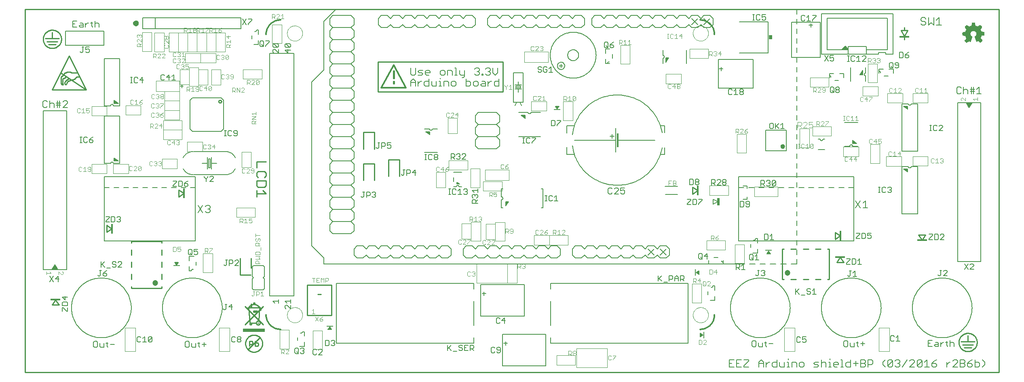
<source format=gto>
G75*
G70*
%OFA0B0*%
%FSLAX24Y24*%
%IPPOS*%
%LPD*%
%AMOC8*
5,1,8,0,0,1.08239X$1,22.5*
%
%ADD10C,0.0060*%
%ADD11C,0.0100*%
%ADD12C,0.0070*%
%ADD13R,0.0149X0.0001*%
%ADD14R,0.0004X0.0001*%
%ADD15R,0.0010X0.0001*%
%ADD16R,0.0017X0.0001*%
%ADD17R,0.0023X0.0001*%
%ADD18R,0.0029X0.0001*%
%ADD19R,0.0034X0.0001*%
%ADD20R,0.0040X0.0001*%
%ADD21R,0.0043X0.0002*%
%ADD22R,0.0047X0.0001*%
%ADD23R,0.0050X0.0001*%
%ADD24R,0.0054X0.0001*%
%ADD25R,0.0059X0.0001*%
%ADD26R,0.0064X0.0001*%
%ADD27R,0.0015X0.0001*%
%ADD28R,0.0067X0.0001*%
%ADD29R,0.0020X0.0001*%
%ADD30R,0.0070X0.0001*%
%ADD31R,0.0024X0.0001*%
%ADD32R,0.0074X0.0001*%
%ADD33R,0.0027X0.0001*%
%ADD34R,0.0076X0.0001*%
%ADD35R,0.0030X0.0001*%
%ADD36R,0.0081X0.0002*%
%ADD37R,0.0036X0.0002*%
%ADD38R,0.0086X0.0001*%
%ADD39R,0.0044X0.0001*%
%ADD40R,0.0091X0.0001*%
%ADD41R,0.0046X0.0001*%
%ADD42R,0.0094X0.0001*%
%ADD43R,0.0096X0.0001*%
%ADD44R,0.0053X0.0001*%
%ADD45R,0.0099X0.0001*%
%ADD46R,0.0056X0.0001*%
%ADD47R,0.0104X0.0001*%
%ADD48R,0.0060X0.0001*%
%ADD49R,0.0108X0.0001*%
%ADD50R,0.0112X0.0001*%
%ADD51R,0.0117X0.0001*%
%ADD52R,0.0072X0.0001*%
%ADD53R,0.0120X0.0002*%
%ADD54R,0.0075X0.0002*%
%ADD55R,0.0123X0.0001*%
%ADD56R,0.0078X0.0001*%
%ADD57R,0.0126X0.0001*%
%ADD58R,0.0081X0.0001*%
%ADD59R,0.0131X0.0001*%
%ADD60R,0.0136X0.0001*%
%ADD61R,0.0090X0.0001*%
%ADD62R,0.0139X0.0001*%
%ADD63R,0.0144X0.0001*%
%ADD64R,0.0147X0.0001*%
%ADD65R,0.0101X0.0001*%
%ADD66R,0.0150X0.0001*%
%ADD67R,0.0102X0.0001*%
%ADD68R,0.0153X0.0001*%
%ADD69R,0.0106X0.0001*%
%ADD70R,0.0158X0.0002*%
%ADD71R,0.0109X0.0002*%
%ADD72R,0.0164X0.0001*%
%ADD73R,0.0115X0.0001*%
%ADD74R,0.0168X0.0001*%
%ADD75R,0.0120X0.0001*%
%ADD76R,0.0171X0.0001*%
%ADD77R,0.0123X0.0001*%
%ADD78R,0.0172X0.0001*%
%ADD79R,0.0125X0.0001*%
%ADD80R,0.0175X0.0001*%
%ADD81R,0.0128X0.0001*%
%ADD82R,0.0180X0.0001*%
%ADD83R,0.0132X0.0001*%
%ADD84R,0.0186X0.0001*%
%ADD85R,0.0191X0.0001*%
%ADD86R,0.0141X0.0001*%
%ADD87R,0.0194X0.0001*%
%ADD88R,0.0145X0.0001*%
%ADD89R,0.0196X0.0002*%
%ADD90R,0.0149X0.0002*%
%ADD91R,0.0199X0.0001*%
%ADD92R,0.0151X0.0001*%
%ADD93R,0.0204X0.0001*%
%ADD94R,0.0153X0.0001*%
%ADD95R,0.0207X0.0001*%
%ADD96R,0.0158X0.0001*%
%ADD97R,0.0211X0.0001*%
%ADD98R,0.0162X0.0001*%
%ADD99R,0.0216X0.0001*%
%ADD100R,0.0166X0.0001*%
%ADD101R,0.0219X0.0001*%
%ADD102R,0.0007X0.0001*%
%ADD103R,0.0169X0.0001*%
%ADD104R,0.0222X0.0001*%
%ADD105R,0.0011X0.0001*%
%ADD106R,0.0224X0.0001*%
%ADD107R,0.0014X0.0001*%
%ADD108R,0.0176X0.0001*%
%ADD109R,0.0228X0.0001*%
%ADD110R,0.0018X0.0001*%
%ADD111R,0.0179X0.0001*%
%ADD112R,0.0234X0.0002*%
%ADD113R,0.0024X0.0002*%
%ADD114R,0.0183X0.0002*%
%ADD115R,0.0239X0.0001*%
%ADD116R,0.0189X0.0001*%
%ADD117R,0.0241X0.0001*%
%ADD118R,0.0033X0.0001*%
%ADD119R,0.0012X0.0001*%
%ADD120R,0.0192X0.0001*%
%ADD121R,0.0243X0.0001*%
%ADD122R,0.0038X0.0001*%
%ADD123R,0.0246X0.0001*%
%ADD124R,0.0041X0.0001*%
%ADD125R,0.0019X0.0001*%
%ADD126R,0.0196X0.0001*%
%ADD127R,0.0250X0.0001*%
%ADD128R,0.0021X0.0001*%
%ADD129R,0.0201X0.0001*%
%ADD130R,0.0254X0.0001*%
%ADD131R,0.0048X0.0001*%
%ADD132R,0.0258X0.0001*%
%ADD133R,0.0054X0.0001*%
%ADD134R,0.0209X0.0001*%
%ADD135R,0.0263X0.0001*%
%ADD136R,0.0213X0.0001*%
%ADD137R,0.0267X0.0001*%
%ADD138R,0.0063X0.0001*%
%ADD139R,0.0270X0.0002*%
%ADD140R,0.0066X0.0002*%
%ADD141R,0.0045X0.0002*%
%ADD142R,0.0219X0.0002*%
%ADD143R,0.0271X0.0001*%
%ADD144R,0.0220X0.0001*%
%ADD145R,0.0274X0.0001*%
%ADD146R,0.0051X0.0001*%
%ADD147R,0.0223X0.0001*%
%ADD148R,0.0278X0.0001*%
%ADD149R,0.0282X0.0001*%
%ADD150R,0.0231X0.0001*%
%ADD151R,0.0288X0.0001*%
%ADD152R,0.0085X0.0001*%
%ADD153R,0.0236X0.0001*%
%ADD154R,0.0289X0.0001*%
%ADD155R,0.0087X0.0001*%
%ADD156R,0.0066X0.0001*%
%ADD157R,0.0292X0.0001*%
%ADD158R,0.0069X0.0001*%
%ADD159R,0.0297X0.0001*%
%ADD160R,0.0300X0.0001*%
%ADD161R,0.0075X0.0001*%
%ADD162R,0.0305X0.0002*%
%ADD163R,0.0101X0.0002*%
%ADD164R,0.0078X0.0002*%
%ADD165R,0.0251X0.0002*%
%ADD166R,0.0309X0.0001*%
%ADD167R,0.0105X0.0001*%
%ADD168R,0.0083X0.0001*%
%ADD169R,0.0255X0.0001*%
%ADD170R,0.0314X0.0001*%
%ADD171R,0.0110X0.0001*%
%ADD172R,0.0087X0.0001*%
%ADD173R,0.0316X0.0001*%
%ADD174R,0.0113X0.0001*%
%ADD175R,0.0262X0.0001*%
%ADD176R,0.0319X0.0001*%
%ADD177R,0.0114X0.0001*%
%ADD178R,0.0093X0.0001*%
%ADD179R,0.0266X0.0001*%
%ADD180R,0.0321X0.0001*%
%ADD181R,0.0096X0.0001*%
%ADD182R,0.0324X0.0001*%
%ADD183R,0.0270X0.0001*%
%ADD184R,0.0329X0.0001*%
%ADD185R,0.0124X0.0001*%
%ADD186R,0.0275X0.0001*%
%ADD187R,0.0333X0.0001*%
%ADD188R,0.0279X0.0001*%
%ADD189R,0.0336X0.0001*%
%ADD190R,0.0111X0.0001*%
%ADD191R,0.0284X0.0001*%
%ADD192R,0.0339X0.0002*%
%ADD193R,0.0134X0.0002*%
%ADD194R,0.0114X0.0002*%
%ADD195R,0.0286X0.0002*%
%ADD196R,0.0342X0.0001*%
%ADD197R,0.0116X0.0001*%
%ADD198R,0.0491X0.0001*%
%ADD199R,0.0492X0.0001*%
%ADD200R,0.0294X0.0001*%
%ADD201R,0.0495X0.0001*%
%ADD202R,0.0299X0.0001*%
%ADD203R,0.0496X0.0001*%
%ADD204R,0.0127X0.0001*%
%ADD205R,0.0301X0.0001*%
%ADD206R,0.0498X0.0001*%
%ADD207R,0.0304X0.0001*%
%ADD208R,0.0501X0.0001*%
%ADD209R,0.0134X0.0001*%
%ADD210R,0.0308X0.0001*%
%ADD211R,0.0135X0.0001*%
%ADD212R,0.0311X0.0001*%
%ADD213R,0.0504X0.0001*%
%ADD214R,0.0138X0.0001*%
%ADD215R,0.0504X0.0002*%
%ADD216R,0.0141X0.0002*%
%ADD217R,0.0318X0.0002*%
%ADD218R,0.0507X0.0001*%
%ADD219R,0.0323X0.0001*%
%ADD220R,0.0326X0.0001*%
%ADD221R,0.0508X0.0001*%
%ADD222R,0.0152X0.0001*%
%ADD223R,0.0330X0.0001*%
%ADD224R,0.0510X0.0001*%
%ADD225R,0.0494X0.0001*%
%ADD226R,0.0512X0.0001*%
%ADD227R,0.0500X0.0001*%
%ADD228R,0.0513X0.0001*%
%ADD229R,0.0501X0.0001*%
%ADD230R,0.0513X0.0002*%
%ADD231R,0.0501X0.0002*%
%ADD232R,0.0503X0.0001*%
%ADD233R,0.0504X0.0001*%
%ADD234R,0.0506X0.0001*%
%ADD235R,0.0513X0.0001*%
%ADD236R,0.0509X0.0001*%
%ADD237R,0.0511X0.0001*%
%ADD238R,0.0514X0.0001*%
%ADD239R,0.0516X0.0001*%
%ADD240R,0.0513X0.0002*%
%ADD241R,0.0519X0.0002*%
%ADD242R,0.0519X0.0001*%
%ADD243R,0.0520X0.0001*%
%ADD244R,0.0522X0.0001*%
%ADD245R,0.0507X0.0001*%
%ADD246R,0.0509X0.0002*%
%ADD247R,0.0520X0.0002*%
%ADD248R,0.0522X0.0001*%
%ADD249R,0.0505X0.0001*%
%ADD250R,0.0502X0.0001*%
%ADD251R,0.0521X0.0001*%
%ADD252R,0.0503X0.0002*%
%ADD253R,0.0519X0.0002*%
%ADD254R,0.0519X0.0001*%
%ADD255R,0.0499X0.0001*%
%ADD256R,0.0517X0.0001*%
%ADD257R,0.0495X0.0002*%
%ADD258R,0.0514X0.0002*%
%ADD259R,0.0515X0.0001*%
%ADD260R,0.0492X0.0001*%
%ADD261R,0.0490X0.0001*%
%ADD262R,0.0490X0.0002*%
%ADD263R,0.0511X0.0002*%
%ADD264R,0.0489X0.0001*%
%ADD265R,0.0489X0.0001*%
%ADD266R,0.0488X0.0001*%
%ADD267R,0.0485X0.0001*%
%ADD268R,0.0483X0.0001*%
%ADD269R,0.0483X0.0002*%
%ADD270R,0.0507X0.0002*%
%ADD271R,0.0483X0.0001*%
%ADD272R,0.0481X0.0001*%
%ADD273R,0.0480X0.0001*%
%ADD274R,0.0480X0.0002*%
%ADD275R,0.0501X0.0002*%
%ADD276R,0.0479X0.0001*%
%ADD277R,0.0477X0.0001*%
%ADD278R,0.0477X0.0001*%
%ADD279R,0.0475X0.0001*%
%ADD280R,0.0474X0.0001*%
%ADD281R,0.0472X0.0001*%
%ADD282R,0.0472X0.0002*%
%ADD283R,0.0498X0.0002*%
%ADD284R,0.0471X0.0001*%
%ADD285R,0.0473X0.0001*%
%ADD286R,0.0471X0.0001*%
%ADD287R,0.0470X0.0001*%
%ADD288R,0.0468X0.0001*%
%ADD289R,0.0469X0.0001*%
%ADD290R,0.0468X0.0002*%
%ADD291R,0.0491X0.0002*%
%ADD292R,0.0466X0.0001*%
%ADD293R,0.0465X0.0001*%
%ADD294R,0.0464X0.0001*%
%ADD295R,0.0462X0.0001*%
%ADD296R,0.0462X0.0002*%
%ADD297R,0.0489X0.0002*%
%ADD298R,0.0461X0.0001*%
%ADD299R,0.0460X0.0001*%
%ADD300R,0.0459X0.0001*%
%ADD301R,0.0484X0.0001*%
%ADD302R,0.0457X0.0001*%
%ADD303R,0.0459X0.0001*%
%ADD304R,0.0458X0.0002*%
%ADD305R,0.0484X0.0002*%
%ADD306R,0.0456X0.0001*%
%ADD307R,0.0455X0.0001*%
%ADD308R,0.0453X0.0001*%
%ADD309R,0.0451X0.0001*%
%ADD310R,0.0453X0.0001*%
%ADD311R,0.0450X0.0001*%
%ADD312R,0.0451X0.0002*%
%ADD313R,0.0478X0.0001*%
%ADD314R,0.0449X0.0001*%
%ADD315R,0.0476X0.0001*%
%ADD316R,0.0447X0.0001*%
%ADD317R,0.0474X0.0001*%
%ADD318R,0.0449X0.0002*%
%ADD319R,0.0476X0.0002*%
%ADD320R,0.0454X0.0001*%
%ADD321R,0.0469X0.0002*%
%ADD322R,0.0468X0.0001*%
%ADD323R,0.0467X0.0001*%
%ADD324R,0.0473X0.0002*%
%ADD325R,0.0468X0.0002*%
%ADD326R,0.0486X0.0002*%
%ADD327R,0.0474X0.0002*%
%ADD328R,0.0487X0.0001*%
%ADD329R,0.0497X0.0001*%
%ADD330R,0.0486X0.0001*%
%ADD331R,0.0500X0.0002*%
%ADD332R,0.0487X0.0002*%
%ADD333R,0.0498X0.0001*%
%ADD334R,0.0524X0.0002*%
%ADD335R,0.0524X0.0001*%
%ADD336R,0.0525X0.0001*%
%ADD337R,0.0528X0.0001*%
%ADD338R,0.0529X0.0001*%
%ADD339R,0.0533X0.0001*%
%ADD340R,0.0534X0.0001*%
%ADD341R,0.0523X0.0001*%
%ADD342R,0.0536X0.0001*%
%ADD343R,0.0537X0.0002*%
%ADD344R,0.0527X0.0002*%
%ADD345R,0.0537X0.0001*%
%ADD346R,0.0528X0.0001*%
%ADD347R,0.0539X0.0001*%
%ADD348R,0.0530X0.0001*%
%ADD349R,0.0540X0.0001*%
%ADD350R,0.0541X0.0001*%
%ADD351R,0.0531X0.0001*%
%ADD352R,0.0543X0.0001*%
%ADD353R,0.0544X0.0001*%
%ADD354R,0.0546X0.0002*%
%ADD355R,0.0536X0.0002*%
%ADD356R,0.0547X0.0001*%
%ADD357R,0.0551X0.0001*%
%ADD358R,0.0552X0.0001*%
%ADD359R,0.0554X0.0001*%
%ADD360R,0.0555X0.0001*%
%ADD361R,0.0555X0.0002*%
%ADD362R,0.0547X0.0002*%
%ADD363R,0.0549X0.0001*%
%ADD364R,0.0548X0.0001*%
%ADD365R,0.0538X0.0001*%
%ADD366R,0.0537X0.0001*%
%ADD367R,0.0533X0.0002*%
%ADD368R,0.0531X0.0001*%
%ADD369R,0.0526X0.0001*%
%ADD370R,0.0518X0.0001*%
%ADD371R,0.0498X0.0002*%
%ADD372R,0.0496X0.0002*%
%ADD373R,0.0486X0.0001*%
%ADD374R,0.0485X0.0002*%
%ADD375R,0.0482X0.0001*%
%ADD376R,0.0477X0.0002*%
%ADD377R,0.0530X0.0002*%
%ADD378R,0.0464X0.0002*%
%ADD379R,0.0561X0.0001*%
%ADD380R,0.0570X0.0001*%
%ADD381R,0.0576X0.0001*%
%ADD382R,0.0581X0.0001*%
%ADD383R,0.0585X0.0001*%
%ADD384R,0.0589X0.0001*%
%ADD385R,0.0600X0.0002*%
%ADD386R,0.0614X0.0001*%
%ADD387R,0.0623X0.0001*%
%ADD388R,0.0630X0.0001*%
%ADD389R,0.0633X0.0001*%
%ADD390R,0.0638X0.0001*%
%ADD391R,0.0645X0.0001*%
%ADD392R,0.0657X0.0001*%
%ADD393R,0.0556X0.0001*%
%ADD394R,0.0669X0.0001*%
%ADD395R,0.0674X0.0001*%
%ADD396R,0.0579X0.0001*%
%ADD397R,0.0676X0.0002*%
%ADD398R,0.0585X0.0002*%
%ADD399R,0.0678X0.0001*%
%ADD400R,0.0590X0.0001*%
%ADD401R,0.0679X0.0001*%
%ADD402R,0.0596X0.0001*%
%ADD403R,0.0681X0.0001*%
%ADD404R,0.0606X0.0001*%
%ADD405R,0.0620X0.0001*%
%ADD406R,0.0682X0.0001*%
%ADD407R,0.0633X0.0001*%
%ADD408R,0.0684X0.0001*%
%ADD409R,0.0639X0.0001*%
%ADD410R,0.0649X0.0001*%
%ADD411R,0.0684X0.0001*%
%ADD412R,0.0655X0.0001*%
%ADD413R,0.0683X0.0002*%
%ADD414R,0.0664X0.0002*%
%ADD415R,0.0683X0.0001*%
%ADD416R,0.0670X0.0001*%
%ADD417R,0.0671X0.0001*%
%ADD418R,0.0681X0.0001*%
%ADD419R,0.0672X0.0001*%
%ADD420R,0.0680X0.0001*%
%ADD421R,0.0675X0.0001*%
%ADD422R,0.0676X0.0001*%
%ADD423R,0.0680X0.0002*%
%ADD424R,0.0678X0.0002*%
%ADD425R,0.0678X0.0001*%
%ADD426R,0.0675X0.0002*%
%ADD427R,0.0672X0.0002*%
%ADD428R,0.0672X0.0001*%
%ADD429R,0.0671X0.0002*%
%ADD430R,0.0670X0.0002*%
%ADD431R,0.0669X0.0001*%
%ADD432R,0.0667X0.0001*%
%ADD433R,0.0669X0.0002*%
%ADD434R,0.0667X0.0002*%
%ADD435R,0.0668X0.0001*%
%ADD436R,0.0666X0.0001*%
%ADD437R,0.0668X0.0002*%
%ADD438R,0.0666X0.0002*%
%ADD439R,0.0666X0.0001*%
%ADD440R,0.0664X0.0001*%
%ADD441R,0.0663X0.0001*%
%ADD442R,0.0666X0.0002*%
%ADD443R,0.0663X0.0002*%
%ADD444R,0.0665X0.0001*%
%ADD445R,0.0674X0.0002*%
%ADD446R,0.0677X0.0001*%
%ADD447R,0.0678X0.0002*%
%ADD448R,0.0682X0.0002*%
%ADD449R,0.0686X0.0001*%
%ADD450R,0.0686X0.0002*%
%ADD451R,0.0687X0.0001*%
%ADD452R,0.0689X0.0001*%
%ADD453R,0.0653X0.0001*%
%ADD454R,0.0641X0.0001*%
%ADD455R,0.0626X0.0001*%
%ADD456R,0.0616X0.0001*%
%ADD457R,0.0687X0.0001*%
%ADD458R,0.0612X0.0001*%
%ADD459R,0.0688X0.0001*%
%ADD460R,0.0606X0.0001*%
%ADD461R,0.0601X0.0001*%
%ADD462R,0.0591X0.0002*%
%ADD463R,0.0567X0.0001*%
%ADD464R,0.0560X0.0001*%
%ADD465R,0.0659X0.0001*%
%ADD466R,0.0516X0.0001*%
%ADD467R,0.0639X0.0001*%
%ADD468R,0.0502X0.0002*%
%ADD469R,0.0633X0.0002*%
%ADD470R,0.0608X0.0001*%
%ADD471R,0.0582X0.0001*%
%ADD472R,0.0577X0.0001*%
%ADD473R,0.0569X0.0002*%
%ADD474R,0.0546X0.0001*%
%ADD475R,0.0486X0.0002*%
%ADD476R,0.0493X0.0001*%
%ADD477R,0.0516X0.0002*%
%ADD478R,0.0532X0.0001*%
%ADD479R,0.0534X0.0002*%
%ADD480R,0.0535X0.0002*%
%ADD481R,0.0543X0.0001*%
%ADD482R,0.0553X0.0001*%
%ADD483R,0.0559X0.0001*%
%ADD484R,0.0564X0.0001*%
%ADD485R,0.0564X0.0001*%
%ADD486R,0.0567X0.0001*%
%ADD487R,0.0569X0.0001*%
%ADD488R,0.0570X0.0002*%
%ADD489R,0.0571X0.0002*%
%ADD490R,0.0571X0.0001*%
%ADD491R,0.0573X0.0001*%
%ADD492R,0.0574X0.0001*%
%ADD493R,0.0576X0.0001*%
%ADD494R,0.0600X0.0001*%
%ADD495R,0.0611X0.0001*%
%ADD496R,0.0618X0.0001*%
%ADD497R,0.0621X0.0001*%
%ADD498R,0.1269X0.0001*%
%ADD499R,0.1267X0.0001*%
%ADD500R,0.1266X0.0001*%
%ADD501R,0.1266X0.0002*%
%ADD502R,0.1264X0.0001*%
%ADD503R,0.1261X0.0001*%
%ADD504R,0.1260X0.0001*%
%ADD505R,0.1259X0.0001*%
%ADD506R,0.1256X0.0001*%
%ADD507R,0.1254X0.0001*%
%ADD508R,0.1253X0.0001*%
%ADD509R,0.1251X0.0001*%
%ADD510R,0.1251X0.0002*%
%ADD511R,0.1248X0.0001*%
%ADD512R,0.1245X0.0001*%
%ADD513R,0.1244X0.0001*%
%ADD514R,0.1242X0.0001*%
%ADD515R,0.1239X0.0001*%
%ADD516R,0.1237X0.0001*%
%ADD517R,0.1236X0.0002*%
%ADD518R,0.1233X0.0001*%
%ADD519R,0.1230X0.0001*%
%ADD520R,0.1229X0.0001*%
%ADD521R,0.1227X0.0001*%
%ADD522R,0.1226X0.0001*%
%ADD523R,0.1224X0.0001*%
%ADD524R,0.1223X0.0002*%
%ADD525R,0.1219X0.0001*%
%ADD526R,0.1216X0.0001*%
%ADD527R,0.1215X0.0001*%
%ADD528R,0.1214X0.0001*%
%ADD529R,0.1212X0.0001*%
%ADD530R,0.1209X0.0001*%
%ADD531R,0.1207X0.0002*%
%ADD532R,0.1206X0.0001*%
%ADD533R,0.1204X0.0001*%
%ADD534R,0.1201X0.0001*%
%ADD535R,0.1200X0.0001*%
%ADD536R,0.1199X0.0001*%
%ADD537R,0.1196X0.0001*%
%ADD538R,0.1194X0.0001*%
%ADD539R,0.1193X0.0001*%
%ADD540R,0.1191X0.0001*%
%ADD541R,0.1191X0.0002*%
%ADD542R,0.1188X0.0001*%
%ADD543R,0.1185X0.0001*%
%ADD544R,0.1184X0.0001*%
%ADD545R,0.1181X0.0001*%
%ADD546R,0.1177X0.0001*%
%ADD547R,0.1176X0.0001*%
%ADD548R,0.1174X0.0001*%
%ADD549R,0.1173X0.0001*%
%ADD550R,0.1170X0.0002*%
%ADD551R,0.1170X0.0001*%
%ADD552R,0.1169X0.0001*%
%ADD553R,0.1166X0.0001*%
%ADD554R,0.1164X0.0001*%
%ADD555R,0.1163X0.0001*%
%ADD556R,0.1163X0.0002*%
%ADD557R,0.1167X0.0001*%
%ADD558R,0.1171X0.0001*%
%ADD559R,0.1179X0.0001*%
%ADD560R,0.1182X0.0001*%
%ADD561R,0.1182X0.0002*%
%ADD562R,0.1188X0.0001*%
%ADD563R,0.1190X0.0001*%
%ADD564R,0.1197X0.0001*%
%ADD565R,0.1204X0.0002*%
%ADD566R,0.1207X0.0001*%
%ADD567R,0.1210X0.0001*%
%ADD568R,0.1213X0.0001*%
%ADD569R,0.1217X0.0001*%
%ADD570R,0.1218X0.0001*%
%ADD571R,0.1220X0.0001*%
%ADD572R,0.1221X0.0001*%
%ADD573R,0.1223X0.0001*%
%ADD574R,0.1226X0.0002*%
%ADD575R,0.1236X0.0001*%
%ADD576R,0.1239X0.0001*%
%ADD577R,0.1240X0.0001*%
%ADD578R,0.1243X0.0001*%
%ADD579R,0.1248X0.0002*%
%ADD580R,0.1248X0.0001*%
%ADD581R,0.1251X0.0001*%
%ADD582R,0.1257X0.0001*%
%ADD583R,0.1263X0.0001*%
%ADD584R,0.1267X0.0002*%
%ADD585R,0.1270X0.0001*%
%ADD586R,0.1274X0.0001*%
%ADD587R,0.1275X0.0001*%
%ADD588R,0.1278X0.0001*%
%ADD589R,0.1280X0.0001*%
%ADD590R,0.1281X0.0001*%
%ADD591R,0.1284X0.0001*%
%ADD592R,0.1286X0.0001*%
%ADD593R,0.1289X0.0001*%
%ADD594R,0.1290X0.0002*%
%ADD595R,0.1291X0.0001*%
%ADD596R,0.1294X0.0001*%
%ADD597R,0.1296X0.0001*%
%ADD598R,0.1299X0.0001*%
%ADD599R,0.1300X0.0001*%
%ADD600R,0.1302X0.0001*%
%ADD601R,0.1304X0.0001*%
%ADD602R,0.1306X0.0001*%
%ADD603R,0.1308X0.0001*%
%ADD604R,0.1311X0.0002*%
%ADD605R,0.1313X0.0001*%
%ADD606R,0.1316X0.0001*%
%ADD607R,0.1317X0.0001*%
%ADD608R,0.1320X0.0001*%
%ADD609R,0.1323X0.0001*%
%ADD610R,0.1326X0.0001*%
%ADD611R,0.1329X0.0001*%
%ADD612R,0.1332X0.0002*%
%ADD613R,0.1335X0.0001*%
%ADD614R,0.1336X0.0001*%
%ADD615R,0.1340X0.0001*%
%ADD616R,0.1343X0.0001*%
%ADD617R,0.1346X0.0001*%
%ADD618R,0.1347X0.0001*%
%ADD619R,0.1350X0.0001*%
%ADD620R,0.1353X0.0002*%
%ADD621R,0.1356X0.0001*%
%ADD622R,0.1357X0.0001*%
%ADD623R,0.1360X0.0001*%
%ADD624R,0.1364X0.0001*%
%ADD625R,0.1365X0.0001*%
%ADD626R,0.1368X0.0001*%
%ADD627R,0.1369X0.0001*%
%ADD628R,0.1373X0.0001*%
%ADD629R,0.1374X0.0002*%
%ADD630R,0.1377X0.0001*%
%ADD631R,0.1379X0.0001*%
%ADD632R,0.1380X0.0001*%
%ADD633R,0.1383X0.0001*%
%ADD634R,0.1386X0.0001*%
%ADD635R,0.1387X0.0001*%
%ADD636R,0.1391X0.0001*%
%ADD637R,0.1394X0.0001*%
%ADD638R,0.1395X0.0002*%
%ADD639R,0.1398X0.0001*%
%ADD640R,0.1401X0.0001*%
%ADD641R,0.1403X0.0001*%
%ADD642R,0.1406X0.0001*%
%ADD643R,0.1407X0.0001*%
%ADD644R,0.1409X0.0001*%
%ADD645R,0.1411X0.0001*%
%ADD646R,0.1414X0.0001*%
%ADD647R,0.1416X0.0002*%
%ADD648R,0.1419X0.0001*%
%ADD649R,0.1421X0.0001*%
%ADD650R,0.1422X0.0001*%
%ADD651R,0.1424X0.0001*%
%ADD652R,0.1426X0.0001*%
%ADD653R,0.1428X0.0001*%
%ADD654R,0.1429X0.0002*%
%ADD655R,0.1429X0.0001*%
%ADD656R,0.1425X0.0001*%
%ADD657R,0.1421X0.0002*%
%ADD658R,0.1418X0.0001*%
%ADD659R,0.1416X0.0001*%
%ADD660R,0.1413X0.0001*%
%ADD661R,0.1410X0.0001*%
%ADD662R,0.1404X0.0001*%
%ADD663R,0.1401X0.0001*%
%ADD664R,0.0346X0.0001*%
%ADD665R,0.1044X0.0001*%
%ADD666R,0.0342X0.0002*%
%ADD667R,0.1040X0.0002*%
%ADD668R,0.0337X0.0001*%
%ADD669R,0.1034X0.0001*%
%ADD670R,0.0357X0.0001*%
%ADD671R,0.0660X0.0001*%
%ADD672R,0.0353X0.0001*%
%ADD673R,0.0327X0.0001*%
%ADD674R,0.0349X0.0001*%
%ADD675R,0.0321X0.0001*%
%ADD676R,0.0648X0.0001*%
%ADD677R,0.0344X0.0001*%
%ADD678R,0.0317X0.0001*%
%ADD679R,0.0339X0.0001*%
%ADD680R,0.0312X0.0001*%
%ADD681R,0.0631X0.0001*%
%ADD682R,0.0334X0.0001*%
%ADD683R,0.0309X0.0001*%
%ADD684R,0.0307X0.0002*%
%ADD685R,0.0623X0.0002*%
%ADD686R,0.0327X0.0002*%
%ADD687R,0.0618X0.0001*%
%ADD688R,0.0297X0.0001*%
%ADD689R,0.0607X0.0001*%
%ADD690R,0.0320X0.0001*%
%ADD691R,0.0293X0.0001*%
%ADD692R,0.0599X0.0001*%
%ADD693R,0.0313X0.0001*%
%ADD694R,0.0285X0.0001*%
%ADD695R,0.0584X0.0001*%
%ADD696R,0.0303X0.0001*%
%ADD697R,0.0281X0.0001*%
%ADD698R,0.0273X0.0002*%
%ADD699R,0.0563X0.0002*%
%ADD700R,0.0293X0.0002*%
%ADD701R,0.0264X0.0001*%
%ADD702R,0.0259X0.0001*%
%ADD703R,0.0256X0.0001*%
%ADD704R,0.0276X0.0001*%
%ADD705R,0.0252X0.0001*%
%ADD706R,0.0273X0.0001*%
%ADD707R,0.0248X0.0001*%
%ADD708R,0.0269X0.0001*%
%ADD709R,0.0245X0.0001*%
%ADD710R,0.0240X0.0001*%
%ADD711R,0.0237X0.0002*%
%ADD712R,0.0256X0.0002*%
%ADD713R,0.0234X0.0001*%
%ADD714R,0.0232X0.0001*%
%ADD715R,0.0251X0.0001*%
%ADD716R,0.0228X0.0001*%
%ADD717R,0.0246X0.0001*%
%ADD718R,0.0456X0.0001*%
%ADD719R,0.0219X0.0001*%
%ADD720R,0.0444X0.0001*%
%ADD721R,0.0237X0.0001*%
%ADD722R,0.0214X0.0001*%
%ADD723R,0.0436X0.0001*%
%ADD724R,0.0432X0.0001*%
%ADD725R,0.0231X0.0001*%
%ADD726R,0.0210X0.0001*%
%ADD727R,0.0426X0.0001*%
%ADD728R,0.0420X0.0001*%
%ADD729R,0.0226X0.0001*%
%ADD730R,0.0204X0.0002*%
%ADD731R,0.0409X0.0002*%
%ADD732R,0.0222X0.0002*%
%ADD733R,0.0391X0.0001*%
%ADD734R,0.0217X0.0001*%
%ADD735R,0.0376X0.0001*%
%ADD736R,0.0368X0.0001*%
%ADD737R,0.0189X0.0001*%
%ADD738R,0.0361X0.0001*%
%ADD739R,0.0206X0.0001*%
%ADD740R,0.0186X0.0001*%
%ADD741R,0.0356X0.0001*%
%ADD742R,0.0181X0.0001*%
%ADD743R,0.0345X0.0001*%
%ADD744R,0.0173X0.0001*%
%ADD745R,0.0331X0.0001*%
%ADD746R,0.0190X0.0001*%
%ADD747R,0.0168X0.0001*%
%ADD748R,0.0165X0.0002*%
%ADD749R,0.0162X0.0001*%
%ADD750R,0.0159X0.0001*%
%ADD751R,0.0177X0.0001*%
%ADD752R,0.0156X0.0001*%
%ADD753R,0.0324X0.0001*%
%ADD754R,0.0174X0.0001*%
%ADD755R,0.0167X0.0001*%
%ADD756R,0.0146X0.0001*%
%ADD757R,0.0163X0.0001*%
%ADD758R,0.0141X0.0001*%
%ADD759R,0.0140X0.0001*%
%ADD760R,0.0137X0.0001*%
%ADD761R,0.0133X0.0001*%
%ADD762R,0.0129X0.0002*%
%ADD763R,0.0321X0.0002*%
%ADD764R,0.0146X0.0002*%
%ADD765R,0.0119X0.0001*%
%ADD766R,0.0129X0.0001*%
%ADD767R,0.0111X0.0001*%
%ADD768R,0.0126X0.0001*%
%ADD769R,0.0318X0.0001*%
%ADD770R,0.0097X0.0001*%
%ADD771R,0.0315X0.0001*%
%ADD772R,0.0089X0.0002*%
%ADD773R,0.0315X0.0002*%
%ADD774R,0.0105X0.0002*%
%ADD775R,0.0079X0.0001*%
%ADD776R,0.0089X0.0001*%
%ADD777R,0.0069X0.0001*%
%ADD778R,0.0084X0.0001*%
%ADD779R,0.0057X0.0001*%
%ADD780R,0.0052X0.0002*%
%ADD781R,0.0311X0.0002*%
%ADD782R,0.0066X0.0002*%
%ADD783R,0.0061X0.0001*%
%ADD784R,0.0042X0.0001*%
%ADD785R,0.0055X0.0001*%
%ADD786R,0.0039X0.0001*%
%ADD787R,0.0052X0.0001*%
%ADD788R,0.0036X0.0001*%
%ADD789R,0.0049X0.0001*%
%ADD790R,0.0307X0.0001*%
%ADD791R,0.0045X0.0001*%
%ADD792R,0.0022X0.0001*%
%ADD793R,0.0035X0.0001*%
%ADD794R,0.0025X0.0002*%
%ADD795R,0.0306X0.0001*%
%ADD796R,0.0018X0.0001*%
%ADD797R,0.0008X0.0001*%
%ADD798R,0.0300X0.0002*%
%ADD799R,0.0296X0.0001*%
%ADD800R,0.0294X0.0002*%
%ADD801R,0.0294X0.0001*%
%ADD802R,0.0291X0.0001*%
%ADD803R,0.0291X0.0002*%
%ADD804R,0.0286X0.0001*%
%ADD805R,0.0281X0.0002*%
%ADD806R,0.0277X0.0001*%
%ADD807R,0.0276X0.0001*%
%ADD808R,0.0266X0.0002*%
%ADD809R,0.0264X0.0001*%
%ADD810R,0.0261X0.0001*%
%ADD811R,0.0259X0.0002*%
%ADD812R,0.0254X0.0002*%
%ADD813R,0.0248X0.0002*%
%ADD814R,0.0218X0.0002*%
%ADD815R,0.0157X0.0001*%
%ADD816C,0.0040*%
%ADD817C,0.0150*%
%ADD818C,0.0120*%
%ADD819C,0.0050*%
%ADD820C,0.0090*%
%ADD821C,0.0472*%
%ADD822R,0.0551X0.0079*%
%ADD823R,0.0079X0.0551*%
%ADD824C,0.0020*%
%ADD825R,0.0827X0.0118*%
%ADD826C,0.0080*%
%ADD827R,0.0300X0.0340*%
%ADD828C,0.0030*%
%ADD829R,0.1800X0.0300*%
%ADD830R,0.0118X0.1181*%
%ADD831R,0.0118X0.0827*%
%ADD832C,0.0000*%
%ADD833R,0.0240X0.0620*%
D10*
X015269Y007477D02*
X015353Y007394D01*
X015520Y007394D01*
X015603Y007477D01*
X015603Y007811D01*
X015520Y007894D01*
X015353Y007894D01*
X015269Y007811D01*
X015269Y007477D01*
X015785Y007477D02*
X015785Y007728D01*
X015785Y007477D02*
X015868Y007394D01*
X016119Y007394D01*
X016119Y007728D01*
X016301Y007728D02*
X016468Y007728D01*
X016384Y007811D02*
X016384Y007477D01*
X016468Y007394D01*
X016644Y007644D02*
X016978Y007644D01*
X022832Y007477D02*
X022916Y007394D01*
X023082Y007394D01*
X023166Y007477D01*
X023166Y007811D01*
X023082Y007894D01*
X022916Y007894D01*
X022832Y007811D01*
X022832Y007477D01*
X023348Y007477D02*
X023348Y007728D01*
X023348Y007477D02*
X023431Y007394D01*
X023681Y007394D01*
X023681Y007728D01*
X023863Y007728D02*
X024030Y007728D01*
X023947Y007811D02*
X023947Y007477D01*
X024030Y007394D01*
X024207Y007644D02*
X024541Y007644D01*
X024374Y007811D02*
X024374Y007477D01*
X032084Y007959D02*
X032084Y008219D01*
X032324Y008579D02*
X032344Y008573D01*
X032365Y008571D01*
X032386Y008573D01*
X032406Y008578D01*
X032425Y008586D01*
X032442Y008598D01*
X032456Y008613D01*
X032469Y008630D01*
X032477Y008648D01*
X032483Y008668D01*
X032485Y008689D01*
X032484Y008689D02*
X032644Y008689D01*
X032644Y008329D01*
X032644Y007849D02*
X032644Y007489D01*
X032254Y007489D01*
X034589Y008864D02*
X034739Y009089D01*
X034889Y008864D01*
X034589Y008864D01*
X034596Y008873D02*
X034883Y008873D01*
X034844Y008932D02*
X034635Y008932D01*
X034674Y008990D02*
X034805Y008990D01*
X034766Y009049D02*
X034713Y009049D01*
X031784Y011630D02*
X029784Y011630D01*
X029784Y031630D01*
X031784Y031630D01*
X031784Y011630D01*
X029339Y012239D02*
X029239Y012139D01*
X028439Y012139D01*
X028339Y012239D01*
X028339Y013039D01*
X028439Y013139D01*
X028339Y013239D01*
X028339Y014039D01*
X028439Y014139D01*
X029239Y014139D01*
X029339Y014039D01*
X029339Y013239D01*
X029239Y013139D01*
X029339Y013039D01*
X029339Y012239D01*
X023719Y014184D02*
X023719Y014444D01*
X023549Y014914D02*
X023159Y014914D01*
X023159Y014554D01*
X023159Y014074D02*
X023159Y013714D01*
X023319Y013714D01*
X023321Y013735D01*
X023327Y013755D01*
X023335Y013773D01*
X023348Y013790D01*
X023362Y013805D01*
X023379Y013817D01*
X023398Y013825D01*
X023418Y013830D01*
X023439Y013832D01*
X023460Y013830D01*
X023480Y013824D01*
X022264Y014414D02*
X021964Y014414D01*
X022114Y014189D01*
X022264Y014414D01*
X022237Y014373D02*
X021992Y014373D01*
X022031Y014314D02*
X022198Y014314D01*
X022159Y014256D02*
X022070Y014256D01*
X022109Y014197D02*
X022120Y014197D01*
X034739Y017014D02*
X034739Y017514D01*
X034989Y017764D01*
X034739Y018014D01*
X034739Y018514D01*
X034989Y018764D01*
X034739Y019014D01*
X034739Y019514D01*
X034989Y019764D01*
X034739Y020014D01*
X034739Y020514D01*
X034989Y020764D01*
X034739Y021014D01*
X034739Y021514D01*
X034989Y021764D01*
X034739Y022014D01*
X034739Y022514D01*
X034989Y022764D01*
X034739Y023014D01*
X034739Y023514D01*
X034989Y023764D01*
X034739Y024014D01*
X034739Y024514D01*
X034989Y024764D01*
X034739Y025014D01*
X034739Y025514D01*
X034989Y025764D01*
X034739Y026014D01*
X034739Y026514D01*
X034989Y026764D01*
X034739Y027014D01*
X034739Y027514D01*
X034989Y027764D01*
X034739Y028014D01*
X034739Y028514D01*
X034989Y028764D01*
X034739Y029014D01*
X034739Y029514D01*
X034989Y029764D01*
X034739Y030014D01*
X034739Y030514D01*
X034989Y030764D01*
X034739Y031014D01*
X034739Y031514D01*
X034989Y031764D01*
X034739Y032014D01*
X034739Y032514D01*
X034989Y032764D01*
X034739Y033014D01*
X034739Y033514D01*
X034989Y033764D01*
X034739Y034014D01*
X034739Y034514D01*
X034989Y034764D01*
X036489Y034764D02*
X036739Y034514D01*
X036739Y034014D01*
X036489Y033764D01*
X036739Y033514D01*
X036739Y033014D01*
X036489Y032764D01*
X036739Y032514D01*
X036739Y032014D01*
X036489Y031764D01*
X036739Y031514D01*
X036739Y031014D01*
X036489Y030764D01*
X036739Y030514D01*
X036739Y030014D01*
X036489Y029764D01*
X036739Y029514D01*
X036739Y029014D01*
X036489Y028764D01*
X036739Y028514D01*
X036739Y028014D01*
X036489Y027764D01*
X036739Y027514D01*
X036739Y027014D01*
X036489Y026764D01*
X036739Y026514D01*
X036739Y026014D01*
X036489Y025764D01*
X036739Y025514D01*
X036739Y025014D01*
X036489Y024764D01*
X036739Y024514D01*
X036739Y024014D01*
X036489Y023764D01*
X036739Y023514D01*
X036739Y023014D01*
X036489Y022764D01*
X036739Y022514D01*
X036739Y022014D01*
X036489Y021764D01*
X036739Y021514D01*
X036739Y021014D01*
X036489Y020764D01*
X036739Y020514D01*
X036739Y020014D01*
X036489Y019764D01*
X036739Y019514D01*
X036739Y019014D01*
X036489Y018764D01*
X036739Y018514D01*
X036739Y018014D01*
X036489Y017764D01*
X036739Y017514D01*
X036739Y017014D01*
X036489Y016764D01*
X034989Y016764D02*
X034739Y017014D01*
X026134Y021629D02*
X026124Y021629D01*
X023504Y021629D01*
X023495Y021629D02*
X023434Y021631D01*
X023374Y021636D01*
X023314Y021646D01*
X023256Y021659D01*
X023198Y021676D01*
X023141Y021696D01*
X023085Y021721D01*
X023032Y021748D01*
X022980Y021779D01*
X022930Y021813D01*
X022882Y021850D01*
X022837Y021890D01*
X022795Y021933D01*
X022755Y021979D01*
X022719Y022027D01*
X022685Y022077D01*
X022655Y022129D01*
X022655Y023049D02*
X022685Y023101D01*
X022719Y023151D01*
X022756Y023199D01*
X022796Y023244D01*
X022838Y023287D01*
X022883Y023327D01*
X022931Y023364D01*
X022981Y023398D01*
X023033Y023429D01*
X023086Y023456D01*
X023142Y023480D01*
X023198Y023501D01*
X023256Y023518D01*
X023315Y023531D01*
X023374Y023541D01*
X023434Y023547D01*
X023495Y023549D01*
X023504Y023549D02*
X026124Y023549D01*
X026134Y023549D01*
X026124Y023549D02*
X026185Y023547D01*
X026245Y023541D01*
X026304Y023531D01*
X026363Y023518D01*
X026421Y023501D01*
X026477Y023480D01*
X026533Y023456D01*
X026586Y023429D01*
X026638Y023398D01*
X026688Y023364D01*
X026736Y023327D01*
X026781Y023287D01*
X026823Y023244D01*
X026863Y023199D01*
X026900Y023151D01*
X026934Y023101D01*
X026964Y023049D01*
X026964Y022129D02*
X026934Y022077D01*
X026900Y022027D01*
X026864Y021979D01*
X026824Y021933D01*
X026782Y021890D01*
X026737Y021850D01*
X026689Y021813D01*
X026639Y021779D01*
X026587Y021748D01*
X026534Y021721D01*
X026478Y021696D01*
X026421Y021676D01*
X026363Y021659D01*
X026305Y021646D01*
X026245Y021636D01*
X026185Y021631D01*
X026124Y021629D01*
X017434Y022564D02*
X017434Y026464D01*
X016144Y026464D01*
X016144Y022564D01*
X016669Y022564D01*
X016671Y022585D01*
X016676Y022605D01*
X016685Y022624D01*
X016697Y022641D01*
X016712Y022656D01*
X016729Y022668D01*
X016748Y022677D01*
X016768Y022682D01*
X016789Y022684D01*
X016810Y022682D01*
X016830Y022677D01*
X016849Y022668D01*
X016866Y022656D01*
X016881Y022641D01*
X016893Y022624D01*
X016902Y022605D01*
X016907Y022585D01*
X016909Y022564D01*
X017434Y022564D01*
X017314Y022764D02*
X016964Y023014D01*
X016964Y022764D01*
X017314Y022764D01*
X017269Y022797D02*
X016964Y022797D01*
X016964Y022855D02*
X017187Y022855D01*
X017105Y022914D02*
X016964Y022914D01*
X016964Y022972D02*
X017023Y022972D01*
X013112Y027188D02*
X012752Y027188D01*
X013112Y027548D01*
X013112Y027638D01*
X013022Y027728D01*
X012842Y027728D01*
X012752Y027638D01*
X012560Y027548D02*
X012470Y027548D01*
X012199Y027548D01*
X012199Y027368D02*
X012560Y027368D01*
X012470Y027188D02*
X012470Y027728D01*
X012289Y027728D02*
X012289Y027188D01*
X012007Y027188D02*
X012007Y027458D01*
X011917Y027548D01*
X011737Y027548D01*
X011647Y027458D01*
X011455Y027638D02*
X011365Y027728D01*
X011185Y027728D01*
X011094Y027638D01*
X011094Y027278D01*
X011185Y027188D01*
X011365Y027188D01*
X011455Y027278D01*
X011647Y027188D02*
X011647Y027728D01*
X016144Y027314D02*
X016144Y031214D01*
X017434Y031214D01*
X017434Y027314D01*
X016909Y027314D01*
X016907Y027335D01*
X016902Y027355D01*
X016893Y027374D01*
X016881Y027391D01*
X016866Y027406D01*
X016849Y027418D01*
X016830Y027427D01*
X016810Y027432D01*
X016789Y027434D01*
X016768Y027432D01*
X016748Y027427D01*
X016729Y027418D01*
X016712Y027406D01*
X016697Y027391D01*
X016685Y027374D01*
X016676Y027355D01*
X016671Y027335D01*
X016669Y027314D01*
X016144Y027314D01*
X016964Y027514D02*
X016964Y027764D01*
X017314Y027514D01*
X016964Y027514D01*
X016964Y027535D02*
X017285Y027535D01*
X017203Y027594D02*
X016964Y027594D01*
X016964Y027652D02*
X017121Y027652D01*
X017039Y027711D02*
X016964Y027711D01*
X028479Y032364D02*
X028869Y032364D01*
X028869Y032724D01*
X028869Y033204D02*
X028869Y033564D01*
X028709Y033564D01*
X028710Y033564D02*
X028708Y033543D01*
X028702Y033523D01*
X028694Y033505D01*
X028681Y033488D01*
X028667Y033473D01*
X028650Y033461D01*
X028631Y033453D01*
X028611Y033448D01*
X028590Y033446D01*
X028569Y033448D01*
X028549Y033454D01*
X028309Y033094D02*
X028309Y032834D01*
X015707Y033819D02*
X015707Y034069D01*
X015623Y034152D01*
X015457Y034152D01*
X015373Y034069D01*
X015196Y034152D02*
X015029Y034152D01*
X015113Y034236D02*
X015113Y033902D01*
X015196Y033819D01*
X015373Y033819D02*
X015373Y034319D01*
X014850Y034152D02*
X014767Y034152D01*
X014600Y033985D01*
X014600Y033819D02*
X014600Y034152D01*
X014418Y034069D02*
X014418Y033819D01*
X014167Y033819D01*
X014084Y033902D01*
X014167Y033985D01*
X014418Y033985D01*
X014418Y034069D02*
X014334Y034152D01*
X014167Y034152D01*
X013902Y034319D02*
X013568Y034319D01*
X013568Y033819D01*
X013902Y033819D01*
X013735Y034069D02*
X013568Y034069D01*
X042549Y025419D02*
X042969Y025419D01*
X042971Y025398D01*
X042976Y025378D01*
X042985Y025359D01*
X042997Y025342D01*
X043012Y025327D01*
X043029Y025315D01*
X043048Y025306D01*
X043068Y025301D01*
X043089Y025299D01*
X043110Y025301D01*
X043130Y025306D01*
X043149Y025315D01*
X043166Y025327D01*
X043181Y025342D01*
X043193Y025359D01*
X043202Y025378D01*
X043207Y025398D01*
X043209Y025419D01*
X043629Y025419D01*
X043209Y025419D02*
X043207Y025398D01*
X043202Y025378D01*
X043193Y025359D01*
X043181Y025342D01*
X043166Y025327D01*
X043149Y025315D01*
X043130Y025306D01*
X043110Y025301D01*
X043089Y025299D01*
X043068Y025301D01*
X043048Y025306D01*
X043029Y025315D01*
X043012Y025327D01*
X042997Y025342D01*
X042985Y025359D01*
X042976Y025378D01*
X042971Y025398D01*
X042969Y025419D01*
X042989Y025189D02*
X042989Y024939D01*
X042639Y025189D01*
X042989Y025189D01*
X042989Y025137D02*
X042713Y025137D01*
X042795Y025078D02*
X042989Y025078D01*
X042989Y025020D02*
X042877Y025020D01*
X042959Y024961D02*
X042989Y024961D01*
X042549Y023459D02*
X043629Y023459D01*
X046739Y024014D02*
X046739Y024514D01*
X046989Y024764D01*
X046739Y025014D01*
X046739Y025514D01*
X046989Y025764D01*
X046739Y026014D01*
X046739Y026514D01*
X046989Y026764D01*
X048489Y026764D02*
X048739Y026514D01*
X048739Y026014D01*
X048489Y025764D01*
X048739Y025514D01*
X048739Y025014D01*
X048489Y024764D01*
X048739Y024514D01*
X048739Y024014D01*
X048489Y023764D01*
X046989Y023764D02*
X046739Y024014D01*
X050324Y024789D02*
X052104Y024789D01*
X050864Y026289D02*
X050514Y026539D01*
X050864Y026539D01*
X050864Y026289D01*
X050864Y026307D02*
X050840Y026307D01*
X050864Y026365D02*
X050758Y026365D01*
X050676Y026424D02*
X050864Y026424D01*
X050864Y026482D02*
X050594Y026482D01*
X050324Y026789D02*
X051094Y026789D01*
X051096Y026768D01*
X051101Y026748D01*
X051110Y026729D01*
X051122Y026712D01*
X051137Y026697D01*
X051154Y026685D01*
X051173Y026676D01*
X051193Y026671D01*
X051214Y026669D01*
X051235Y026671D01*
X051255Y026676D01*
X051274Y026685D01*
X051291Y026697D01*
X051306Y026712D01*
X051318Y026729D01*
X051327Y026748D01*
X051332Y026768D01*
X051334Y026789D01*
X052104Y026789D01*
X053339Y027289D02*
X053639Y027289D01*
X053489Y027064D01*
X053339Y027289D01*
X053370Y027243D02*
X053608Y027243D01*
X053569Y027184D02*
X053409Y027184D01*
X053448Y027126D02*
X053530Y027126D01*
X053491Y027067D02*
X053487Y027067D01*
X054289Y025664D02*
X054289Y025064D01*
X054289Y025664D02*
X054889Y025664D01*
X054289Y023914D02*
X054289Y023314D01*
X054889Y023314D01*
X054744Y024939D02*
X054772Y025120D01*
X054808Y025300D01*
X054853Y025478D01*
X054907Y025654D01*
X054969Y025826D01*
X055040Y025996D01*
X055119Y026161D01*
X055206Y026323D01*
X055300Y026480D01*
X055403Y026633D01*
X055512Y026780D01*
X055629Y026921D01*
X055752Y027057D01*
X055883Y027187D01*
X056019Y027310D01*
X056161Y027426D01*
X056309Y027535D01*
X056461Y027636D01*
X056619Y027730D01*
X056781Y027817D01*
X056947Y027895D01*
X057117Y027965D01*
X057290Y028026D01*
X057465Y028079D01*
X057643Y028123D01*
X057823Y028159D01*
X058005Y028186D01*
X058188Y028203D01*
X058371Y028212D01*
X058555Y028212D01*
X058738Y028202D01*
X058920Y028184D01*
X059102Y028157D01*
X059282Y028121D01*
X059460Y028076D01*
X059635Y028023D01*
X059808Y027961D01*
X059978Y027890D01*
X060143Y027811D01*
X060305Y027725D01*
X060463Y027630D01*
X060615Y027528D01*
X060762Y027419D01*
X060904Y027302D01*
X061040Y027179D01*
X061170Y027049D01*
X061293Y026913D01*
X061409Y026771D01*
X061518Y026623D01*
X061620Y026470D01*
X061714Y026313D01*
X061801Y026151D01*
X061879Y025985D01*
X061949Y025816D01*
X062011Y025643D01*
X062064Y025467D01*
X062109Y025289D01*
X062144Y025109D01*
X062339Y025114D02*
X062339Y025664D01*
X062014Y025664D01*
X062339Y023889D02*
X062339Y023314D01*
X062014Y023314D01*
X062144Y023869D02*
X062109Y023689D01*
X062064Y023511D01*
X062011Y023335D01*
X061949Y023162D01*
X061879Y022993D01*
X061801Y022827D01*
X061714Y022665D01*
X061620Y022508D01*
X061518Y022355D01*
X061409Y022207D01*
X061293Y022065D01*
X061170Y021929D01*
X061040Y021799D01*
X060904Y021676D01*
X060762Y021559D01*
X060615Y021450D01*
X060463Y021348D01*
X060305Y021253D01*
X060143Y021167D01*
X059978Y021088D01*
X059808Y021017D01*
X059635Y020955D01*
X059460Y020902D01*
X059282Y020857D01*
X059102Y020821D01*
X058920Y020794D01*
X058738Y020776D01*
X058555Y020766D01*
X058371Y020766D01*
X058188Y020775D01*
X058005Y020792D01*
X057823Y020819D01*
X057643Y020855D01*
X057465Y020899D01*
X057290Y020952D01*
X057117Y021013D01*
X056947Y021083D01*
X056781Y021161D01*
X056619Y021248D01*
X056461Y021342D01*
X056309Y021443D01*
X056161Y021552D01*
X056019Y021668D01*
X055883Y021791D01*
X055752Y021921D01*
X055629Y022057D01*
X055512Y022198D01*
X055403Y022345D01*
X055300Y022498D01*
X055206Y022655D01*
X055119Y022817D01*
X055040Y022982D01*
X054969Y023152D01*
X054907Y023324D01*
X054853Y023500D01*
X054808Y023678D01*
X054772Y023858D01*
X054744Y024039D01*
X052334Y020479D02*
X052194Y020479D01*
X052334Y020479D02*
X052334Y018899D01*
X052194Y018899D01*
X049489Y019414D02*
X049239Y019064D01*
X049239Y019414D01*
X049489Y019414D01*
X049482Y019404D02*
X049239Y019404D01*
X049239Y019345D02*
X049440Y019345D01*
X049398Y019287D02*
X049239Y019287D01*
X049239Y019228D02*
X049357Y019228D01*
X049315Y019170D02*
X049239Y019170D01*
X049239Y019111D02*
X049273Y019111D01*
X049034Y018899D02*
X048894Y018899D01*
X048894Y019569D01*
X048915Y019571D01*
X048935Y019576D01*
X048954Y019585D01*
X048971Y019597D01*
X048986Y019612D01*
X048998Y019629D01*
X049007Y019648D01*
X049012Y019668D01*
X049014Y019689D01*
X049012Y019710D01*
X049007Y019730D01*
X048998Y019749D01*
X048986Y019766D01*
X048971Y019781D01*
X048954Y019793D01*
X048935Y019802D01*
X048915Y019807D01*
X048894Y019809D01*
X048894Y020479D01*
X049034Y020479D01*
X045624Y020639D02*
X045409Y020639D01*
X045407Y020660D01*
X045402Y020680D01*
X045393Y020699D01*
X045381Y020716D01*
X045366Y020731D01*
X045349Y020743D01*
X045330Y020752D01*
X045310Y020757D01*
X045289Y020759D01*
X045268Y020757D01*
X045248Y020752D01*
X045229Y020743D01*
X045212Y020731D01*
X045197Y020716D01*
X045185Y020699D01*
X045176Y020680D01*
X045171Y020660D01*
X045169Y020639D01*
X044954Y020639D01*
X045214Y020864D02*
X045214Y021014D01*
X045464Y020864D01*
X045214Y020864D01*
X045214Y020866D02*
X045461Y020866D01*
X045363Y020925D02*
X045214Y020925D01*
X045214Y020983D02*
X045266Y020983D01*
X044949Y021059D02*
X044949Y021419D01*
X044954Y021839D02*
X045624Y021839D01*
X057699Y020466D02*
X057699Y020132D01*
X057783Y020049D01*
X057950Y020049D01*
X058033Y020132D01*
X058215Y020049D02*
X058549Y020383D01*
X058549Y020466D01*
X058465Y020549D01*
X058298Y020549D01*
X058215Y020466D01*
X058033Y020466D02*
X057950Y020549D01*
X057783Y020549D01*
X057699Y020466D01*
X058215Y020049D02*
X058549Y020049D01*
X058731Y020132D02*
X058814Y020049D01*
X058981Y020049D01*
X059064Y020132D01*
X059064Y020299D01*
X058981Y020383D01*
X058898Y020383D01*
X058731Y020299D01*
X058731Y020549D01*
X059064Y020549D01*
X068829Y020724D02*
X069149Y020724D01*
X069149Y020504D01*
X069149Y019824D02*
X069149Y019604D01*
X068829Y019604D01*
X069860Y016364D02*
X069858Y016343D01*
X069852Y016323D01*
X069844Y016305D01*
X069831Y016288D01*
X069817Y016273D01*
X069800Y016261D01*
X069781Y016253D01*
X069761Y016248D01*
X069740Y016246D01*
X069719Y016248D01*
X069699Y016254D01*
X069859Y016364D02*
X070019Y016364D01*
X070019Y016004D01*
X070019Y015524D02*
X070019Y015164D01*
X069629Y015164D01*
X069459Y015634D02*
X069459Y015894D01*
X070778Y015115D02*
X070928Y015340D01*
X071078Y015115D01*
X070778Y015115D01*
X070789Y015133D02*
X071066Y015133D01*
X071027Y015192D02*
X070828Y015192D01*
X070867Y015250D02*
X070988Y015250D01*
X070949Y015309D02*
X070906Y015309D01*
X067179Y014579D02*
X067179Y014419D01*
X067179Y014259D01*
X066829Y014259D01*
X067059Y014549D02*
X067059Y014529D01*
X067063Y014510D01*
X067069Y014491D01*
X067079Y014473D01*
X067091Y014458D01*
X067105Y014444D01*
X067122Y014433D01*
X067140Y014425D01*
X067160Y014421D01*
X067179Y014419D01*
X066749Y014819D02*
X066429Y014819D01*
X065999Y014579D02*
X065999Y014259D01*
X066349Y014259D01*
X065189Y013714D02*
X065189Y013414D01*
X064964Y013564D01*
X065189Y013714D01*
X065189Y013671D02*
X065124Y013671D01*
X065189Y013612D02*
X065036Y013612D01*
X064980Y013554D02*
X065189Y013554D01*
X065189Y013495D02*
X065068Y013495D01*
X065156Y013437D02*
X065189Y013437D01*
X066174Y012354D02*
X066194Y012348D01*
X066215Y012346D01*
X066236Y012348D01*
X066256Y012353D01*
X066275Y012361D01*
X066292Y012373D01*
X066306Y012388D01*
X066319Y012405D01*
X066327Y012423D01*
X066333Y012443D01*
X066335Y012464D01*
X066334Y012464D02*
X066494Y012464D01*
X066494Y012104D01*
X066494Y011624D02*
X066494Y011264D01*
X066104Y011264D01*
X065934Y011734D02*
X065934Y011994D01*
X065289Y008564D02*
X065514Y008414D01*
X065289Y008264D01*
X065289Y008564D01*
X065289Y008522D02*
X065352Y008522D01*
X065289Y008464D02*
X065439Y008464D01*
X065502Y008405D02*
X065289Y008405D01*
X065289Y008347D02*
X065414Y008347D01*
X065326Y008288D02*
X065289Y008288D01*
X069569Y007861D02*
X069569Y007527D01*
X069653Y007444D01*
X069820Y007444D01*
X069903Y007527D01*
X069903Y007861D01*
X069820Y007944D01*
X069653Y007944D01*
X069569Y007861D01*
X070085Y007778D02*
X070085Y007527D01*
X070168Y007444D01*
X070419Y007444D01*
X070419Y007778D01*
X070601Y007778D02*
X070768Y007778D01*
X070684Y007861D02*
X070684Y007527D01*
X070768Y007444D01*
X070944Y007694D02*
X071278Y007694D01*
X077132Y007527D02*
X077216Y007444D01*
X077382Y007444D01*
X077466Y007527D01*
X077466Y007861D01*
X077382Y007944D01*
X077216Y007944D01*
X077132Y007861D01*
X077132Y007527D01*
X077648Y007527D02*
X077648Y007778D01*
X077648Y007527D02*
X077731Y007444D01*
X077981Y007444D01*
X077981Y007778D01*
X078163Y007778D02*
X078330Y007778D01*
X078247Y007861D02*
X078247Y007527D01*
X078330Y007444D01*
X078507Y007694D02*
X078841Y007694D01*
X078674Y007861D02*
X078674Y007527D01*
X084075Y007484D02*
X084409Y007484D01*
X084591Y007568D02*
X084674Y007651D01*
X084924Y007651D01*
X084924Y007735D02*
X084924Y007484D01*
X084674Y007484D01*
X084591Y007568D01*
X084674Y007818D02*
X084841Y007818D01*
X084924Y007735D01*
X085106Y007818D02*
X085106Y007484D01*
X085106Y007651D02*
X085273Y007818D01*
X085357Y007818D01*
X085536Y007818D02*
X085703Y007818D01*
X085619Y007901D02*
X085619Y007568D01*
X085703Y007484D01*
X085880Y007484D02*
X085880Y007985D01*
X085963Y007818D02*
X086130Y007818D01*
X086213Y007735D01*
X086213Y007484D01*
X085880Y007735D02*
X085963Y007818D01*
X084409Y007985D02*
X084075Y007985D01*
X084075Y007484D01*
X084075Y007735D02*
X084242Y007735D01*
X062489Y015014D02*
X061989Y015514D01*
X061489Y015514D02*
X060989Y015014D01*
X061489Y015014D02*
X060989Y015514D01*
X061989Y015014D02*
X062489Y015514D01*
X050786Y012588D02*
X050786Y009990D01*
X047203Y009990D01*
X047203Y012588D01*
X050786Y012588D01*
X047614Y011835D02*
X047314Y011835D01*
X047464Y011985D02*
X047464Y011685D01*
X048978Y008488D02*
X048978Y005890D01*
X052561Y005890D01*
X052561Y008488D01*
X048978Y008488D01*
X049239Y007885D02*
X049239Y007585D01*
X049389Y007735D02*
X049089Y007735D01*
X081919Y018414D02*
X081919Y022314D01*
X082444Y022314D01*
X082446Y022293D01*
X082451Y022273D01*
X082460Y022254D01*
X082472Y022237D01*
X082487Y022222D01*
X082504Y022210D01*
X082523Y022201D01*
X082543Y022196D01*
X082564Y022194D01*
X082585Y022196D01*
X082605Y022201D01*
X082624Y022210D01*
X082641Y022222D01*
X082656Y022237D01*
X082668Y022254D01*
X082677Y022273D01*
X082682Y022293D01*
X082684Y022314D01*
X083209Y022314D01*
X083209Y018414D01*
X081919Y018414D01*
X082389Y021864D02*
X082039Y022114D01*
X082389Y022114D01*
X082389Y021864D01*
X082389Y021919D02*
X082312Y021919D01*
X082389Y021978D02*
X082230Y021978D01*
X082149Y022036D02*
X082389Y022036D01*
X082389Y022095D02*
X082067Y022095D01*
X081919Y023589D02*
X081919Y027489D01*
X082444Y027489D01*
X082446Y027468D01*
X082451Y027448D01*
X082460Y027429D01*
X082472Y027412D01*
X082487Y027397D01*
X082504Y027385D01*
X082523Y027376D01*
X082543Y027371D01*
X082564Y027369D01*
X082585Y027371D01*
X082605Y027376D01*
X082624Y027385D01*
X082641Y027397D01*
X082656Y027412D01*
X082668Y027429D01*
X082677Y027448D01*
X082682Y027468D01*
X082684Y027489D01*
X083209Y027489D01*
X083209Y023589D01*
X081919Y023589D01*
X078279Y023984D02*
X077859Y023984D01*
X077857Y024005D01*
X077852Y024025D01*
X077843Y024044D01*
X077831Y024061D01*
X077816Y024076D01*
X077799Y024088D01*
X077780Y024097D01*
X077760Y024102D01*
X077739Y024104D01*
X077718Y024102D01*
X077698Y024097D01*
X077679Y024088D01*
X077662Y024076D01*
X077647Y024061D01*
X077635Y024044D01*
X077626Y024025D01*
X077621Y024005D01*
X077619Y023984D01*
X077199Y023984D01*
X077619Y023984D02*
X077621Y024005D01*
X077626Y024025D01*
X077635Y024044D01*
X077647Y024061D01*
X077662Y024076D01*
X077679Y024088D01*
X077698Y024097D01*
X077718Y024102D01*
X077739Y024104D01*
X077760Y024102D01*
X077780Y024097D01*
X077799Y024088D01*
X077816Y024076D01*
X077831Y024061D01*
X077843Y024044D01*
X077852Y024025D01*
X077857Y024005D01*
X077859Y023984D01*
X077839Y024214D02*
X077839Y024464D01*
X078189Y024214D01*
X077839Y024214D01*
X077839Y024259D02*
X078126Y024259D01*
X078044Y024318D02*
X077839Y024318D01*
X077839Y024376D02*
X077963Y024376D01*
X077881Y024435D02*
X077839Y024435D01*
X078279Y025944D02*
X077199Y025944D01*
X082039Y027289D02*
X082389Y027039D01*
X082389Y027289D01*
X082039Y027289D01*
X082104Y027243D02*
X082389Y027243D01*
X082389Y027184D02*
X082186Y027184D01*
X082268Y027126D02*
X082389Y027126D01*
X082389Y027067D02*
X082350Y027067D01*
X086444Y028409D02*
X086444Y028769D01*
X086535Y028859D01*
X086715Y028859D01*
X086805Y028769D01*
X086997Y028859D02*
X086997Y028319D01*
X086805Y028409D02*
X086715Y028319D01*
X086535Y028319D01*
X086444Y028409D01*
X086997Y028589D02*
X087087Y028679D01*
X087267Y028679D01*
X087357Y028589D01*
X087357Y028319D01*
X087549Y028499D02*
X087910Y028499D01*
X087910Y028679D02*
X087820Y028679D01*
X087549Y028679D01*
X087639Y028859D02*
X087639Y028319D01*
X087820Y028319D02*
X087820Y028859D01*
X088102Y028679D02*
X088282Y028859D01*
X088282Y028319D01*
X088102Y028319D02*
X088462Y028319D01*
X081204Y030024D02*
X081204Y030344D01*
X080854Y030344D01*
X080374Y030344D02*
X080024Y030344D01*
X080024Y030184D01*
X080024Y030024D01*
X080145Y030054D02*
X080145Y030074D01*
X080141Y030093D01*
X080135Y030112D01*
X080125Y030130D01*
X080113Y030145D01*
X080099Y030159D01*
X080082Y030170D01*
X080064Y030178D01*
X080044Y030182D01*
X080025Y030184D01*
X080454Y029784D02*
X080774Y029784D01*
X078934Y029794D02*
X078934Y029344D01*
X078934Y029794D02*
X078913Y029796D01*
X078893Y029801D01*
X078874Y029810D01*
X078857Y029822D01*
X078842Y029837D01*
X078830Y029854D01*
X078821Y029873D01*
X078816Y029893D01*
X078814Y029914D01*
X078816Y029935D01*
X078821Y029955D01*
X078830Y029974D01*
X078842Y029991D01*
X078857Y030006D01*
X078874Y030018D01*
X078893Y030027D01*
X078913Y030032D01*
X078934Y030034D01*
X078934Y030484D01*
X078689Y030239D02*
X078439Y029889D01*
X078689Y029889D01*
X078689Y030239D01*
X078689Y030226D02*
X078680Y030226D01*
X078689Y030168D02*
X078638Y030168D01*
X078597Y030109D02*
X078689Y030109D01*
X078689Y030051D02*
X078555Y030051D01*
X078513Y029992D02*
X078689Y029992D01*
X078689Y029934D02*
X078471Y029934D01*
X077694Y030484D02*
X077694Y029344D01*
X077129Y029649D02*
X077129Y029969D01*
X076779Y029969D01*
X076299Y029969D02*
X075949Y029969D01*
X075949Y029809D01*
X075949Y029649D01*
X076070Y029679D02*
X076070Y029699D01*
X076066Y029718D01*
X076060Y029737D01*
X076050Y029755D01*
X076038Y029770D01*
X076024Y029784D01*
X076007Y029795D01*
X075989Y029803D01*
X075969Y029807D01*
X075950Y029809D01*
X076379Y029409D02*
X076699Y029409D01*
X075194Y031324D02*
X072834Y031324D01*
X072834Y034204D01*
X075194Y034204D01*
X075194Y031324D01*
X074414Y033819D02*
X074414Y034119D01*
X074564Y033969D02*
X074264Y033969D01*
X069654Y031144D02*
X069654Y028784D01*
X066774Y028784D01*
X066774Y031144D01*
X069654Y031144D01*
X067159Y030364D02*
X066859Y030364D01*
X067009Y030514D02*
X067009Y030214D01*
X064169Y030824D02*
X064169Y031904D01*
X062689Y031264D02*
X062439Y030914D01*
X062439Y031264D01*
X062689Y031264D01*
X062658Y031221D02*
X062439Y031221D01*
X062439Y031162D02*
X062617Y031162D01*
X062575Y031104D02*
X062439Y031104D01*
X062439Y031045D02*
X062533Y031045D01*
X062491Y030987D02*
X062439Y030987D01*
X062439Y030928D02*
X062450Y030928D01*
X062209Y030824D02*
X062209Y031244D01*
X062230Y031246D01*
X062250Y031251D01*
X062269Y031260D01*
X062286Y031272D01*
X062301Y031287D01*
X062313Y031304D01*
X062322Y031323D01*
X062327Y031343D01*
X062329Y031364D01*
X062327Y031385D01*
X062322Y031405D01*
X062313Y031424D01*
X062301Y031441D01*
X062286Y031456D01*
X062269Y031468D01*
X062250Y031477D01*
X062230Y031482D01*
X062209Y031484D01*
X062209Y031904D01*
X062209Y031484D02*
X062230Y031482D01*
X062250Y031477D01*
X062269Y031468D01*
X062286Y031456D01*
X062301Y031441D01*
X062313Y031424D01*
X062322Y031405D01*
X062327Y031385D01*
X062329Y031364D01*
X062327Y031343D01*
X062322Y031323D01*
X062313Y031304D01*
X062301Y031287D01*
X062286Y031272D01*
X062269Y031260D01*
X062250Y031251D01*
X062230Y031246D01*
X062209Y031244D01*
X058044Y031254D02*
X058044Y031574D01*
X057804Y032004D02*
X057484Y032004D01*
X057484Y031654D01*
X057484Y031174D02*
X057484Y030824D01*
X057644Y030824D01*
X057804Y030824D01*
X057774Y030944D02*
X057754Y030944D01*
X057735Y030940D01*
X057716Y030934D01*
X057698Y030924D01*
X057683Y030912D01*
X057669Y030898D01*
X057658Y030881D01*
X057650Y030863D01*
X057646Y030843D01*
X057644Y030824D01*
X054364Y031489D02*
X054366Y031531D01*
X054372Y031573D01*
X054382Y031614D01*
X054395Y031654D01*
X054413Y031692D01*
X054433Y031729D01*
X054458Y031764D01*
X054485Y031796D01*
X054515Y031825D01*
X054548Y031852D01*
X054583Y031875D01*
X054620Y031895D01*
X054659Y031911D01*
X054699Y031924D01*
X054740Y031933D01*
X054782Y031938D01*
X054825Y031939D01*
X054867Y031936D01*
X054908Y031929D01*
X054949Y031918D01*
X054989Y031904D01*
X055027Y031886D01*
X055063Y031864D01*
X055097Y031839D01*
X055128Y031811D01*
X055157Y031780D01*
X055183Y031747D01*
X055205Y031711D01*
X055225Y031673D01*
X055240Y031634D01*
X055252Y031594D01*
X055260Y031552D01*
X055264Y031510D01*
X055264Y031468D01*
X055260Y031426D01*
X055252Y031384D01*
X055240Y031344D01*
X055225Y031305D01*
X055205Y031267D01*
X055183Y031231D01*
X055157Y031198D01*
X055128Y031167D01*
X055097Y031139D01*
X055063Y031114D01*
X055027Y031092D01*
X054989Y031074D01*
X054949Y031060D01*
X054908Y031049D01*
X054867Y031042D01*
X054825Y031039D01*
X054782Y031040D01*
X054740Y031045D01*
X054699Y031054D01*
X054659Y031067D01*
X054620Y031083D01*
X054583Y031103D01*
X054548Y031126D01*
X054515Y031153D01*
X054485Y031182D01*
X054458Y031214D01*
X054433Y031249D01*
X054413Y031286D01*
X054395Y031324D01*
X054382Y031364D01*
X054372Y031405D01*
X054366Y031447D01*
X054364Y031489D01*
X052924Y031489D02*
X052926Y031582D01*
X052933Y031674D01*
X052944Y031766D01*
X052960Y031858D01*
X052981Y031948D01*
X053005Y032038D01*
X053034Y032126D01*
X053068Y032212D01*
X053105Y032297D01*
X053147Y032380D01*
X053193Y032461D01*
X053243Y032539D01*
X053296Y032615D01*
X053353Y032688D01*
X053414Y032758D01*
X053478Y032825D01*
X053545Y032889D01*
X053615Y032950D01*
X053688Y033007D01*
X053764Y033060D01*
X053842Y033110D01*
X053923Y033156D01*
X054006Y033198D01*
X054091Y033235D01*
X054177Y033269D01*
X054265Y033298D01*
X054355Y033322D01*
X054445Y033343D01*
X054537Y033359D01*
X054629Y033370D01*
X054721Y033377D01*
X054814Y033379D01*
X054907Y033377D01*
X054999Y033370D01*
X055091Y033359D01*
X055183Y033343D01*
X055273Y033322D01*
X055363Y033298D01*
X055451Y033269D01*
X055537Y033235D01*
X055622Y033198D01*
X055705Y033156D01*
X055786Y033110D01*
X055864Y033060D01*
X055940Y033007D01*
X056013Y032950D01*
X056083Y032889D01*
X056150Y032825D01*
X056214Y032758D01*
X056275Y032688D01*
X056332Y032615D01*
X056385Y032539D01*
X056435Y032461D01*
X056481Y032380D01*
X056523Y032297D01*
X056560Y032212D01*
X056594Y032126D01*
X056623Y032038D01*
X056647Y031948D01*
X056668Y031858D01*
X056684Y031766D01*
X056695Y031674D01*
X056702Y031582D01*
X056704Y031489D01*
X056702Y031396D01*
X056695Y031304D01*
X056684Y031212D01*
X056668Y031120D01*
X056647Y031030D01*
X056623Y030940D01*
X056594Y030852D01*
X056560Y030766D01*
X056523Y030681D01*
X056481Y030598D01*
X056435Y030517D01*
X056385Y030439D01*
X056332Y030363D01*
X056275Y030290D01*
X056214Y030220D01*
X056150Y030153D01*
X056083Y030089D01*
X056013Y030028D01*
X055940Y029971D01*
X055864Y029918D01*
X055786Y029868D01*
X055705Y029822D01*
X055622Y029780D01*
X055537Y029743D01*
X055451Y029709D01*
X055363Y029680D01*
X055273Y029656D01*
X055183Y029635D01*
X055091Y029619D01*
X054999Y029608D01*
X054907Y029601D01*
X054814Y029599D01*
X054721Y029601D01*
X054629Y029608D01*
X054537Y029619D01*
X054445Y029635D01*
X054355Y029656D01*
X054265Y029680D01*
X054177Y029709D01*
X054091Y029743D01*
X054006Y029780D01*
X053923Y029822D01*
X053842Y029868D01*
X053764Y029918D01*
X053688Y029971D01*
X053615Y030028D01*
X053545Y030089D01*
X053478Y030153D01*
X053414Y030220D01*
X053353Y030290D01*
X053296Y030363D01*
X053243Y030439D01*
X053193Y030517D01*
X053147Y030598D01*
X053105Y030681D01*
X053068Y030766D01*
X053034Y030852D01*
X053005Y030940D01*
X052981Y031030D01*
X052960Y031120D01*
X052944Y031212D01*
X052933Y031304D01*
X052926Y031396D01*
X052924Y031489D01*
X053664Y030614D02*
X053964Y030614D01*
X053514Y030614D02*
X053516Y030648D01*
X053522Y030682D01*
X053531Y030715D01*
X053545Y030746D01*
X053562Y030776D01*
X053582Y030804D01*
X053605Y030829D01*
X053631Y030852D01*
X053659Y030871D01*
X053689Y030887D01*
X053721Y030899D01*
X053754Y030908D01*
X053788Y030913D01*
X053823Y030914D01*
X053857Y030911D01*
X053890Y030904D01*
X053923Y030894D01*
X053954Y030879D01*
X053983Y030862D01*
X054010Y030841D01*
X054035Y030817D01*
X054057Y030790D01*
X054075Y030762D01*
X054090Y030731D01*
X054102Y030699D01*
X054110Y030665D01*
X054114Y030631D01*
X054114Y030597D01*
X054110Y030563D01*
X054102Y030529D01*
X054090Y030497D01*
X054075Y030466D01*
X054057Y030438D01*
X054035Y030411D01*
X054010Y030387D01*
X053983Y030366D01*
X053954Y030349D01*
X053923Y030334D01*
X053890Y030324D01*
X053857Y030317D01*
X053823Y030314D01*
X053788Y030315D01*
X053754Y030320D01*
X053721Y030329D01*
X053689Y030341D01*
X053659Y030357D01*
X053631Y030376D01*
X053605Y030399D01*
X053582Y030424D01*
X053562Y030452D01*
X053545Y030482D01*
X053531Y030513D01*
X053522Y030546D01*
X053516Y030580D01*
X053514Y030614D01*
X053814Y030764D02*
X053814Y030464D01*
X064589Y034014D02*
X065089Y034514D01*
X065089Y034014D02*
X064589Y034514D01*
X065589Y034514D02*
X066089Y034014D01*
X065589Y034014D02*
X066089Y034514D01*
D11*
X089929Y005342D02*
X009614Y005342D01*
X009614Y035263D01*
X089929Y035263D01*
X089929Y005342D01*
X087666Y007364D02*
X087041Y007364D01*
X086916Y007614D02*
X087791Y007614D01*
X087916Y007864D02*
X087366Y007864D01*
X086791Y007864D01*
X086611Y007814D02*
X086613Y007868D01*
X086619Y007922D01*
X086629Y007975D01*
X086642Y008028D01*
X086659Y008079D01*
X086680Y008129D01*
X086705Y008177D01*
X086733Y008224D01*
X086764Y008268D01*
X086798Y008310D01*
X086835Y008349D01*
X086875Y008386D01*
X086918Y008419D01*
X086963Y008450D01*
X087010Y008477D01*
X087058Y008500D01*
X087109Y008520D01*
X087160Y008537D01*
X087213Y008549D01*
X087266Y008558D01*
X087320Y008563D01*
X087375Y008564D01*
X087429Y008561D01*
X087482Y008554D01*
X087535Y008543D01*
X087588Y008529D01*
X087639Y008511D01*
X087688Y008489D01*
X087736Y008464D01*
X087782Y008435D01*
X087826Y008403D01*
X087867Y008368D01*
X087905Y008330D01*
X087941Y008289D01*
X087974Y008246D01*
X088004Y008201D01*
X088030Y008153D01*
X088053Y008104D01*
X088072Y008053D01*
X088087Y008002D01*
X088099Y007949D01*
X088107Y007895D01*
X088111Y007841D01*
X088111Y007787D01*
X088107Y007733D01*
X088099Y007679D01*
X088087Y007626D01*
X088072Y007575D01*
X088053Y007524D01*
X088030Y007475D01*
X088004Y007427D01*
X087974Y007382D01*
X087941Y007339D01*
X087905Y007298D01*
X087867Y007260D01*
X087826Y007225D01*
X087782Y007193D01*
X087736Y007164D01*
X087688Y007139D01*
X087639Y007117D01*
X087588Y007099D01*
X087535Y007085D01*
X087482Y007074D01*
X087429Y007067D01*
X087375Y007064D01*
X087320Y007065D01*
X087266Y007070D01*
X087213Y007079D01*
X087160Y007091D01*
X087109Y007108D01*
X087058Y007128D01*
X087010Y007151D01*
X086963Y007178D01*
X086918Y007209D01*
X086875Y007242D01*
X086835Y007279D01*
X086798Y007318D01*
X086764Y007360D01*
X086733Y007404D01*
X086705Y007451D01*
X086680Y007499D01*
X086659Y007549D01*
X086642Y007600D01*
X086629Y007653D01*
X086619Y007706D01*
X086613Y007760D01*
X086611Y007814D01*
X087366Y007864D02*
X087366Y008364D01*
X075919Y013024D02*
X075919Y015504D01*
X075781Y015504D01*
X075210Y015504D02*
X074777Y015504D01*
X074206Y015504D02*
X073773Y015504D01*
X073202Y015504D02*
X072769Y015504D01*
X072198Y015504D02*
X072060Y015504D01*
X072060Y013024D01*
X072198Y013024D01*
X072769Y013024D02*
X073202Y013024D01*
X073773Y013024D02*
X074206Y013024D01*
X074777Y013024D02*
X075210Y013024D01*
X075781Y013024D02*
X075919Y013024D01*
X076539Y014416D02*
X076814Y014829D01*
X077110Y014416D01*
X076539Y014416D01*
X076416Y016319D02*
X076416Y016890D01*
X076829Y016614D01*
X076416Y016319D01*
X083294Y016662D02*
X083589Y016249D01*
X083865Y016662D01*
X083294Y016662D01*
X065079Y020339D02*
X064666Y020615D01*
X064666Y020044D01*
X065079Y020339D01*
X049031Y028474D02*
X038706Y028474D01*
X038706Y030949D01*
X049031Y030949D01*
X049031Y028474D01*
X038424Y025126D02*
X038424Y023751D01*
X037524Y023751D02*
X037524Y025126D01*
X038424Y025126D01*
X039599Y022876D02*
X040499Y022876D01*
X040499Y021501D01*
X039599Y021501D02*
X039599Y022876D01*
X038424Y022551D02*
X038424Y021176D01*
X037524Y021176D02*
X037524Y022551D01*
X038424Y022551D01*
X025586Y027672D02*
X025588Y027692D01*
X025593Y027712D01*
X025603Y027730D01*
X025615Y027747D01*
X025630Y027761D01*
X025648Y027771D01*
X025667Y027779D01*
X025687Y027783D01*
X025707Y027783D01*
X025727Y027779D01*
X025746Y027771D01*
X025764Y027761D01*
X025779Y027747D01*
X025791Y027730D01*
X025801Y027712D01*
X025806Y027692D01*
X025808Y027672D01*
X025806Y027652D01*
X025801Y027632D01*
X025791Y027614D01*
X025779Y027597D01*
X025764Y027583D01*
X025746Y027573D01*
X025727Y027565D01*
X025707Y027561D01*
X025687Y027561D01*
X025667Y027565D01*
X025648Y027573D01*
X025630Y027583D01*
X025615Y027597D01*
X025603Y027614D01*
X025593Y027632D01*
X025588Y027652D01*
X025586Y027672D01*
X014652Y028656D02*
X012552Y030031D01*
X012777Y029881D02*
X012757Y029851D01*
X012735Y029824D01*
X012709Y029798D01*
X012682Y029776D01*
X012652Y029756D01*
X012634Y029745D01*
X012617Y029730D01*
X012603Y029713D01*
X012592Y029694D01*
X012584Y029674D01*
X012579Y029653D01*
X012577Y029631D01*
X012577Y029206D01*
X012702Y029156D02*
X012727Y029156D01*
X012727Y029556D01*
X012577Y029206D02*
X012579Y029183D01*
X012584Y029160D01*
X012593Y029138D01*
X012606Y029118D01*
X012621Y029100D01*
X012639Y029085D01*
X012659Y029072D01*
X012681Y029063D01*
X012704Y029058D01*
X012727Y029056D01*
X012735Y029057D01*
X012742Y029061D01*
X012747Y029066D01*
X012751Y029073D01*
X012752Y029081D01*
X012752Y029131D01*
X012751Y029139D01*
X012747Y029146D01*
X012742Y029151D01*
X012735Y029155D01*
X012727Y029156D01*
X012702Y029156D02*
X012689Y029154D01*
X012677Y029149D01*
X012667Y029141D01*
X012659Y029131D01*
X012654Y029119D01*
X012652Y029106D01*
X012952Y029081D02*
X013012Y029081D01*
X012952Y029081D02*
X012939Y029087D01*
X012927Y029095D01*
X012916Y029106D01*
X012908Y029118D01*
X012902Y029131D01*
X012902Y029130D02*
X012894Y029150D01*
X012889Y029171D01*
X012887Y029193D01*
X012889Y029215D01*
X012894Y029236D01*
X012902Y029256D01*
X012777Y029880D02*
X012804Y029916D01*
X012833Y029949D01*
X012865Y029979D01*
X012899Y030007D01*
X012935Y030032D01*
X012974Y030054D01*
X013014Y030072D01*
X013055Y030088D01*
X013098Y030099D01*
X013141Y030107D01*
X013185Y030112D01*
X013229Y030113D01*
X013273Y030110D01*
X013317Y030104D01*
X013360Y030094D01*
X013402Y030080D01*
X013488Y030056D02*
X013952Y030056D01*
X013252Y031456D01*
X011852Y028656D01*
X014652Y028656D01*
X014127Y029706D01*
X014002Y029706D01*
X014127Y029706D02*
X013952Y030056D01*
X013487Y030056D02*
X013469Y030055D01*
X013451Y030057D01*
X013434Y030063D01*
X013417Y030070D01*
X013402Y030081D01*
X013802Y029630D02*
X013774Y029599D01*
X013743Y029571D01*
X013710Y029545D01*
X013675Y029522D01*
X013638Y029502D01*
X013599Y029485D01*
X013560Y029472D01*
X013519Y029462D01*
X013477Y029455D01*
X013253Y029381D02*
X013219Y029367D01*
X013187Y029350D01*
X013158Y029329D01*
X013130Y029305D01*
X013106Y029279D01*
X013084Y029250D01*
X013066Y029219D01*
X013051Y029186D01*
X013039Y029152D01*
X013031Y029117D01*
X013028Y029081D01*
X012902Y029256D02*
X012923Y029296D01*
X012947Y029335D01*
X012974Y029371D01*
X013004Y029405D01*
X013037Y029436D01*
X013073Y029464D01*
X013110Y029489D01*
X013150Y029511D01*
X013191Y029530D01*
X013234Y029545D01*
X013278Y029556D01*
X013802Y029631D02*
X013822Y029650D01*
X013844Y029667D01*
X013868Y029681D01*
X013893Y029692D01*
X013920Y029700D01*
X013947Y029705D01*
X013974Y029707D01*
X014002Y029706D01*
X013002Y029730D02*
X012980Y029700D01*
X012955Y029672D01*
X012928Y029647D01*
X012899Y029624D01*
X012867Y029604D01*
X012834Y029587D01*
X012800Y029573D01*
X012764Y029563D01*
X012727Y029555D01*
X013252Y029381D02*
X013310Y029400D01*
X013368Y029416D01*
X013427Y029431D01*
X012166Y032364D02*
X011541Y032364D01*
X011416Y032614D02*
X012291Y032614D01*
X012416Y032864D02*
X011866Y032864D01*
X011291Y032864D01*
X011111Y032814D02*
X011113Y032868D01*
X011119Y032922D01*
X011129Y032975D01*
X011142Y033028D01*
X011159Y033079D01*
X011180Y033129D01*
X011205Y033177D01*
X011233Y033224D01*
X011264Y033268D01*
X011298Y033310D01*
X011335Y033349D01*
X011375Y033386D01*
X011418Y033419D01*
X011463Y033450D01*
X011510Y033477D01*
X011558Y033500D01*
X011609Y033520D01*
X011660Y033537D01*
X011713Y033549D01*
X011766Y033558D01*
X011820Y033563D01*
X011875Y033564D01*
X011929Y033561D01*
X011982Y033554D01*
X012035Y033543D01*
X012088Y033529D01*
X012139Y033511D01*
X012188Y033489D01*
X012236Y033464D01*
X012282Y033435D01*
X012326Y033403D01*
X012367Y033368D01*
X012405Y033330D01*
X012441Y033289D01*
X012474Y033246D01*
X012504Y033201D01*
X012530Y033153D01*
X012553Y033104D01*
X012572Y033053D01*
X012587Y033002D01*
X012599Y032949D01*
X012607Y032895D01*
X012611Y032841D01*
X012611Y032787D01*
X012607Y032733D01*
X012599Y032679D01*
X012587Y032626D01*
X012572Y032575D01*
X012553Y032524D01*
X012530Y032475D01*
X012504Y032427D01*
X012474Y032382D01*
X012441Y032339D01*
X012405Y032298D01*
X012367Y032260D01*
X012326Y032225D01*
X012282Y032193D01*
X012236Y032164D01*
X012188Y032139D01*
X012139Y032117D01*
X012088Y032099D01*
X012035Y032085D01*
X011982Y032074D01*
X011929Y032067D01*
X011875Y032064D01*
X011820Y032065D01*
X011766Y032070D01*
X011713Y032079D01*
X011660Y032091D01*
X011609Y032108D01*
X011558Y032128D01*
X011510Y032151D01*
X011463Y032178D01*
X011418Y032209D01*
X011375Y032242D01*
X011335Y032279D01*
X011298Y032318D01*
X011264Y032360D01*
X011233Y032404D01*
X011205Y032451D01*
X011180Y032499D01*
X011159Y032549D01*
X011142Y032600D01*
X011129Y032653D01*
X011119Y032706D01*
X011113Y032760D01*
X011111Y032814D01*
X011866Y032864D02*
X011866Y033364D01*
X022291Y020390D02*
X022704Y020114D01*
X022291Y019819D01*
X022291Y020390D01*
X016754Y017189D02*
X016341Y017465D01*
X016341Y016894D01*
X016754Y017189D01*
X018399Y016143D02*
X020880Y016143D01*
X020880Y016005D01*
X020880Y015434D02*
X020880Y015001D01*
X020880Y014431D02*
X020880Y013997D01*
X020880Y013427D02*
X020880Y012994D01*
X020880Y012423D02*
X020880Y012285D01*
X018399Y012285D01*
X018399Y012423D01*
X018399Y012994D02*
X018399Y013427D01*
X018399Y013997D02*
X018399Y014431D01*
X018399Y015001D02*
X018399Y015434D01*
X018399Y016005D02*
X018399Y016143D01*
X027355Y014727D02*
X027355Y013377D01*
X028230Y013377D01*
X028255Y013952D02*
X028255Y014727D01*
X032889Y012539D02*
X032889Y011789D01*
X032889Y010039D01*
X034889Y010039D01*
X034889Y011789D01*
X034889Y012539D01*
X032889Y012539D01*
X033764Y011789D02*
X034014Y011789D01*
X029241Y010764D02*
X028941Y010464D01*
X027741Y009264D01*
X028141Y009264D02*
X028141Y009414D01*
X028041Y010664D01*
X028241Y010664D01*
X028241Y010964D01*
X028291Y010964D01*
X028291Y010664D01*
X028941Y010664D01*
X028871Y009574D01*
X028683Y009414D02*
X028685Y009439D01*
X028691Y009463D01*
X028700Y009486D01*
X028713Y009507D01*
X028729Y009526D01*
X028748Y009542D01*
X028769Y009555D01*
X028792Y009564D01*
X028816Y009570D01*
X028841Y009572D01*
X028866Y009570D01*
X028890Y009564D01*
X028913Y009555D01*
X028934Y009542D01*
X028953Y009526D01*
X028969Y009507D01*
X028982Y009486D01*
X028991Y009463D01*
X028997Y009439D01*
X028999Y009414D01*
X028997Y009389D01*
X028991Y009365D01*
X028982Y009342D01*
X028969Y009321D01*
X028953Y009302D01*
X028934Y009286D01*
X028913Y009273D01*
X028890Y009264D01*
X028866Y009258D01*
X028841Y009256D01*
X028816Y009258D01*
X028792Y009264D01*
X028769Y009273D01*
X028748Y009286D01*
X028729Y009302D01*
X028713Y009321D01*
X028700Y009342D01*
X028691Y009365D01*
X028685Y009389D01*
X028683Y009414D01*
X028681Y009414D02*
X028291Y009414D01*
X028291Y009264D01*
X028141Y009264D01*
X028141Y009414D02*
X028291Y009414D01*
X028831Y009414D02*
X028833Y009419D01*
X028837Y009423D01*
X028842Y009424D01*
X028848Y009422D01*
X028851Y009417D01*
X028851Y009411D01*
X028848Y009406D01*
X028842Y009404D01*
X028837Y009405D01*
X028833Y009409D01*
X028831Y009414D01*
X029241Y009264D02*
X027741Y010764D01*
X027991Y010664D02*
X028041Y010664D01*
X028241Y010664D02*
X028291Y010664D01*
X028441Y010414D02*
X028741Y010414D01*
X028741Y010314D01*
X028441Y010314D01*
X028441Y010414D01*
X028041Y010664D02*
X028062Y010701D01*
X028086Y010737D01*
X028113Y010770D01*
X028142Y010801D01*
X028174Y010830D01*
X028209Y010855D01*
X028245Y010878D01*
X028283Y010897D01*
X028323Y010913D01*
X028364Y010926D01*
X028406Y010935D01*
X028448Y010940D01*
X028491Y010942D01*
X028534Y010940D01*
X028576Y010935D01*
X028618Y010926D01*
X028659Y010913D01*
X028699Y010897D01*
X028737Y010878D01*
X028773Y010855D01*
X028808Y010830D01*
X028840Y010801D01*
X028869Y010770D01*
X028896Y010737D01*
X028920Y010701D01*
X028941Y010664D01*
X028991Y010664D01*
X029041Y010614D01*
X029041Y010464D01*
X028941Y010464D01*
X028841Y010714D02*
X028843Y010727D01*
X028848Y010740D01*
X028857Y010751D01*
X028868Y010758D01*
X028881Y010763D01*
X028894Y010764D01*
X028908Y010761D01*
X028920Y010755D01*
X028930Y010746D01*
X028937Y010734D01*
X028941Y010721D01*
X028941Y010707D01*
X028937Y010694D01*
X028930Y010682D01*
X028920Y010673D01*
X028908Y010667D01*
X028894Y010664D01*
X028881Y010665D01*
X028868Y010670D01*
X028857Y010677D01*
X028848Y010688D01*
X028843Y010701D01*
X028841Y010714D01*
X028541Y010964D02*
X028541Y011064D01*
X028441Y011064D01*
X028441Y010964D01*
X028541Y010964D01*
X028989Y008212D02*
X027993Y007216D01*
X028122Y007510D02*
X028122Y007910D01*
X028322Y007910D01*
X028389Y007844D01*
X028389Y007710D01*
X028322Y007643D01*
X028122Y007643D01*
X027791Y007714D02*
X027793Y007766D01*
X027799Y007818D01*
X027809Y007870D01*
X027822Y007920D01*
X027839Y007970D01*
X027860Y008018D01*
X027885Y008064D01*
X027913Y008108D01*
X027944Y008150D01*
X027978Y008190D01*
X028015Y008227D01*
X028055Y008261D01*
X028097Y008292D01*
X028141Y008320D01*
X028187Y008345D01*
X028235Y008366D01*
X028285Y008383D01*
X028335Y008396D01*
X028387Y008406D01*
X028439Y008412D01*
X028491Y008414D01*
X028543Y008412D01*
X028595Y008406D01*
X028647Y008396D01*
X028697Y008383D01*
X028747Y008366D01*
X028795Y008345D01*
X028841Y008320D01*
X028885Y008292D01*
X028927Y008261D01*
X028967Y008227D01*
X029004Y008190D01*
X029038Y008150D01*
X029069Y008108D01*
X029097Y008064D01*
X029122Y008018D01*
X029143Y007970D01*
X029160Y007920D01*
X029173Y007870D01*
X029183Y007818D01*
X029189Y007766D01*
X029191Y007714D01*
X029189Y007662D01*
X029183Y007610D01*
X029173Y007558D01*
X029160Y007508D01*
X029143Y007458D01*
X029122Y007410D01*
X029097Y007364D01*
X029069Y007320D01*
X029038Y007278D01*
X029004Y007238D01*
X028967Y007201D01*
X028927Y007167D01*
X028885Y007136D01*
X028841Y007108D01*
X028795Y007083D01*
X028747Y007062D01*
X028697Y007045D01*
X028647Y007032D01*
X028595Y007022D01*
X028543Y007016D01*
X028491Y007014D01*
X028439Y007016D01*
X028387Y007022D01*
X028335Y007032D01*
X028285Y007045D01*
X028235Y007062D01*
X028187Y007083D01*
X028141Y007108D01*
X028097Y007136D01*
X028055Y007167D01*
X028015Y007201D01*
X027978Y007238D01*
X027944Y007278D01*
X027913Y007320D01*
X027885Y007364D01*
X027860Y007410D01*
X027839Y007458D01*
X027822Y007508D01*
X027809Y007558D01*
X027799Y007610D01*
X027793Y007662D01*
X027791Y007714D01*
X028582Y007777D02*
X028782Y007777D01*
X028849Y007710D01*
X028849Y007577D01*
X028782Y007510D01*
X028582Y007510D01*
X028582Y007910D01*
X012410Y010909D02*
X011839Y010909D01*
X012114Y011322D01*
X012410Y010909D01*
X081840Y033534D02*
X082115Y033042D01*
X082391Y033534D01*
X081840Y033534D01*
X082115Y033539D02*
X082115Y033789D01*
X082115Y033014D02*
X082115Y032764D01*
D12*
X083478Y034066D02*
X083583Y033961D01*
X083793Y033961D01*
X083898Y034066D01*
X083898Y034172D01*
X083793Y034277D01*
X083583Y034277D01*
X083478Y034382D01*
X083478Y034487D01*
X083583Y034592D01*
X083793Y034592D01*
X083898Y034487D01*
X084122Y034592D02*
X084122Y033961D01*
X084332Y034172D01*
X084542Y033961D01*
X084542Y034592D01*
X084767Y034382D02*
X084977Y034592D01*
X084977Y033961D01*
X084767Y033961D02*
X085187Y033961D01*
X078904Y019489D02*
X078904Y018899D01*
X078707Y018899D02*
X079101Y018899D01*
X078707Y019293D02*
X078904Y019489D01*
X078493Y019489D02*
X078099Y018899D01*
X078493Y018899D02*
X078099Y019489D01*
X077696Y006360D02*
X077696Y005769D01*
X077401Y005769D01*
X077302Y005867D01*
X077302Y006064D01*
X077401Y006163D01*
X077696Y006163D01*
X077910Y006064D02*
X078304Y006064D01*
X078518Y006064D02*
X078813Y006064D01*
X078911Y005966D01*
X078911Y005867D01*
X078813Y005769D01*
X078518Y005769D01*
X078518Y006360D01*
X078813Y006360D01*
X078911Y006261D01*
X078911Y006163D01*
X078813Y006064D01*
X079126Y005966D02*
X079421Y005966D01*
X079519Y006064D01*
X079519Y006261D01*
X079421Y006360D01*
X079126Y006360D01*
X079126Y005769D01*
X078107Y005867D02*
X078107Y006261D01*
X076996Y006360D02*
X076996Y005769D01*
X077094Y005769D02*
X076897Y005769D01*
X076683Y005966D02*
X076289Y005966D01*
X076289Y006064D02*
X076388Y006163D01*
X076585Y006163D01*
X076683Y006064D01*
X076683Y005966D01*
X076585Y005769D02*
X076388Y005769D01*
X076289Y005867D01*
X076289Y006064D01*
X075983Y006163D02*
X075983Y005769D01*
X076081Y005769D02*
X075884Y005769D01*
X075670Y005769D02*
X075670Y006064D01*
X075572Y006163D01*
X075375Y006163D01*
X075277Y006064D01*
X075063Y006163D02*
X074767Y006163D01*
X074669Y006064D01*
X074767Y005966D01*
X074964Y005966D01*
X075063Y005867D01*
X074964Y005769D01*
X074669Y005769D01*
X075277Y005769D02*
X075277Y006360D01*
X075884Y006163D02*
X075983Y006163D01*
X075983Y006360D02*
X075983Y006458D01*
X076897Y006360D02*
X076996Y006360D01*
X073847Y006064D02*
X073749Y006163D01*
X073552Y006163D01*
X073453Y006064D01*
X073453Y005867D01*
X073552Y005769D01*
X073749Y005769D01*
X073847Y005867D01*
X073847Y006064D01*
X073239Y006064D02*
X073239Y005769D01*
X073239Y006064D02*
X073141Y006163D01*
X072846Y006163D01*
X072846Y005769D01*
X072637Y005769D02*
X072441Y005769D01*
X072539Y005769D02*
X072539Y006163D01*
X072441Y006163D01*
X072227Y006163D02*
X072227Y005769D01*
X071931Y005769D01*
X071833Y005867D01*
X071833Y006163D01*
X071619Y006163D02*
X071324Y006163D01*
X071225Y006064D01*
X071225Y005867D01*
X071324Y005769D01*
X071619Y005769D01*
X071619Y006360D01*
X071014Y006163D02*
X070916Y006163D01*
X070719Y005966D01*
X070719Y005769D02*
X070719Y006163D01*
X070505Y006163D02*
X070505Y005769D01*
X070505Y006064D02*
X070111Y006064D01*
X070111Y006163D02*
X070308Y006360D01*
X070505Y006163D01*
X070111Y006163D02*
X070111Y005769D01*
X069289Y005769D02*
X068896Y005769D01*
X068896Y005867D01*
X069289Y006261D01*
X069289Y006360D01*
X068896Y006360D01*
X068682Y006360D02*
X068288Y006360D01*
X068288Y005769D01*
X068682Y005769D01*
X068485Y006064D02*
X068288Y006064D01*
X068074Y005769D02*
X067680Y005769D01*
X067680Y006360D01*
X068074Y006360D01*
X067877Y006064D02*
X067680Y006064D01*
X072539Y006360D02*
X072539Y006458D01*
X080341Y006163D02*
X080538Y006360D01*
X080746Y006261D02*
X080845Y006360D01*
X081041Y006360D01*
X081140Y006261D01*
X080746Y005867D01*
X080845Y005769D01*
X081041Y005769D01*
X081140Y005867D01*
X081140Y006261D01*
X081354Y006261D02*
X081452Y006360D01*
X081649Y006360D01*
X081747Y006261D01*
X081747Y006163D01*
X081649Y006064D01*
X081747Y005966D01*
X081747Y005867D01*
X081649Y005769D01*
X081452Y005769D01*
X081354Y005867D01*
X081551Y006064D02*
X081649Y006064D01*
X081962Y005769D02*
X082355Y006360D01*
X082569Y006261D02*
X082668Y006360D01*
X082865Y006360D01*
X082963Y006261D01*
X082963Y006163D01*
X082569Y005769D01*
X082963Y005769D01*
X083177Y005867D02*
X083571Y006261D01*
X083571Y005867D01*
X083472Y005769D01*
X083275Y005769D01*
X083177Y005867D01*
X083177Y006261D01*
X083275Y006360D01*
X083472Y006360D01*
X083571Y006261D01*
X083785Y006163D02*
X083982Y006360D01*
X083982Y005769D01*
X084178Y005769D02*
X083785Y005769D01*
X084392Y005867D02*
X084491Y005769D01*
X084688Y005769D01*
X084786Y005867D01*
X084786Y005966D01*
X084688Y006064D01*
X084392Y006064D01*
X084392Y005867D01*
X084392Y006064D02*
X084589Y006261D01*
X084786Y006360D01*
X085608Y006163D02*
X085608Y005769D01*
X085608Y005966D02*
X085805Y006163D01*
X085903Y006163D01*
X086114Y006261D02*
X086213Y006360D01*
X086410Y006360D01*
X086508Y006261D01*
X086508Y006163D01*
X086114Y005769D01*
X086508Y005769D01*
X086722Y005769D02*
X087017Y005769D01*
X087116Y005867D01*
X087116Y005966D01*
X087017Y006064D01*
X086722Y006064D01*
X086722Y005769D02*
X086722Y006360D01*
X087017Y006360D01*
X087116Y006261D01*
X087116Y006163D01*
X087017Y006064D01*
X087330Y006064D02*
X087527Y006261D01*
X087723Y006360D01*
X087937Y006360D02*
X087937Y005769D01*
X088233Y005769D01*
X088331Y005867D01*
X088331Y006064D01*
X088233Y006163D01*
X087937Y006163D01*
X087723Y005966D02*
X087625Y006064D01*
X087330Y006064D01*
X087330Y005867D01*
X087428Y005769D01*
X087625Y005769D01*
X087723Y005867D01*
X087723Y005966D01*
X088545Y005769D02*
X088742Y005966D01*
X088742Y006163D01*
X088545Y006360D01*
X080746Y006261D02*
X080746Y005867D01*
X080538Y005769D02*
X080341Y005966D01*
X080341Y006163D01*
X048697Y028934D02*
X048402Y028934D01*
X048304Y029033D01*
X048304Y029230D01*
X048402Y029328D01*
X048697Y029328D01*
X048697Y029525D02*
X048697Y028934D01*
X048092Y029328D02*
X047994Y029328D01*
X047797Y029131D01*
X047797Y028934D02*
X047797Y029328D01*
X047583Y029230D02*
X047583Y028934D01*
X047288Y028934D01*
X047189Y029033D01*
X047288Y029131D01*
X047583Y029131D01*
X047583Y029230D02*
X047485Y029328D01*
X047288Y029328D01*
X046975Y029230D02*
X046877Y029328D01*
X046680Y029328D01*
X046582Y029230D01*
X046582Y029033D01*
X046680Y028934D01*
X046877Y028934D01*
X046975Y029033D01*
X046975Y029230D01*
X046978Y029834D02*
X046781Y029834D01*
X046683Y029933D01*
X046880Y030130D02*
X046978Y030130D01*
X047077Y030031D01*
X047077Y029933D01*
X046978Y029834D01*
X046978Y030130D02*
X047077Y030228D01*
X047077Y030326D01*
X046978Y030425D01*
X046781Y030425D01*
X046683Y030326D01*
X047291Y029933D02*
X047389Y029933D01*
X047389Y029834D01*
X047291Y029834D01*
X047291Y029933D01*
X047595Y029933D02*
X047693Y029834D01*
X047890Y029834D01*
X047988Y029933D01*
X047988Y030031D01*
X047890Y030130D01*
X047791Y030130D01*
X047890Y030130D02*
X047988Y030228D01*
X047988Y030326D01*
X047890Y030425D01*
X047693Y030425D01*
X047595Y030326D01*
X048202Y030425D02*
X048202Y030031D01*
X048399Y029834D01*
X048596Y030031D01*
X048596Y030425D01*
X046368Y029230D02*
X046269Y029328D01*
X045974Y029328D01*
X045974Y029525D02*
X045974Y028934D01*
X046269Y028934D01*
X046368Y029033D01*
X046368Y029230D01*
X045861Y029736D02*
X045763Y029638D01*
X045664Y029638D01*
X045566Y029834D02*
X045861Y029834D01*
X045861Y029736D02*
X045861Y030228D01*
X045468Y030228D02*
X045468Y029933D01*
X045566Y029834D01*
X045259Y029834D02*
X045062Y029834D01*
X045161Y029834D02*
X045161Y030425D01*
X045062Y030425D01*
X044848Y030130D02*
X044848Y029834D01*
X044848Y030130D02*
X044750Y030228D01*
X044455Y030228D01*
X044455Y029834D01*
X044241Y029933D02*
X044241Y030130D01*
X044142Y030228D01*
X043945Y030228D01*
X043847Y030130D01*
X043847Y029933D01*
X043945Y029834D01*
X044142Y029834D01*
X044241Y029933D01*
X043844Y029623D02*
X043844Y029525D01*
X043844Y029328D02*
X043844Y028934D01*
X043746Y028934D02*
X043943Y028934D01*
X044151Y028934D02*
X044151Y029328D01*
X044446Y029328D01*
X044545Y029230D01*
X044545Y028934D01*
X044759Y029033D02*
X044857Y028934D01*
X045054Y028934D01*
X045152Y029033D01*
X045152Y029230D01*
X045054Y029328D01*
X044857Y029328D01*
X044759Y029230D01*
X044759Y029033D01*
X043844Y029328D02*
X043746Y029328D01*
X043532Y029328D02*
X043532Y028934D01*
X043236Y028934D01*
X043138Y029033D01*
X043138Y029328D01*
X042924Y029328D02*
X042629Y029328D01*
X042530Y029230D01*
X042530Y029033D01*
X042629Y028934D01*
X042924Y028934D01*
X042924Y029525D01*
X042927Y029834D02*
X042730Y029834D01*
X042632Y029933D01*
X042632Y030130D01*
X042730Y030228D01*
X042927Y030228D01*
X043025Y030130D01*
X043025Y030031D01*
X042632Y030031D01*
X042418Y029933D02*
X042319Y030031D01*
X042122Y030031D01*
X042024Y030130D01*
X042122Y030228D01*
X042418Y030228D01*
X042418Y029933D02*
X042319Y029834D01*
X042024Y029834D01*
X041810Y029933D02*
X041810Y030425D01*
X041416Y030425D02*
X041416Y029933D01*
X041515Y029834D01*
X041711Y029834D01*
X041810Y029933D01*
X041613Y029525D02*
X041810Y029328D01*
X041810Y028934D01*
X042024Y028934D02*
X042024Y029328D01*
X042221Y029328D02*
X042319Y029328D01*
X042221Y029328D02*
X042024Y029131D01*
X041810Y029230D02*
X041416Y029230D01*
X041416Y029328D02*
X041613Y029525D01*
X041416Y029328D02*
X041416Y028934D01*
X024876Y019016D02*
X024876Y018918D01*
X024777Y018819D01*
X024876Y018721D01*
X024876Y018622D01*
X024777Y018524D01*
X024581Y018524D01*
X024482Y018622D01*
X024268Y018524D02*
X023874Y019114D01*
X024268Y019114D02*
X023874Y018524D01*
X024482Y019016D02*
X024581Y019114D01*
X024777Y019114D01*
X024876Y019016D01*
X024777Y018819D02*
X024679Y018819D01*
D13*
X087547Y033071D03*
D14*
X087258Y032500D03*
X088079Y032587D03*
X088397Y032517D03*
D15*
X087258Y032502D03*
D16*
X087258Y032503D03*
D17*
X087258Y032505D03*
D18*
X087258Y032506D03*
X087267Y033945D03*
D19*
X087258Y032508D03*
X088083Y032596D03*
D20*
X088085Y032598D03*
X087258Y032509D03*
D21*
X087258Y032511D03*
D22*
X087258Y032512D03*
D23*
X087258Y032514D03*
X088397Y032530D03*
D24*
X087259Y032515D03*
D25*
X087260Y032517D03*
X087561Y032598D03*
X088092Y032607D03*
D26*
X088094Y032608D03*
X088395Y032536D03*
X087260Y032518D03*
D27*
X088078Y032590D03*
X088398Y032518D03*
D28*
X088395Y032538D03*
X087558Y032602D03*
X087260Y032520D03*
D29*
X088397Y032520D03*
D30*
X088097Y032613D03*
X087557Y032604D03*
X087260Y032521D03*
D31*
X088398Y032521D03*
D32*
X087260Y032523D03*
D33*
X088081Y032595D03*
X088398Y032523D03*
D34*
X087555Y032605D03*
X087260Y032524D03*
D35*
X087571Y032587D03*
X088398Y032524D03*
X088360Y033949D03*
D36*
X087261Y032526D03*
D37*
X088398Y032526D03*
D38*
X088394Y032545D03*
X087261Y032527D03*
D39*
X087567Y032593D03*
X088086Y032599D03*
X088397Y032527D03*
D40*
X088103Y032620D03*
X087549Y032613D03*
X087261Y032529D03*
X087270Y033919D03*
D41*
X087269Y033937D03*
X088397Y032529D03*
D42*
X088394Y032548D03*
X087548Y032614D03*
X087261Y032530D03*
X088358Y033925D03*
X087800Y034137D03*
D43*
X087262Y032532D03*
D44*
X088397Y032532D03*
D45*
X088393Y032550D03*
X088105Y032625D03*
X087262Y032533D03*
X088357Y033924D03*
D46*
X088397Y032533D03*
D47*
X087263Y032535D03*
D48*
X088396Y032535D03*
X087270Y033933D03*
D49*
X088357Y033919D03*
X088108Y032628D03*
X087262Y032536D03*
D50*
X087263Y032538D03*
D51*
X087264Y032539D03*
X087541Y032623D03*
X088111Y032634D03*
X088356Y033916D03*
D52*
X088359Y033934D03*
X088395Y032539D03*
D53*
X087264Y032541D03*
D54*
X088395Y032541D03*
D55*
X087264Y032542D03*
X087273Y033907D03*
X088356Y033915D03*
D56*
X088359Y033931D03*
X088395Y032542D03*
D57*
X087264Y032544D03*
D58*
X087553Y032607D03*
X088395Y032544D03*
X088359Y033930D03*
D59*
X088116Y032640D03*
X087264Y032545D03*
D60*
X087264Y032547D03*
X087534Y032632D03*
X088391Y032566D03*
D61*
X088393Y032547D03*
X087550Y032611D03*
D62*
X087264Y032548D03*
D63*
X087265Y032550D03*
D64*
X087265Y032551D03*
X088120Y032649D03*
D65*
X088392Y032551D03*
D66*
X087265Y032553D03*
X087274Y033897D03*
X088354Y033904D03*
D67*
X088357Y033922D03*
X087271Y033916D03*
X088393Y032553D03*
D68*
X087265Y032554D03*
D69*
X088392Y032554D03*
D70*
X087266Y032556D03*
D71*
X088392Y032556D03*
D72*
X087266Y032557D03*
D73*
X088392Y032557D03*
D74*
X087267Y032559D03*
D75*
X087541Y032625D03*
X088113Y032635D03*
X088392Y032559D03*
D76*
X087267Y032560D03*
D77*
X088392Y032560D03*
D78*
X088388Y032581D03*
X087267Y032562D03*
D79*
X088391Y032562D03*
D80*
X087267Y032563D03*
D81*
X087537Y032628D03*
X088391Y032563D03*
D82*
X087267Y032565D03*
X088353Y033892D03*
D83*
X088356Y033910D03*
X088390Y032565D03*
X087537Y032629D03*
D84*
X087268Y032566D03*
D85*
X087269Y032568D03*
X087276Y033880D03*
D86*
X088390Y032568D03*
D87*
X088386Y032590D03*
X087269Y032569D03*
X087276Y033879D03*
X087818Y034134D03*
D88*
X088119Y032647D03*
X088389Y032569D03*
D89*
X087269Y032571D03*
D90*
X088389Y032571D03*
D91*
X087269Y032572D03*
X087276Y033877D03*
D92*
X088389Y032572D03*
D93*
X088386Y032595D03*
X087270Y032574D03*
X088351Y033883D03*
D94*
X088354Y033903D03*
X088389Y032574D03*
D95*
X087270Y032575D03*
X087277Y033874D03*
D96*
X088389Y032575D03*
D97*
X087270Y032577D03*
D98*
X088389Y032577D03*
D99*
X088384Y032599D03*
X087271Y032578D03*
D100*
X088388Y032578D03*
D101*
X087271Y032580D03*
D102*
X087576Y032580D03*
D103*
X088388Y032580D03*
D104*
X087271Y032581D03*
D105*
X087576Y032581D03*
D106*
X087272Y032583D03*
X087278Y033867D03*
X087819Y034129D03*
D107*
X087576Y032583D03*
D108*
X088388Y032583D03*
D109*
X088383Y032605D03*
X087273Y032584D03*
D110*
X087574Y032584D03*
D111*
X088388Y032584D03*
X087275Y033886D03*
D112*
X087273Y032586D03*
D113*
X087573Y032586D03*
D114*
X088387Y032586D03*
X088353Y033891D03*
D115*
X088382Y032610D03*
X087273Y032587D03*
D116*
X088387Y032587D03*
D117*
X088382Y032611D03*
X087273Y032589D03*
X088347Y033867D03*
D118*
X087268Y033943D03*
X087570Y032589D03*
D119*
X088078Y032589D03*
X087268Y033948D03*
D120*
X088387Y032589D03*
D121*
X088381Y032613D03*
X087274Y032590D03*
X087819Y034122D03*
D122*
X087569Y032590D03*
D123*
X087274Y032592D03*
X088381Y032614D03*
D124*
X087569Y032592D03*
D125*
X088079Y032592D03*
D126*
X088386Y032592D03*
X088352Y033886D03*
D127*
X087275Y032593D03*
D128*
X088080Y032593D03*
D129*
X088386Y032593D03*
X088351Y033885D03*
D130*
X088346Y033862D03*
X087818Y034096D03*
X087818Y034098D03*
X087818Y034099D03*
X087818Y034102D03*
X087275Y032595D03*
D131*
X087567Y032595D03*
X088087Y032602D03*
X088360Y033943D03*
D132*
X088345Y033859D03*
X087819Y034089D03*
X088380Y032619D03*
X087276Y032596D03*
D133*
X087564Y032596D03*
X088090Y032605D03*
D134*
X088385Y032596D03*
X088350Y033880D03*
D135*
X087276Y032598D03*
D136*
X088384Y032598D03*
X088350Y033879D03*
X087277Y033871D03*
D137*
X087283Y033847D03*
X087817Y034068D03*
X087817Y034069D03*
X088378Y032623D03*
X087277Y032599D03*
D138*
X087561Y032599D03*
X087270Y033931D03*
D139*
X087817Y034056D03*
X087277Y032601D03*
D140*
X087559Y032601D03*
D141*
X088087Y032601D03*
D142*
X088384Y032601D03*
D143*
X087278Y032602D03*
X087818Y034045D03*
X087818Y034047D03*
X087818Y034048D03*
X087818Y034050D03*
X087818Y034051D03*
D144*
X088383Y032602D03*
D145*
X087278Y032604D03*
X087818Y034038D03*
D146*
X088089Y032604D03*
D147*
X088383Y032604D03*
D148*
X087278Y032605D03*
X087284Y033844D03*
X088343Y033852D03*
D149*
X087817Y034021D03*
X087817Y034023D03*
X087285Y033841D03*
X087279Y032607D03*
D150*
X088383Y032607D03*
D151*
X088377Y032632D03*
X087279Y032608D03*
X087285Y033838D03*
X087817Y034000D03*
X087817Y034002D03*
X087817Y034003D03*
X087817Y034005D03*
X087817Y034006D03*
X087817Y034008D03*
X087817Y034009D03*
X088342Y033847D03*
D152*
X087551Y032608D03*
D153*
X088382Y032608D03*
D154*
X088376Y032634D03*
X087279Y032610D03*
D155*
X087550Y032610D03*
D156*
X088095Y032610D03*
X087270Y033930D03*
D157*
X087279Y032611D03*
D158*
X088096Y032611D03*
D159*
X087280Y032613D03*
D160*
X087280Y032614D03*
X087816Y033964D03*
X087816Y033967D03*
X087816Y033969D03*
X088341Y033843D03*
D161*
X088359Y033933D03*
X087270Y033927D03*
X088098Y032614D03*
D162*
X087281Y032616D03*
D163*
X087546Y032616D03*
D164*
X088099Y032616D03*
D165*
X088380Y032616D03*
D166*
X087282Y032617D03*
X087817Y033940D03*
X087817Y033942D03*
X087817Y033943D03*
D167*
X087271Y033915D03*
X087544Y032617D03*
X088107Y032626D03*
D168*
X088101Y032617D03*
X087270Y033924D03*
D169*
X087819Y034095D03*
X088380Y032617D03*
D170*
X088373Y032644D03*
X087282Y032619D03*
X087816Y033924D03*
X087816Y033925D03*
X087816Y033927D03*
X087816Y033928D03*
X087816Y033930D03*
D171*
X087543Y032619D03*
D172*
X088102Y032619D03*
X087270Y033922D03*
D173*
X087815Y033918D03*
X087815Y033916D03*
X087282Y032620D03*
D174*
X087543Y032620D03*
X087272Y033912D03*
X088356Y033918D03*
D175*
X088344Y033858D03*
X087818Y034078D03*
X087818Y034080D03*
X087818Y034081D03*
X087282Y033850D03*
X088379Y032620D03*
D176*
X087282Y032622D03*
D177*
X087543Y032622D03*
D178*
X088104Y032622D03*
D179*
X088379Y032622D03*
X087818Y034072D03*
X087818Y034074D03*
X087818Y034075D03*
D180*
X087283Y032623D03*
D181*
X088104Y032623D03*
D182*
X087283Y032625D03*
D183*
X088378Y032625D03*
X087817Y034053D03*
X087817Y034054D03*
X087817Y034057D03*
X087817Y034059D03*
D184*
X087816Y033889D03*
X087284Y032626D03*
D185*
X087539Y032626D03*
X088113Y032637D03*
D186*
X088377Y032626D03*
D187*
X087285Y032628D03*
X087289Y033819D03*
D188*
X087817Y034027D03*
X087817Y034029D03*
X088377Y032628D03*
D189*
X087285Y032629D03*
X087817Y033886D03*
D190*
X088110Y032629D03*
D191*
X088376Y032629D03*
X088343Y033849D03*
X087816Y034018D03*
X087816Y034020D03*
D192*
X087285Y032631D03*
D193*
X087536Y032631D03*
D194*
X088110Y032631D03*
D195*
X088376Y032631D03*
X087816Y034011D03*
D196*
X087285Y032632D03*
D197*
X088110Y032632D03*
X087272Y033910D03*
D198*
X087375Y033073D03*
X087399Y033046D03*
X087396Y032739D03*
X087357Y032634D03*
X088229Y032808D03*
X088230Y032805D03*
X088290Y032652D03*
D199*
X088239Y032790D03*
X088237Y032793D03*
X088237Y032794D03*
X088236Y032797D03*
X088231Y033040D03*
X088230Y033417D03*
X088228Y033418D03*
X088227Y033420D03*
X087375Y033384D03*
X087400Y033045D03*
X087402Y033043D03*
X087391Y032731D03*
X087390Y032728D03*
X087388Y032725D03*
X087357Y032635D03*
D200*
X088375Y032635D03*
D201*
X088291Y032655D03*
X088240Y032787D03*
X088188Y032926D03*
X088225Y033423D03*
X087409Y033421D03*
X087403Y033040D03*
X087405Y033039D03*
X087454Y032910D03*
X087454Y032908D03*
X087387Y032722D03*
X087357Y032637D03*
D202*
X088374Y032637D03*
X087816Y033970D03*
D203*
X087411Y033424D03*
X087410Y033423D03*
X087371Y033075D03*
X087384Y032719D03*
X087384Y032718D03*
X087356Y032638D03*
X088187Y032928D03*
X088241Y032785D03*
X088242Y032784D03*
X088292Y032656D03*
X088223Y033424D03*
D204*
X088115Y032638D03*
D205*
X088373Y032638D03*
X087287Y033834D03*
D206*
X087372Y033382D03*
X087406Y033037D03*
X087384Y032716D03*
X087382Y032713D03*
X087355Y032640D03*
X088243Y032782D03*
X088245Y032779D03*
X088245Y032778D03*
X088246Y032776D03*
D207*
X088373Y032640D03*
X088340Y033840D03*
X087816Y033955D03*
X087816Y033957D03*
X087816Y033958D03*
X087287Y033832D03*
D208*
X087414Y033429D03*
X087355Y032643D03*
X087355Y032641D03*
X088254Y032763D03*
X088224Y033031D03*
D209*
X088116Y032641D03*
D210*
X088373Y032641D03*
D211*
X088117Y032643D03*
X088356Y033909D03*
D212*
X087816Y033931D03*
X087816Y033933D03*
X087816Y033934D03*
X087816Y033937D03*
X087816Y033939D03*
X088373Y032643D03*
D213*
X088257Y032757D03*
X088255Y032758D03*
X087373Y032698D03*
X087373Y032697D03*
X087372Y032695D03*
X087355Y032644D03*
X087415Y033430D03*
X087417Y033432D03*
D214*
X088117Y032644D03*
D215*
X087355Y032646D03*
D216*
X088119Y032646D03*
D217*
X088372Y032646D03*
D218*
X087370Y032692D03*
X087355Y032649D03*
X087355Y032647D03*
D219*
X088371Y032647D03*
X088338Y033834D03*
X087815Y033900D03*
X087815Y033901D03*
X087815Y033903D03*
X087815Y033904D03*
D220*
X087815Y033894D03*
X087288Y033823D03*
X088370Y032649D03*
D221*
X087356Y032650D03*
X087416Y033025D03*
D222*
X088121Y032650D03*
D223*
X088369Y032650D03*
X088338Y033829D03*
X087289Y033820D03*
D224*
X088212Y033438D03*
X088218Y033022D03*
X088188Y032944D03*
X088188Y032943D03*
X088188Y032941D03*
X088188Y032940D03*
X088267Y032739D03*
X088267Y032737D03*
X088269Y032734D03*
X087453Y032929D03*
X087417Y033024D03*
X087367Y032686D03*
X087367Y032685D03*
X087366Y032683D03*
X087366Y032682D03*
X087355Y032653D03*
X087355Y032652D03*
D225*
X087387Y032724D03*
X087389Y032727D03*
X087390Y032730D03*
X087402Y033042D03*
X088187Y032925D03*
X088229Y033037D03*
X088230Y033039D03*
X088238Y032791D03*
X088239Y032788D03*
X088290Y032653D03*
X088236Y033412D03*
X088226Y033421D03*
X087816Y033859D03*
D226*
X087356Y032658D03*
X087356Y032656D03*
X087356Y032655D03*
D227*
X087453Y032914D03*
X087453Y032917D03*
X088247Y032775D03*
X088248Y032773D03*
X088250Y032772D03*
X088250Y032770D03*
X088292Y032658D03*
D228*
X088272Y032728D03*
X088270Y032730D03*
X088210Y033439D03*
X087357Y032665D03*
X087357Y032664D03*
X087357Y032662D03*
X087357Y032659D03*
D229*
X087379Y032707D03*
X087381Y032709D03*
X087453Y032919D03*
X087453Y032920D03*
X087409Y033034D03*
X088251Y032769D03*
X088293Y032659D03*
D230*
X087357Y032661D03*
D231*
X088188Y032931D03*
X088293Y032661D03*
D232*
X088293Y032662D03*
X088220Y033429D03*
X088218Y033430D03*
X087816Y033858D03*
X087410Y033033D03*
X087411Y033031D03*
X087411Y033030D03*
X087453Y032922D03*
X087377Y032704D03*
D233*
X087376Y032703D03*
X087375Y032701D03*
X087453Y032923D03*
X087453Y032925D03*
X088188Y032932D03*
X088188Y032934D03*
X088221Y033027D03*
X088222Y033028D03*
X088293Y032664D03*
X088218Y033432D03*
D234*
X088217Y033433D03*
X088215Y033435D03*
X088247Y033408D03*
X088259Y032752D03*
X088260Y032749D03*
X088262Y032748D03*
X088293Y032665D03*
X087413Y033028D03*
D235*
X087420Y033019D03*
X087453Y032932D03*
X087363Y032677D03*
X087360Y032673D03*
X087358Y032670D03*
X087358Y032668D03*
X087358Y032667D03*
X087423Y033438D03*
X088188Y032949D03*
X088188Y032947D03*
D236*
X088218Y033024D03*
X088287Y033097D03*
X088214Y033436D03*
X088265Y032743D03*
X088265Y032742D03*
X088266Y032740D03*
X088295Y032667D03*
X087368Y032688D03*
X087363Y033379D03*
X087420Y033436D03*
D237*
X087417Y033022D03*
X087365Y032680D03*
X087363Y032679D03*
X088269Y032731D03*
X088269Y032733D03*
X088295Y032670D03*
X088295Y032668D03*
X088215Y033019D03*
D238*
X088214Y033018D03*
X088188Y032950D03*
X088274Y032725D03*
X088275Y032722D03*
X088277Y032719D03*
X088278Y032718D03*
X088295Y032671D03*
X088208Y033442D03*
X088206Y033444D03*
X087816Y033856D03*
X087425Y033439D03*
X087420Y033018D03*
X087360Y032674D03*
X087359Y032671D03*
D239*
X087453Y032934D03*
X087453Y032935D03*
X087427Y033442D03*
X088188Y032952D03*
X088275Y032724D03*
X088279Y032716D03*
X088294Y032674D03*
X088294Y032673D03*
D240*
X088209Y033441D03*
X087418Y033021D03*
X087453Y032931D03*
X087361Y032676D03*
D241*
X088294Y032676D03*
D242*
X088294Y032677D03*
X088294Y032679D03*
X087453Y032938D03*
X087453Y032940D03*
X087423Y033016D03*
D243*
X087452Y032943D03*
X087452Y032941D03*
X088188Y032955D03*
X088293Y033099D03*
X088293Y032685D03*
X088293Y032683D03*
X088293Y032682D03*
X088293Y032680D03*
D244*
X088293Y032686D03*
X088293Y032688D03*
X088293Y032689D03*
X088188Y032956D03*
X088203Y033447D03*
X087424Y033015D03*
X087453Y032944D03*
D245*
X087453Y032928D03*
X087453Y032926D03*
X087364Y033076D03*
X087418Y033435D03*
X087369Y032689D03*
X088188Y032935D03*
X088188Y032937D03*
X088188Y032938D03*
X088219Y033025D03*
X088258Y032754D03*
X088263Y032746D03*
X088264Y032745D03*
D246*
X087369Y032691D03*
D247*
X088292Y032691D03*
D248*
X088291Y032692D03*
X088291Y032694D03*
X088290Y032695D03*
X088290Y032697D03*
X088288Y032698D03*
X088287Y032700D03*
X088285Y032703D03*
X088209Y033013D03*
X088210Y033015D03*
X087432Y033447D03*
D249*
X087417Y033433D03*
X087414Y033027D03*
X087371Y032694D03*
X088257Y032755D03*
D250*
X088254Y032760D03*
X088254Y032761D03*
X088253Y032764D03*
X088223Y033030D03*
X087374Y032700D03*
D251*
X088283Y032707D03*
X088284Y032704D03*
X088286Y032701D03*
D252*
X087378Y032706D03*
D253*
X088284Y032706D03*
D254*
X088282Y032709D03*
X088282Y032710D03*
X088255Y033406D03*
X087430Y033445D03*
X087357Y033078D03*
D255*
X087413Y033427D03*
X087383Y032715D03*
X087381Y032712D03*
X087381Y032710D03*
X088251Y032767D03*
X088224Y033033D03*
X088226Y033034D03*
X088242Y033409D03*
X088221Y033427D03*
D256*
X088205Y033445D03*
X088188Y032953D03*
X088280Y032715D03*
X088281Y032713D03*
X088281Y032712D03*
X087452Y032937D03*
D257*
X087387Y032721D03*
X088279Y033096D03*
X088239Y033411D03*
D258*
X088277Y032721D03*
D259*
X088272Y032727D03*
D260*
X088188Y032922D03*
X088188Y032923D03*
X088233Y033042D03*
X087454Y032907D03*
X087393Y032733D03*
X087408Y033418D03*
D261*
X087407Y033417D03*
X087455Y032905D03*
X087393Y032734D03*
X088187Y032919D03*
X088187Y032920D03*
X088232Y032803D03*
X088232Y032802D03*
X088233Y032800D03*
X088235Y032799D03*
X088233Y033043D03*
X088235Y033045D03*
X088233Y033414D03*
X088232Y033415D03*
D262*
X087395Y032736D03*
D263*
X088188Y032946D03*
X088217Y033021D03*
X088268Y032736D03*
D264*
X088188Y032917D03*
X088236Y033046D03*
X087396Y032737D03*
D265*
X087397Y032740D03*
X087397Y032742D03*
X087399Y032745D03*
X087399Y033048D03*
X087405Y033415D03*
X088227Y032812D03*
X088228Y032809D03*
X088230Y032806D03*
D266*
X088226Y032814D03*
X088226Y032815D03*
X087399Y032746D03*
X087398Y032743D03*
X087398Y033049D03*
X087404Y033414D03*
D267*
X087401Y033409D03*
X087401Y032748D03*
X088224Y032817D03*
D268*
X088240Y033052D03*
X087402Y032749D03*
X087400Y033408D03*
D269*
X087402Y032751D03*
D270*
X088260Y032751D03*
D271*
X088224Y032818D03*
X088222Y032821D03*
X088221Y032824D03*
X088219Y032827D03*
X088218Y032829D03*
X088186Y032911D03*
X088273Y033094D03*
X087454Y032898D03*
X087454Y032896D03*
X087405Y032757D03*
X087403Y032754D03*
X087403Y032752D03*
X087394Y033055D03*
X087381Y033070D03*
X087399Y033406D03*
X087817Y033862D03*
D272*
X087393Y033057D03*
X087408Y032761D03*
X087407Y032760D03*
X087405Y032758D03*
X087404Y032755D03*
X088185Y032908D03*
X088185Y032910D03*
X088214Y032835D03*
X088215Y032833D03*
X088215Y032832D03*
X088217Y032830D03*
D273*
X088213Y032836D03*
X088213Y032838D03*
X088242Y033055D03*
X088242Y033057D03*
X087454Y032895D03*
X087454Y032893D03*
X087412Y032769D03*
X087411Y032764D03*
X087409Y032763D03*
X087393Y033058D03*
X087391Y033061D03*
X087384Y033069D03*
X087396Y033403D03*
X087397Y033405D03*
D274*
X087411Y032766D03*
X088212Y032841D03*
D275*
X088252Y032766D03*
D276*
X088212Y032839D03*
X088185Y032907D03*
X088242Y033058D03*
X088244Y033060D03*
X088244Y033061D03*
X087455Y032892D03*
X087413Y032772D03*
X087413Y032770D03*
X087411Y032767D03*
X087392Y033060D03*
X087390Y033063D03*
X087393Y033399D03*
X087395Y033400D03*
X087395Y033402D03*
D277*
X087393Y033397D03*
X087390Y033064D03*
X087456Y032890D03*
X087414Y032773D03*
X088186Y032905D03*
X088245Y033063D03*
X087817Y033864D03*
D278*
X088210Y032845D03*
X087415Y032775D03*
D279*
X087416Y032776D03*
X087386Y033387D03*
X088269Y033093D03*
D280*
X087417Y032778D03*
D281*
X087417Y032779D03*
X087419Y032782D03*
X087387Y033388D03*
X087389Y033390D03*
X088199Y032863D03*
X088199Y032862D03*
D282*
X087419Y032781D03*
D283*
X087412Y033426D03*
X088222Y033426D03*
X088243Y032781D03*
D284*
X088198Y032865D03*
X088198Y032866D03*
X088197Y032869D03*
X087457Y032884D03*
X087420Y032784D03*
D285*
X087420Y032785D03*
X088200Y032860D03*
X088247Y033067D03*
D286*
X088248Y033069D03*
X088249Y033070D03*
X088249Y033072D03*
X088266Y033091D03*
X088186Y032899D03*
X088186Y032898D03*
X087423Y032788D03*
X087421Y032787D03*
D287*
X087423Y032790D03*
X087425Y032791D03*
X088250Y033073D03*
D288*
X088251Y033075D03*
X088186Y032895D03*
X088186Y032893D03*
X088186Y032890D03*
X088192Y032877D03*
X088195Y032872D03*
X087457Y032878D03*
X087457Y032880D03*
X087457Y032881D03*
X087429Y032799D03*
X087427Y032797D03*
X087426Y032793D03*
D289*
X087426Y032794D03*
X087456Y032883D03*
X088185Y032896D03*
X088194Y032874D03*
X088197Y032868D03*
X087818Y033865D03*
D290*
X087427Y032796D03*
D291*
X088236Y032796D03*
D292*
X088193Y032875D03*
X088191Y032878D03*
X088190Y032880D03*
X088187Y032887D03*
X088187Y032889D03*
X088185Y032892D03*
X088251Y033076D03*
X088253Y033078D03*
X087429Y032802D03*
X087429Y032800D03*
D293*
X087430Y032803D03*
X087457Y032875D03*
X087457Y032877D03*
X088254Y033079D03*
X088255Y033082D03*
X088257Y033084D03*
X088258Y033085D03*
X088260Y033087D03*
X088261Y033088D03*
D294*
X087432Y032806D03*
X087431Y032805D03*
D295*
X087433Y032808D03*
X087433Y032809D03*
X087435Y032812D03*
X087457Y032874D03*
D296*
X087435Y032811D03*
D297*
X088228Y032811D03*
D298*
X087435Y032814D03*
D299*
X087437Y032815D03*
X087438Y032817D03*
D300*
X087439Y032818D03*
X087441Y032820D03*
X087441Y032821D03*
D301*
X087455Y032899D03*
X087395Y033054D03*
X087380Y033385D03*
X088221Y032823D03*
X088223Y032820D03*
D302*
X087441Y032823D03*
D303*
X087442Y032824D03*
X087457Y032872D03*
D304*
X087458Y032871D03*
X087443Y032826D03*
D305*
X088220Y032826D03*
D306*
X087445Y032829D03*
X087444Y032827D03*
D307*
X087446Y032830D03*
D308*
X087447Y032832D03*
X087447Y032833D03*
D309*
X087447Y032835D03*
X087449Y032838D03*
X087458Y032863D03*
X087458Y032865D03*
D310*
X087459Y032866D03*
X087448Y032836D03*
D311*
X087450Y032839D03*
X087451Y032842D03*
X087453Y032844D03*
X087459Y032860D03*
X087459Y032862D03*
D312*
X087450Y032841D03*
D313*
X087386Y033067D03*
X088211Y032844D03*
X088211Y032842D03*
D314*
X087458Y032854D03*
X087458Y032857D03*
X087458Y032859D03*
X087456Y032851D03*
X087456Y032850D03*
X087455Y032847D03*
X087453Y032845D03*
D315*
X087390Y033393D03*
X087392Y033394D03*
X088245Y033064D03*
X088185Y032904D03*
X088202Y032857D03*
X088205Y032853D03*
X088206Y032850D03*
X088208Y032848D03*
X088208Y032847D03*
D316*
X087457Y032853D03*
X087456Y032848D03*
D317*
X087456Y032887D03*
X087456Y032889D03*
X087390Y033391D03*
X088186Y032902D03*
X088201Y032859D03*
X088204Y032854D03*
X088206Y032851D03*
D318*
X087458Y032856D03*
D319*
X088203Y032856D03*
D320*
X087458Y032868D03*
X087458Y032869D03*
D321*
X088196Y032871D03*
D322*
X088189Y032881D03*
D323*
X088188Y032883D03*
X088188Y032884D03*
X088263Y033090D03*
D324*
X087456Y032886D03*
D325*
X088188Y032886D03*
D326*
X087454Y032901D03*
X087397Y033051D03*
D327*
X088186Y032901D03*
X088246Y033066D03*
D328*
X088187Y032914D03*
X087455Y032904D03*
X087455Y032902D03*
D329*
X087453Y032911D03*
X087453Y032913D03*
D330*
X087396Y033052D03*
X087379Y033072D03*
X088186Y032913D03*
X088237Y033048D03*
D331*
X087453Y032916D03*
D332*
X088187Y032916D03*
X087816Y033861D03*
D333*
X088188Y032929D03*
D334*
X087452Y032946D03*
D335*
X087452Y032947D03*
X087816Y033855D03*
D336*
X087352Y033079D03*
X087426Y033013D03*
X087451Y032949D03*
X088188Y032959D03*
X088207Y033012D03*
D337*
X088200Y033450D03*
X087436Y033450D03*
X087429Y033010D03*
X087451Y032952D03*
X087451Y032950D03*
D338*
X087450Y032953D03*
X087429Y033009D03*
X088197Y033451D03*
X087816Y033853D03*
D339*
X087438Y033454D03*
X087450Y032956D03*
X087450Y032955D03*
X088188Y032971D03*
X088188Y032973D03*
X088266Y033403D03*
D340*
X088188Y032974D03*
X087451Y032958D03*
D341*
X088188Y032958D03*
D342*
X088188Y032977D03*
X088304Y033103D03*
X087450Y032959D03*
X087345Y033082D03*
X087816Y033852D03*
D343*
X087451Y032961D03*
D344*
X088188Y032961D03*
D345*
X088198Y033004D03*
X087451Y032962D03*
X087436Y033004D03*
D346*
X088188Y032964D03*
X088188Y032962D03*
D347*
X088188Y032979D03*
X088191Y033457D03*
X087816Y033850D03*
X087342Y033084D03*
X087452Y032965D03*
X087452Y032964D03*
D348*
X087437Y033451D03*
X088203Y033007D03*
X088188Y032967D03*
X088188Y032965D03*
D349*
X088189Y032980D03*
X088194Y033000D03*
X087451Y032967D03*
X087441Y033000D03*
X087439Y033001D03*
X087438Y033003D03*
X087444Y033457D03*
D350*
X087342Y033375D03*
X087452Y032970D03*
X087452Y032968D03*
X088188Y032982D03*
X088193Y032998D03*
X088272Y033400D03*
X088190Y033459D03*
D351*
X088188Y032970D03*
X088188Y032968D03*
X087438Y033453D03*
X087349Y033376D03*
D352*
X087442Y032998D03*
X087451Y032973D03*
X087451Y032971D03*
D353*
X087450Y032974D03*
X088188Y032983D03*
X088188Y032985D03*
X088191Y032997D03*
X088308Y033105D03*
X088188Y033460D03*
X087816Y033849D03*
D354*
X087451Y032976D03*
D355*
X087434Y033006D03*
X088188Y032976D03*
D356*
X088188Y032986D03*
X088188Y032988D03*
X088188Y032989D03*
X088188Y032992D03*
X088190Y032995D03*
X087450Y032979D03*
X087450Y032977D03*
D357*
X087450Y032980D03*
X087450Y032982D03*
X087447Y032995D03*
X087338Y033373D03*
X087450Y033463D03*
D358*
X087448Y032994D03*
X087450Y032985D03*
X087450Y032983D03*
X088182Y033465D03*
X087817Y033847D03*
D359*
X087449Y032992D03*
X087450Y032988D03*
X087450Y032986D03*
D360*
X087450Y032989D03*
X087334Y033372D03*
D361*
X087450Y032991D03*
D362*
X088188Y032991D03*
D363*
X088189Y032994D03*
D364*
X088184Y033463D03*
X087449Y033462D03*
X087447Y033460D03*
X087338Y033085D03*
X087444Y032997D03*
D365*
X088196Y033001D03*
D366*
X088197Y033003D03*
X088270Y033402D03*
D367*
X088200Y033006D03*
D368*
X088300Y033102D03*
X088197Y033453D03*
X087432Y033007D03*
D369*
X087428Y033012D03*
X087434Y033448D03*
X088200Y033448D03*
X088262Y033405D03*
X088298Y033100D03*
X088206Y033010D03*
X088205Y033009D03*
D370*
X088212Y033016D03*
X087428Y033444D03*
D371*
X087408Y033036D03*
D372*
X088227Y033036D03*
D373*
X088239Y033049D03*
X087403Y033412D03*
D374*
X088239Y033051D03*
D375*
X088241Y033054D03*
D376*
X087388Y033066D03*
X087393Y033396D03*
D377*
X087348Y033081D03*
D378*
X088254Y033081D03*
D379*
X087330Y033087D03*
D380*
X087324Y033088D03*
X088324Y033108D03*
D381*
X087817Y033843D03*
X087321Y033367D03*
X087319Y033090D03*
D382*
X087315Y033091D03*
X087816Y033841D03*
D383*
X088302Y033391D03*
X087313Y033093D03*
D384*
X087309Y033094D03*
X087816Y033838D03*
X088305Y033390D03*
D385*
X087304Y033096D03*
D386*
X087296Y033097D03*
X087816Y033834D03*
D387*
X087291Y033099D03*
D388*
X087288Y033100D03*
X088137Y033480D03*
X088332Y033382D03*
D389*
X087285Y033102D03*
D390*
X087282Y033103D03*
D391*
X087277Y033105D03*
X088368Y033121D03*
X088342Y033378D03*
D392*
X087816Y033822D03*
X087270Y033106D03*
D393*
X088178Y033466D03*
X088281Y033397D03*
X088316Y033106D03*
D394*
X087817Y033819D03*
X087238Y033286D03*
X087238Y033285D03*
X087238Y033283D03*
X087238Y033282D03*
X087238Y033280D03*
X087238Y033279D03*
X087237Y033270D03*
X087237Y033268D03*
X087237Y033267D03*
X087237Y033192D03*
X087237Y033190D03*
X087237Y033189D03*
X087237Y033187D03*
X087237Y033184D03*
X087237Y033183D03*
X087237Y033181D03*
X087237Y033180D03*
X087237Y033178D03*
X087264Y033108D03*
D395*
X087260Y033109D03*
X087239Y033159D03*
X087239Y033160D03*
X087239Y033162D03*
X087240Y033298D03*
X087240Y033300D03*
X087261Y033349D03*
X088392Y033309D03*
X088394Y033304D03*
X088395Y033154D03*
X088395Y033153D03*
X088389Y033133D03*
X088388Y033132D03*
D396*
X088330Y033109D03*
D397*
X087257Y033111D03*
X087242Y033306D03*
D398*
X088333Y033111D03*
D399*
X088392Y033138D03*
X088392Y033139D03*
X088393Y033142D03*
X088393Y033144D03*
X088393Y033145D03*
X088386Y033333D03*
X088363Y033372D03*
X087256Y033346D03*
X087256Y033112D03*
D400*
X088337Y033112D03*
D401*
X087254Y033114D03*
X087246Y033328D03*
D402*
X088310Y033388D03*
X088340Y033114D03*
D403*
X087253Y033115D03*
X087252Y033117D03*
X087247Y033330D03*
X087252Y033339D03*
X087253Y033343D03*
X087255Y033345D03*
D404*
X088345Y033115D03*
D405*
X088353Y033117D03*
X088323Y033385D03*
D406*
X087252Y033342D03*
X087252Y033340D03*
X087251Y033337D03*
X087249Y033334D03*
X087249Y033333D03*
X087248Y033331D03*
X087251Y033118D03*
D407*
X088360Y033118D03*
D408*
X087250Y033120D03*
X087249Y033121D03*
X087249Y033123D03*
D409*
X088365Y033120D03*
D410*
X088371Y033123D03*
D411*
X088381Y033348D03*
X088368Y033369D03*
X087247Y033124D03*
D412*
X088376Y033124D03*
D413*
X087246Y033126D03*
D414*
X088382Y033126D03*
X088401Y033246D03*
X088400Y033261D03*
D415*
X088383Y033340D03*
X088383Y033342D03*
X088382Y033345D03*
X088382Y033346D03*
X087246Y033127D03*
X087245Y033129D03*
D416*
X088385Y033127D03*
X088397Y033160D03*
X088397Y033162D03*
X088397Y033163D03*
X088398Y033168D03*
X088398Y033169D03*
X088398Y033172D03*
X088398Y033174D03*
X088398Y033175D03*
X088397Y033289D03*
X088397Y033292D03*
X088397Y033294D03*
D417*
X088395Y033297D03*
X088395Y033298D03*
X088395Y033300D03*
X088386Y033129D03*
X087237Y033169D03*
X087237Y033172D03*
X087237Y033174D03*
X087237Y033175D03*
X087237Y033177D03*
X087239Y033288D03*
X087239Y033289D03*
X087239Y033292D03*
X087239Y033294D03*
D418*
X087246Y033327D03*
X087244Y033133D03*
X087244Y033132D03*
X087244Y033130D03*
X088366Y033370D03*
X088383Y033343D03*
X088384Y033339D03*
X088384Y033337D03*
D419*
X088395Y033303D03*
X088395Y033301D03*
X088396Y033159D03*
X088396Y033157D03*
X088387Y033130D03*
X087238Y033163D03*
X087238Y033165D03*
X087238Y033166D03*
X087238Y033168D03*
X087240Y033295D03*
X087240Y033297D03*
D420*
X087245Y033324D03*
X087245Y033325D03*
X087243Y033139D03*
X087243Y033138D03*
X087243Y033136D03*
X087243Y033135D03*
X088385Y033334D03*
D421*
X088389Y033327D03*
X088389Y033325D03*
X088389Y033324D03*
X088390Y033322D03*
X088390Y033319D03*
X088390Y033318D03*
X088390Y033316D03*
X088392Y033315D03*
X088392Y033313D03*
X088392Y033312D03*
X088392Y033310D03*
X088393Y033307D03*
X088360Y033373D03*
X088395Y033151D03*
X088395Y033150D03*
X088390Y033135D03*
X087241Y033153D03*
X087240Y033157D03*
X087241Y033301D03*
X087241Y033303D03*
X087243Y033307D03*
X087259Y033348D03*
D422*
X087242Y033304D03*
X087240Y033154D03*
X087242Y033151D03*
X087242Y033150D03*
X087242Y033148D03*
X088391Y033136D03*
X088394Y033147D03*
X088394Y033148D03*
X088388Y033328D03*
X088388Y033330D03*
X088386Y033331D03*
D423*
X088385Y033336D03*
X087243Y033141D03*
D424*
X088393Y033141D03*
D425*
X087243Y033142D03*
X087243Y033144D03*
X087243Y033145D03*
X087243Y033147D03*
X087244Y033316D03*
X087244Y033318D03*
X087244Y033319D03*
X087244Y033322D03*
D426*
X087240Y033156D03*
X088390Y033321D03*
D427*
X088396Y033156D03*
X087264Y033351D03*
D428*
X088398Y033166D03*
X088398Y033165D03*
D429*
X087237Y033171D03*
X087239Y033291D03*
D430*
X088397Y033291D03*
X088398Y033171D03*
D431*
X088399Y033177D03*
X088399Y033178D03*
X088399Y033180D03*
X088399Y033181D03*
X088399Y033183D03*
X088398Y033282D03*
X088398Y033283D03*
X088398Y033285D03*
X088398Y033286D03*
X088398Y033288D03*
X088396Y033295D03*
D432*
X088398Y033280D03*
X088398Y033279D03*
X088398Y033277D03*
X088398Y033274D03*
X088398Y033273D03*
X088400Y033193D03*
X088400Y033192D03*
X088400Y033190D03*
X088400Y033189D03*
X088400Y033187D03*
X088400Y033184D03*
X088356Y033375D03*
D433*
X087237Y033186D03*
D434*
X088400Y033186D03*
X088398Y033276D03*
D435*
X087266Y033352D03*
X087237Y033277D03*
X087237Y033274D03*
X087237Y033273D03*
X087237Y033271D03*
X087236Y033265D03*
X087236Y033264D03*
X087236Y033262D03*
X087236Y033259D03*
X087236Y033258D03*
X087236Y033256D03*
X087236Y033255D03*
X087236Y033202D03*
X087236Y033199D03*
X087236Y033198D03*
X087236Y033196D03*
X087236Y033195D03*
X087236Y033193D03*
D436*
X088401Y033195D03*
X088401Y033196D03*
X088401Y033198D03*
X088401Y033199D03*
X088401Y033202D03*
X088401Y033253D03*
X088401Y033255D03*
X088401Y033256D03*
X088399Y033262D03*
X088399Y033264D03*
X088399Y033265D03*
X088399Y033267D03*
X088399Y033268D03*
X088399Y033270D03*
X088399Y033271D03*
D437*
X087237Y033276D03*
X087236Y033261D03*
X087236Y033201D03*
D438*
X088401Y033201D03*
D439*
X087235Y033204D03*
X087235Y033205D03*
X087235Y033207D03*
X087235Y033208D03*
X087235Y033210D03*
X087235Y033211D03*
X087234Y033213D03*
X087234Y033214D03*
X087234Y033217D03*
X087234Y033219D03*
X087234Y033220D03*
X087234Y033222D03*
X087235Y033244D03*
X087235Y033247D03*
X087235Y033249D03*
X087235Y033250D03*
X087235Y033252D03*
X087235Y033253D03*
D440*
X087233Y033226D03*
X087233Y033225D03*
X087233Y033223D03*
X088400Y033258D03*
X088400Y033259D03*
X088401Y033252D03*
X088401Y033250D03*
X088401Y033249D03*
X088401Y033247D03*
X088401Y033244D03*
X088401Y033243D03*
X088401Y033213D03*
X088401Y033211D03*
X088401Y033210D03*
X088401Y033208D03*
X088401Y033207D03*
X088401Y033205D03*
X088401Y033204D03*
D441*
X088402Y033214D03*
X088402Y033217D03*
X088402Y033219D03*
X088402Y033220D03*
X088402Y033222D03*
X088402Y033223D03*
X088402Y033225D03*
X088402Y033226D03*
X088402Y033228D03*
X088402Y033229D03*
X088402Y033232D03*
X088402Y033234D03*
X088402Y033235D03*
X088402Y033237D03*
X088402Y033238D03*
X088402Y033240D03*
X088402Y033241D03*
X087270Y033354D03*
X087234Y033234D03*
X087234Y033232D03*
X087234Y033229D03*
X087234Y033228D03*
D442*
X087234Y033216D03*
X087235Y033246D03*
D443*
X087234Y033231D03*
X088402Y033231D03*
X088402Y033216D03*
D444*
X087234Y033235D03*
X087234Y033237D03*
X087234Y033238D03*
X087234Y033240D03*
X087234Y033241D03*
X087234Y033243D03*
D445*
X088394Y033306D03*
D446*
X087243Y033309D03*
X087243Y033310D03*
X087243Y033312D03*
X087243Y033313D03*
X087243Y033315D03*
D447*
X087244Y033321D03*
D448*
X087251Y033336D03*
D449*
X088370Y033367D03*
X088380Y033349D03*
D450*
X088380Y033351D03*
X088371Y033366D03*
D451*
X088374Y033364D03*
X088378Y033355D03*
X088380Y033352D03*
D452*
X088379Y033354D03*
X088377Y033357D03*
X088377Y033358D03*
D453*
X087816Y033823D03*
X087275Y033355D03*
D454*
X087282Y033357D03*
X087816Y033826D03*
D455*
X087816Y033829D03*
X088328Y033384D03*
X087290Y033358D03*
D456*
X087294Y033360D03*
D457*
X088375Y033363D03*
X088377Y033360D03*
D458*
X087298Y033361D03*
D459*
X088376Y033361D03*
D460*
X087301Y033363D03*
D461*
X087305Y033364D03*
D462*
X087312Y033366D03*
D463*
X087327Y033369D03*
D464*
X087332Y033370D03*
D465*
X088350Y033376D03*
D466*
X087358Y033378D03*
D467*
X088338Y033379D03*
D468*
X087368Y033381D03*
D469*
X088335Y033381D03*
D470*
X088316Y033387D03*
D471*
X088299Y033393D03*
X088162Y033475D03*
X087472Y033475D03*
D472*
X088295Y033394D03*
D473*
X088289Y033396D03*
D474*
X088276Y033399D03*
X088186Y033462D03*
D475*
X087402Y033411D03*
D476*
X087408Y033420D03*
D477*
X087426Y033441D03*
D478*
X088196Y033454D03*
D479*
X087441Y033456D03*
D480*
X088194Y033456D03*
D481*
X087445Y033459D03*
D482*
X087453Y033465D03*
D483*
X087456Y033466D03*
D484*
X087460Y033468D03*
D485*
X088173Y033468D03*
D486*
X087463Y033469D03*
D487*
X088170Y033469D03*
D488*
X087465Y033471D03*
D489*
X088169Y033471D03*
D490*
X087816Y033844D03*
X087467Y033472D03*
D491*
X088167Y033472D03*
D492*
X087468Y033474D03*
D493*
X088165Y033474D03*
D494*
X088153Y033477D03*
X087481Y033477D03*
D495*
X087488Y033478D03*
D496*
X088143Y033478D03*
D497*
X087493Y033480D03*
D498*
X087817Y033481D03*
D499*
X087816Y033483D03*
D500*
X087817Y033484D03*
X087814Y033664D03*
D501*
X087817Y033486D03*
D502*
X087816Y033487D03*
D503*
X087816Y033489D03*
X087813Y033661D03*
D504*
X087814Y033660D03*
X087816Y033490D03*
D505*
X087816Y033492D03*
X087813Y033658D03*
D506*
X087816Y033495D03*
X087816Y033493D03*
D507*
X087817Y033496D03*
X087814Y033655D03*
D508*
X087816Y033498D03*
D509*
X087817Y033499D03*
X087817Y033502D03*
D510*
X087817Y033501D03*
D511*
X087817Y033504D03*
X087817Y033505D03*
X087817Y033507D03*
D512*
X087817Y033508D03*
X087814Y033649D03*
D513*
X087816Y033510D03*
D514*
X087817Y033511D03*
D515*
X087817Y033513D03*
D516*
X087816Y033514D03*
X087813Y033643D03*
D517*
X087817Y033516D03*
D518*
X087817Y033517D03*
X087817Y033519D03*
X087814Y033640D03*
D519*
X087814Y033639D03*
X087817Y033523D03*
X087817Y033522D03*
X087817Y033520D03*
D520*
X087816Y033525D03*
X087813Y033637D03*
D521*
X087817Y033526D03*
D522*
X087816Y033528D03*
D523*
X087817Y033529D03*
D524*
X087816Y033531D03*
D525*
X087816Y033532D03*
X087816Y033534D03*
D526*
X087816Y033535D03*
D527*
X087817Y033537D03*
D528*
X087816Y033538D03*
D529*
X087817Y033540D03*
X087817Y033541D03*
D530*
X087817Y033543D03*
X087817Y033544D03*
D531*
X087816Y033546D03*
D532*
X087817Y033547D03*
D533*
X087816Y033549D03*
X087813Y033622D03*
D534*
X087813Y033619D03*
X087816Y033550D03*
D535*
X087816Y033552D03*
X087813Y033618D03*
D536*
X087813Y033616D03*
X087816Y033553D03*
D537*
X087816Y033555D03*
X087813Y033613D03*
D538*
X087817Y033556D03*
D539*
X087816Y033558D03*
X087813Y033612D03*
D540*
X087817Y033559D03*
D541*
X087817Y033561D03*
D542*
X087817Y033562D03*
X087817Y033564D03*
D543*
X087817Y033565D03*
X087813Y033607D03*
D544*
X087816Y033567D03*
D545*
X087816Y033568D03*
D546*
X087816Y033570D03*
D547*
X087817Y033571D03*
X087813Y033600D03*
D548*
X087813Y033598D03*
X087816Y033573D03*
D549*
X087817Y033574D03*
D550*
X087817Y033576D03*
D551*
X087817Y033577D03*
D552*
X087816Y033579D03*
X087816Y033580D03*
D553*
X087816Y033582D03*
X087816Y033583D03*
X087813Y033594D03*
D554*
X087813Y033592D03*
X087814Y033588D03*
X087814Y033586D03*
X087816Y033585D03*
D555*
X087813Y033589D03*
D556*
X087813Y033591D03*
D557*
X087813Y033595D03*
D558*
X087813Y033597D03*
D559*
X087813Y033601D03*
X087813Y033603D03*
D560*
X087813Y033604D03*
D561*
X087813Y033606D03*
D562*
X087813Y033609D03*
D563*
X087813Y033610D03*
D564*
X087813Y033615D03*
D565*
X087813Y033621D03*
D566*
X087813Y033624D03*
D567*
X087813Y033625D03*
D568*
X087813Y033627D03*
D569*
X087813Y033628D03*
D570*
X087813Y033630D03*
D571*
X087813Y033631D03*
D572*
X087813Y033633D03*
D573*
X087813Y033634D03*
D574*
X087813Y033636D03*
D575*
X087814Y033642D03*
D576*
X087814Y033645D03*
D577*
X087813Y033646D03*
D578*
X087813Y033648D03*
D579*
X087814Y033651D03*
D580*
X087814Y033652D03*
D581*
X087814Y033654D03*
D582*
X087814Y033657D03*
D583*
X087814Y033663D03*
D584*
X087815Y033666D03*
D585*
X087815Y033667D03*
D586*
X087815Y033669D03*
D587*
X087814Y033670D03*
D588*
X087814Y033672D03*
D589*
X087813Y033673D03*
D590*
X087814Y033675D03*
D591*
X087814Y033676D03*
D592*
X087815Y033678D03*
D593*
X087815Y033679D03*
D594*
X087816Y033681D03*
D595*
X087815Y033682D03*
D596*
X087815Y033684D03*
D597*
X087814Y033685D03*
D598*
X087814Y033687D03*
D599*
X087815Y033688D03*
D600*
X087814Y033690D03*
D601*
X087815Y033691D03*
D602*
X087815Y033693D03*
D603*
X087816Y033694D03*
D604*
X087816Y033696D03*
D605*
X087815Y033697D03*
D606*
X087815Y033699D03*
D607*
X087814Y033700D03*
D608*
X087814Y033702D03*
X087814Y033703D03*
D609*
X087814Y033705D03*
D610*
X087816Y033706D03*
D611*
X087816Y033708D03*
X087816Y033709D03*
D612*
X087816Y033711D03*
D613*
X087816Y033712D03*
D614*
X087815Y033714D03*
D615*
X087815Y033715D03*
X087815Y033717D03*
D616*
X087815Y033718D03*
D617*
X087815Y033720D03*
D618*
X087816Y033721D03*
D619*
X087816Y033723D03*
X087816Y033724D03*
D620*
X087816Y033726D03*
D621*
X087816Y033727D03*
D622*
X087815Y033729D03*
D623*
X087815Y033730D03*
X087815Y033732D03*
D624*
X087815Y033733D03*
D625*
X087816Y033735D03*
D626*
X087816Y033736D03*
D627*
X087816Y033738D03*
D628*
X087816Y033739D03*
D629*
X087816Y033741D03*
D630*
X087816Y033742D03*
D631*
X087815Y033744D03*
D632*
X087816Y033745D03*
D633*
X087816Y033747D03*
D634*
X087816Y033748D03*
D635*
X087816Y033750D03*
D636*
X087816Y033751D03*
X087816Y033753D03*
D637*
X087816Y033754D03*
D638*
X087816Y033756D03*
D639*
X087816Y033757D03*
D640*
X087816Y033759D03*
D641*
X087816Y033760D03*
D642*
X087816Y033762D03*
X087818Y033810D03*
D643*
X087817Y033763D03*
D644*
X087816Y033765D03*
X087818Y033808D03*
D645*
X087816Y033768D03*
X087816Y033766D03*
D646*
X087816Y033769D03*
D647*
X087816Y033771D03*
D648*
X087816Y033772D03*
D649*
X087816Y033774D03*
D650*
X087816Y033775D03*
X087817Y033799D03*
D651*
X087816Y033777D03*
D652*
X087816Y033778D03*
X087818Y033796D03*
D653*
X087817Y033795D03*
X087817Y033793D03*
X087817Y033784D03*
X087817Y033783D03*
X087817Y033781D03*
X087817Y033780D03*
D654*
X087818Y033786D03*
D655*
X087818Y033787D03*
X087818Y033789D03*
X087818Y033790D03*
X087818Y033792D03*
D656*
X087817Y033798D03*
D657*
X087818Y033801D03*
D658*
X087818Y033802D03*
D659*
X087817Y033804D03*
D660*
X087817Y033805D03*
D661*
X087817Y033807D03*
D662*
X087817Y033811D03*
D663*
X087817Y033813D03*
D664*
X088335Y033823D03*
X087291Y033814D03*
D665*
X087994Y033814D03*
D666*
X087291Y033816D03*
D667*
X087995Y033816D03*
D668*
X087290Y033817D03*
D669*
X087996Y033817D03*
D670*
X088333Y033819D03*
D671*
X087816Y033820D03*
D672*
X088335Y033820D03*
D673*
X088338Y033832D03*
X087816Y033892D03*
X087289Y033822D03*
D674*
X088335Y033822D03*
D675*
X087289Y033825D03*
D676*
X087816Y033825D03*
D677*
X088335Y033825D03*
D678*
X087288Y033826D03*
D679*
X088336Y033826D03*
D680*
X087288Y033828D03*
D681*
X087816Y033828D03*
D682*
X088337Y033828D03*
D683*
X088339Y033838D03*
X087288Y033829D03*
D684*
X087287Y033831D03*
X087816Y033951D03*
D685*
X087816Y033831D03*
D686*
X087816Y033891D03*
X088338Y033831D03*
D687*
X087816Y033832D03*
D688*
X087816Y033972D03*
X087816Y033973D03*
X087816Y033975D03*
X088341Y033844D03*
X087286Y033835D03*
D689*
X087816Y033835D03*
D690*
X087815Y033907D03*
X087815Y033909D03*
X087815Y033910D03*
X087815Y033912D03*
X087815Y033913D03*
X088338Y033835D03*
D691*
X087816Y033984D03*
X087816Y033985D03*
X087816Y033987D03*
X087285Y033837D03*
D692*
X087816Y033837D03*
D693*
X088338Y033837D03*
D694*
X087817Y034014D03*
X087817Y034015D03*
X087817Y034017D03*
X087285Y033840D03*
D695*
X087816Y033840D03*
D696*
X087816Y033960D03*
X087816Y033961D03*
X087816Y033963D03*
X088341Y033841D03*
D697*
X088343Y033850D03*
X087816Y034024D03*
X087284Y033843D03*
D698*
X087283Y033846D03*
X087817Y034041D03*
D699*
X087816Y033846D03*
D700*
X088341Y033846D03*
D701*
X087283Y033849D03*
D702*
X087282Y033852D03*
X087818Y034084D03*
X087818Y034087D03*
D703*
X087818Y034090D03*
X087818Y034092D03*
X087818Y034093D03*
X087282Y033853D03*
D704*
X088344Y033853D03*
D705*
X087819Y034104D03*
X087282Y033855D03*
D706*
X087817Y034039D03*
X087817Y034042D03*
X087817Y034044D03*
X088344Y033855D03*
D707*
X087818Y034117D03*
X087281Y033856D03*
D708*
X087818Y034060D03*
X087818Y034062D03*
X087818Y034063D03*
X087818Y034065D03*
X087818Y034066D03*
X088344Y033856D03*
D709*
X087281Y033858D03*
D710*
X087280Y033859D03*
X087819Y034123D03*
D711*
X087280Y033861D03*
D712*
X088346Y033861D03*
D713*
X088348Y033870D03*
X087280Y033862D03*
D714*
X087279Y033864D03*
X087818Y034126D03*
D715*
X087818Y034114D03*
X087818Y034113D03*
X087818Y034111D03*
X087818Y034110D03*
X087818Y034108D03*
X087818Y034107D03*
X087818Y034105D03*
X088346Y033864D03*
D716*
X088348Y033873D03*
X087819Y034128D03*
X087279Y033865D03*
D717*
X087819Y034119D03*
X087819Y034120D03*
X088347Y033865D03*
D718*
X087817Y033867D03*
D719*
X087279Y033868D03*
D720*
X087817Y033868D03*
D721*
X087819Y034125D03*
X088348Y033868D03*
D722*
X087278Y033870D03*
D723*
X087816Y033870D03*
D724*
X087817Y033871D03*
D725*
X088348Y033871D03*
D726*
X087820Y034132D03*
X087277Y033873D03*
D727*
X087817Y033873D03*
D728*
X087817Y033874D03*
D729*
X088349Y033874D03*
D730*
X087277Y033876D03*
D731*
X087816Y033876D03*
D732*
X088350Y033876D03*
D733*
X087818Y033877D03*
D734*
X088350Y033877D03*
D735*
X087818Y033879D03*
D736*
X087818Y033880D03*
D737*
X087276Y033882D03*
D738*
X087818Y033882D03*
D739*
X088350Y033882D03*
D740*
X088353Y033889D03*
X087276Y033883D03*
D741*
X087818Y033883D03*
D742*
X087275Y033885D03*
D743*
X087817Y033885D03*
D744*
X087275Y033888D03*
D745*
X087816Y033888D03*
D746*
X088352Y033888D03*
D747*
X087274Y033889D03*
D748*
X087274Y033891D03*
D749*
X087274Y033892D03*
D750*
X087274Y033894D03*
X088354Y033900D03*
D751*
X088353Y033894D03*
D752*
X088354Y033901D03*
X087274Y033895D03*
D753*
X087816Y033895D03*
X087816Y033897D03*
X087816Y033898D03*
D754*
X088353Y033895D03*
D755*
X088353Y033897D03*
D756*
X087273Y033898D03*
D757*
X088353Y033898D03*
D758*
X087273Y033900D03*
D759*
X087273Y033901D03*
X088355Y033907D03*
D760*
X087273Y033903D03*
D761*
X087273Y033904D03*
D762*
X087273Y033906D03*
D763*
X087814Y033906D03*
D764*
X088355Y033906D03*
D765*
X087272Y033909D03*
D766*
X088356Y033912D03*
D767*
X087271Y033913D03*
D768*
X088356Y033913D03*
D769*
X087816Y033915D03*
D770*
X087270Y033918D03*
D771*
X087816Y033919D03*
X087816Y033922D03*
D772*
X087270Y033921D03*
D773*
X087816Y033921D03*
D774*
X088357Y033921D03*
D775*
X087270Y033925D03*
D776*
X088358Y033927D03*
D777*
X087270Y033928D03*
D778*
X088359Y033928D03*
D779*
X087270Y033934D03*
D780*
X087269Y033936D03*
D781*
X087816Y033936D03*
D782*
X088359Y033936D03*
D783*
X088359Y033937D03*
D784*
X087268Y033939D03*
D785*
X088359Y033939D03*
D786*
X088360Y033946D03*
X087268Y033940D03*
D787*
X088359Y033940D03*
D788*
X087268Y033942D03*
D789*
X088359Y033942D03*
D790*
X087816Y033945D03*
X087816Y033946D03*
X087816Y033948D03*
X087816Y033949D03*
X087816Y033952D03*
D791*
X088360Y033945D03*
D792*
X088361Y033952D03*
X087267Y033946D03*
D793*
X088361Y033948D03*
D794*
X088361Y033951D03*
D795*
X087816Y033954D03*
D796*
X088362Y033954D03*
D797*
X088364Y033955D03*
D798*
X087816Y033966D03*
D799*
X087816Y033976D03*
X087816Y033978D03*
X087816Y033979D03*
D800*
X087817Y033981D03*
D801*
X087817Y033982D03*
D802*
X087817Y033988D03*
X087817Y033990D03*
X087817Y033991D03*
X087817Y033993D03*
X087817Y033994D03*
X087817Y033997D03*
X087817Y033999D03*
D803*
X087817Y033996D03*
D804*
X087816Y034012D03*
D805*
X087816Y034026D03*
D806*
X087816Y034030D03*
D807*
X087817Y034032D03*
X087817Y034033D03*
X087817Y034035D03*
X087817Y034036D03*
D808*
X087818Y034071D03*
D809*
X087817Y034077D03*
D810*
X087819Y034083D03*
D811*
X087818Y034086D03*
D812*
X087818Y034101D03*
D813*
X087818Y034116D03*
D814*
X087819Y034131D03*
D815*
X087810Y034135D03*
D816*
X080111Y031184D02*
X080111Y031124D01*
X080051Y031064D01*
X080111Y031004D01*
X080111Y030944D01*
X080051Y030884D01*
X079931Y030884D01*
X079871Y030944D01*
X079743Y030944D02*
X079683Y030884D01*
X079563Y030884D01*
X079503Y030944D01*
X079375Y030884D02*
X079255Y031004D01*
X079315Y031004D02*
X079134Y031004D01*
X079134Y030884D02*
X079134Y031244D01*
X079315Y031244D01*
X079375Y031184D01*
X079375Y031064D01*
X079315Y031004D01*
X079503Y031184D02*
X079563Y031244D01*
X079683Y031244D01*
X079743Y031184D01*
X079743Y031124D01*
X079683Y031064D01*
X079743Y031004D01*
X079743Y030944D01*
X079683Y031064D02*
X079623Y031064D01*
X079871Y031184D02*
X079931Y031244D01*
X080051Y031244D01*
X080111Y031184D01*
X080051Y031064D02*
X079991Y031064D01*
X080944Y028769D02*
X080884Y028709D01*
X080884Y028469D01*
X080944Y028409D01*
X081065Y028409D01*
X081125Y028469D01*
X081253Y028409D02*
X081493Y028409D01*
X081373Y028409D02*
X081373Y028769D01*
X081253Y028649D01*
X081125Y028709D02*
X081065Y028769D01*
X080944Y028769D01*
X081621Y028709D02*
X081681Y028769D01*
X081801Y028769D01*
X081861Y028709D01*
X081861Y028649D01*
X081621Y028409D01*
X081861Y028409D01*
X083034Y028469D02*
X083034Y028709D01*
X083094Y028769D01*
X083215Y028769D01*
X083275Y028709D01*
X083403Y028649D02*
X083523Y028769D01*
X083523Y028409D01*
X083403Y028409D02*
X083643Y028409D01*
X083771Y028409D02*
X084011Y028409D01*
X083891Y028409D02*
X083891Y028769D01*
X083771Y028649D01*
X083275Y028469D02*
X083215Y028409D01*
X083094Y028409D01*
X083034Y028469D01*
X079461Y028044D02*
X079461Y027984D01*
X079221Y027744D01*
X079221Y027684D01*
X079033Y027684D02*
X079033Y028044D01*
X078853Y027864D01*
X079093Y027864D01*
X079221Y028044D02*
X079461Y028044D01*
X078725Y027984D02*
X078665Y028044D01*
X078544Y028044D01*
X078484Y027984D01*
X078484Y027744D01*
X078544Y027684D01*
X078665Y027684D01*
X078725Y027744D01*
X078202Y026469D02*
X078202Y026109D01*
X078082Y026109D02*
X078322Y026109D01*
X078082Y026349D02*
X078202Y026469D01*
X077833Y026469D02*
X077833Y026109D01*
X077713Y026109D02*
X077953Y026109D01*
X077713Y026349D02*
X077833Y026469D01*
X077585Y026409D02*
X077525Y026469D01*
X077405Y026469D01*
X077345Y026409D01*
X077345Y026169D01*
X077405Y026109D01*
X077525Y026109D01*
X077585Y026169D01*
X077220Y026109D02*
X077099Y026109D01*
X077159Y026109D02*
X077159Y026469D01*
X077099Y026469D02*
X077220Y026469D01*
X075861Y026044D02*
X075861Y025984D01*
X075621Y025744D01*
X075621Y025684D01*
X075493Y025684D02*
X075253Y025684D01*
X075493Y025924D01*
X075493Y025984D01*
X075433Y026044D01*
X075313Y026044D01*
X075253Y025984D01*
X075125Y025984D02*
X075125Y025864D01*
X075065Y025804D01*
X074884Y025804D01*
X074884Y025684D02*
X074884Y026044D01*
X075065Y026044D01*
X075125Y025984D01*
X075005Y025804D02*
X075125Y025684D01*
X074562Y025739D02*
X074562Y025586D01*
X074485Y025509D01*
X074332Y025509D01*
X074255Y025586D01*
X074255Y025739D02*
X074409Y025816D01*
X074485Y025816D01*
X074562Y025739D01*
X074562Y025969D02*
X074255Y025969D01*
X074255Y025739D01*
X074102Y025816D02*
X074102Y025893D01*
X074025Y025969D01*
X073872Y025969D01*
X073795Y025893D01*
X073641Y025893D02*
X073641Y025739D01*
X073565Y025662D01*
X073334Y025662D01*
X073334Y025509D02*
X073334Y025969D01*
X073565Y025969D01*
X073641Y025893D01*
X073488Y025662D02*
X073641Y025509D01*
X073795Y025509D02*
X074102Y025816D01*
X074102Y025509D02*
X073795Y025509D01*
X075621Y026044D02*
X075861Y026044D01*
X074537Y024169D02*
X074417Y024169D01*
X074357Y024109D01*
X074357Y023869D01*
X074597Y024109D01*
X074597Y023869D01*
X074537Y023809D01*
X074417Y023809D01*
X074357Y023869D01*
X074228Y023809D02*
X073988Y023809D01*
X074108Y023809D02*
X074108Y024169D01*
X073988Y024049D01*
X073860Y024109D02*
X073800Y024169D01*
X073680Y024169D01*
X073620Y024109D01*
X073620Y023869D01*
X073680Y023809D01*
X073800Y023809D01*
X073860Y023869D01*
X073495Y023809D02*
X073374Y023809D01*
X073434Y023809D02*
X073434Y024169D01*
X073374Y024169D02*
X073495Y024169D01*
X074537Y024169D02*
X074597Y024109D01*
X077209Y023034D02*
X077209Y022794D01*
X077269Y022734D01*
X077390Y022734D01*
X077450Y022794D01*
X077578Y022914D02*
X077818Y022914D01*
X077946Y022914D02*
X078186Y022914D01*
X078126Y022734D02*
X078126Y023094D01*
X077946Y022914D01*
X077758Y022734D02*
X077758Y023094D01*
X077578Y022914D01*
X077450Y023034D02*
X077390Y023094D01*
X077269Y023094D01*
X077209Y023034D01*
X079234Y024269D02*
X079294Y024209D01*
X079415Y024209D01*
X079475Y024269D01*
X079603Y024389D02*
X079843Y024389D01*
X079971Y024389D02*
X080091Y024449D01*
X080151Y024449D01*
X080211Y024389D01*
X080211Y024269D01*
X080151Y024209D01*
X080031Y024209D01*
X079971Y024269D01*
X079971Y024389D02*
X079971Y024569D01*
X080211Y024569D01*
X079783Y024569D02*
X079603Y024389D01*
X079475Y024509D02*
X079415Y024569D01*
X079294Y024569D01*
X079234Y024509D01*
X079234Y024269D01*
X079783Y024209D02*
X079783Y024569D01*
X080834Y023484D02*
X080834Y023244D01*
X080894Y023184D01*
X081015Y023184D01*
X081075Y023244D01*
X081203Y023184D02*
X081443Y023184D01*
X081323Y023184D02*
X081323Y023544D01*
X081203Y023424D01*
X081075Y023484D02*
X081015Y023544D01*
X080894Y023544D01*
X080834Y023484D01*
X081571Y023364D02*
X081811Y023364D01*
X081751Y023184D02*
X081751Y023544D01*
X081571Y023364D01*
X084334Y022909D02*
X084334Y022669D01*
X084394Y022609D01*
X084515Y022609D01*
X084575Y022669D01*
X084703Y022609D02*
X084943Y022609D01*
X084823Y022609D02*
X084823Y022969D01*
X084703Y022849D01*
X084575Y022909D02*
X084515Y022969D01*
X084394Y022969D01*
X084334Y022909D01*
X085071Y022909D02*
X085131Y022969D01*
X085251Y022969D01*
X085311Y022909D01*
X085311Y022849D01*
X085251Y022789D01*
X085311Y022729D01*
X085311Y022669D01*
X085251Y022609D01*
X085131Y022609D01*
X085071Y022669D01*
X085191Y022789D02*
X085251Y022789D01*
X086860Y027739D02*
X086800Y027799D01*
X086800Y027919D01*
X086860Y027979D01*
X086920Y027979D01*
X087161Y027739D01*
X087161Y027979D01*
X087784Y027878D02*
X088144Y027878D01*
X088144Y027998D02*
X088144Y027757D01*
X087904Y027757D02*
X087784Y027878D01*
X075586Y028494D02*
X075586Y028734D01*
X075526Y028794D01*
X075406Y028794D01*
X075346Y028734D01*
X075346Y028674D01*
X075406Y028614D01*
X075586Y028614D01*
X075586Y028494D02*
X075526Y028434D01*
X075406Y028434D01*
X075346Y028494D01*
X075218Y028434D02*
X074978Y028434D01*
X075218Y028674D01*
X075218Y028734D01*
X075158Y028794D01*
X075038Y028794D01*
X074978Y028734D01*
X074850Y028734D02*
X074850Y028614D01*
X074790Y028554D01*
X074609Y028554D01*
X074609Y028434D02*
X074609Y028794D01*
X074790Y028794D01*
X074850Y028734D01*
X074730Y028554D02*
X074850Y028434D01*
X069186Y025419D02*
X069066Y025359D01*
X068946Y025239D01*
X069126Y025239D01*
X069186Y025179D01*
X069186Y025119D01*
X069126Y025059D01*
X069006Y025059D01*
X068946Y025119D01*
X068946Y025239D01*
X068818Y025299D02*
X068818Y025359D01*
X068758Y025419D01*
X068638Y025419D01*
X068578Y025359D01*
X068450Y025359D02*
X068450Y025239D01*
X068390Y025179D01*
X068209Y025179D01*
X068209Y025059D02*
X068209Y025419D01*
X068390Y025419D01*
X068450Y025359D01*
X068330Y025179D02*
X068450Y025059D01*
X068578Y025059D02*
X068818Y025299D01*
X068818Y025059D02*
X068578Y025059D01*
X063611Y028794D02*
X063551Y028734D01*
X063431Y028734D01*
X063371Y028794D01*
X063371Y028854D01*
X063431Y028914D01*
X063551Y028914D01*
X063611Y028854D01*
X063611Y028794D01*
X063551Y028914D02*
X063611Y028974D01*
X063611Y029034D01*
X063551Y029094D01*
X063431Y029094D01*
X063371Y029034D01*
X063371Y028974D01*
X063431Y028914D01*
X063243Y028914D02*
X063003Y028914D01*
X063183Y029094D01*
X063183Y028734D01*
X062875Y028794D02*
X062815Y028734D01*
X062694Y028734D01*
X062634Y028794D01*
X062634Y029034D01*
X062694Y029094D01*
X062815Y029094D01*
X062875Y029034D01*
X066034Y031434D02*
X066034Y031794D01*
X066215Y031794D01*
X066275Y031734D01*
X066275Y031614D01*
X066215Y031554D01*
X066034Y031554D01*
X066155Y031554D02*
X066275Y031434D01*
X066403Y031494D02*
X066463Y031434D01*
X066583Y031434D01*
X066643Y031494D01*
X066643Y031554D01*
X066583Y031614D01*
X066523Y031614D01*
X066583Y031614D02*
X066643Y031674D01*
X066643Y031734D01*
X066583Y031794D01*
X066463Y031794D01*
X066403Y031734D01*
X066771Y031614D02*
X066951Y031794D01*
X066951Y031434D01*
X067011Y031614D02*
X066771Y031614D01*
X063737Y032884D02*
X063737Y033244D01*
X063557Y033064D01*
X063797Y033064D01*
X063428Y032884D02*
X063188Y032884D01*
X063308Y032884D02*
X063308Y033244D01*
X063188Y033124D01*
X063060Y033184D02*
X063000Y033244D01*
X062880Y033244D01*
X062820Y033184D01*
X062820Y032944D01*
X062880Y032884D01*
X063000Y032884D01*
X063060Y032944D01*
X062695Y032884D02*
X062574Y032884D01*
X062634Y032884D02*
X062634Y033244D01*
X062574Y033244D02*
X062695Y033244D01*
X059586Y032384D02*
X059346Y032384D01*
X059466Y032384D02*
X059466Y032744D01*
X059346Y032624D01*
X059218Y032384D02*
X058978Y032384D01*
X059098Y032384D02*
X059098Y032744D01*
X058978Y032624D01*
X058850Y032564D02*
X058790Y032504D01*
X058609Y032504D01*
X058609Y032384D02*
X058609Y032744D01*
X058790Y032744D01*
X058850Y032684D01*
X058850Y032564D01*
X058730Y032504D02*
X058850Y032384D01*
X052311Y032159D02*
X052311Y032099D01*
X052251Y032039D01*
X052311Y031979D01*
X052311Y031919D01*
X052251Y031859D01*
X052131Y031859D01*
X052071Y031919D01*
X051943Y031859D02*
X051703Y031859D01*
X051943Y032099D01*
X051943Y032159D01*
X051883Y032219D01*
X051763Y032219D01*
X051703Y032159D01*
X051575Y032159D02*
X051515Y032219D01*
X051394Y032219D01*
X051334Y032159D01*
X051334Y031919D01*
X051394Y031859D01*
X051515Y031859D01*
X051575Y031919D01*
X052071Y032159D02*
X052131Y032219D01*
X052251Y032219D01*
X052311Y032159D01*
X052251Y032039D02*
X052191Y032039D01*
X049648Y029044D02*
X049648Y028684D01*
X049528Y028684D02*
X049768Y028684D01*
X049528Y028924D02*
X049648Y029044D01*
X049400Y029044D02*
X049400Y028984D01*
X049280Y028864D01*
X049280Y028684D01*
X049280Y028864D02*
X049159Y028984D01*
X049159Y029044D01*
X051534Y028059D02*
X051534Y027819D01*
X051594Y027759D01*
X051715Y027759D01*
X051775Y027819D01*
X051903Y027759D02*
X052143Y027999D01*
X052143Y028059D01*
X052083Y028119D01*
X051963Y028119D01*
X051903Y028059D01*
X051775Y028059D02*
X051715Y028119D01*
X051594Y028119D01*
X051534Y028059D01*
X051903Y027759D02*
X052143Y027759D01*
X052271Y027759D02*
X052511Y027759D01*
X052391Y027759D02*
X052391Y028119D01*
X052271Y027999D01*
X054034Y028094D02*
X054215Y028094D01*
X054275Y028034D01*
X054275Y027914D01*
X054215Y027854D01*
X054034Y027854D01*
X054034Y027734D02*
X054034Y028094D01*
X054155Y027854D02*
X054275Y027734D01*
X054403Y027734D02*
X054643Y027734D01*
X054523Y027734D02*
X054523Y028094D01*
X054403Y027974D01*
X054771Y028034D02*
X054831Y028094D01*
X054951Y028094D01*
X055011Y028034D01*
X054771Y027794D01*
X054831Y027734D01*
X054951Y027734D01*
X055011Y027794D01*
X055011Y028034D01*
X054771Y028034D02*
X054771Y027794D01*
X045336Y026564D02*
X045096Y026564D01*
X045276Y026744D01*
X045276Y026384D01*
X044968Y026384D02*
X044728Y026384D01*
X044968Y026624D01*
X044968Y026684D01*
X044908Y026744D01*
X044788Y026744D01*
X044728Y026684D01*
X044600Y026684D02*
X044540Y026744D01*
X044419Y026744D01*
X044359Y026684D01*
X044359Y026444D01*
X044419Y026384D01*
X044540Y026384D01*
X044600Y026444D01*
X048848Y022431D02*
X048848Y022191D01*
X048908Y022131D01*
X049028Y022131D01*
X049088Y022191D01*
X049216Y022191D02*
X049276Y022131D01*
X049396Y022131D01*
X049457Y022191D01*
X049457Y022251D01*
X049396Y022311D01*
X049216Y022311D01*
X049216Y022191D01*
X049216Y022311D02*
X049336Y022431D01*
X049457Y022491D01*
X049088Y022431D02*
X049028Y022491D01*
X048908Y022491D01*
X048848Y022431D01*
X044511Y022269D02*
X044391Y022209D01*
X044271Y022089D01*
X044451Y022089D01*
X044511Y022029D01*
X044511Y021969D01*
X044451Y021909D01*
X044331Y021909D01*
X044271Y021969D01*
X044271Y022089D01*
X044143Y022089D02*
X043903Y022089D01*
X044083Y022269D01*
X044083Y021909D01*
X043775Y021969D02*
X043715Y021909D01*
X043594Y021909D01*
X043534Y021969D01*
X043534Y022209D01*
X043594Y022269D01*
X043715Y022269D01*
X043775Y022209D01*
X047906Y020186D02*
X048081Y020186D01*
X048139Y020127D01*
X048139Y020011D01*
X048081Y019952D01*
X047906Y019952D01*
X048022Y019952D02*
X048139Y019835D01*
X048265Y019894D02*
X048323Y019835D01*
X048440Y019835D01*
X048498Y019894D01*
X048498Y020011D01*
X048440Y020069D01*
X048382Y020069D01*
X048265Y020011D01*
X048265Y020186D01*
X048498Y020186D01*
X047906Y020186D02*
X047906Y019835D01*
X047201Y018169D02*
X047261Y018109D01*
X047261Y018049D01*
X047201Y017989D01*
X047261Y017929D01*
X047261Y017869D01*
X047201Y017809D01*
X047081Y017809D01*
X047021Y017869D01*
X046893Y017809D02*
X046653Y017809D01*
X046773Y017809D02*
X046773Y018169D01*
X046653Y018049D01*
X046525Y017989D02*
X046465Y017929D01*
X046284Y017929D01*
X046284Y017809D02*
X046284Y018169D01*
X046465Y018169D01*
X046525Y018109D01*
X046525Y017989D01*
X046405Y017929D02*
X046525Y017809D01*
X047021Y018109D02*
X047081Y018169D01*
X047201Y018169D01*
X047201Y017989D02*
X047141Y017989D01*
X049234Y017169D02*
X049415Y017169D01*
X049475Y017109D01*
X049475Y016989D01*
X049415Y016929D01*
X049234Y016929D01*
X049234Y016809D02*
X049234Y017169D01*
X049355Y016929D02*
X049475Y016809D01*
X049603Y016869D02*
X049663Y016809D01*
X049783Y016809D01*
X049843Y016869D01*
X049843Y017109D01*
X049783Y017169D01*
X049663Y017169D01*
X049603Y017109D01*
X049603Y017049D01*
X049663Y016989D01*
X049843Y016989D01*
X048336Y016184D02*
X048276Y016244D01*
X048156Y016244D01*
X048096Y016184D01*
X047968Y016184D02*
X047908Y016244D01*
X047788Y016244D01*
X047728Y016184D01*
X047600Y016184D02*
X047540Y016244D01*
X047419Y016244D01*
X047359Y016184D01*
X047359Y015944D01*
X047419Y015884D01*
X047540Y015884D01*
X047600Y015944D01*
X047728Y015884D02*
X047968Y016124D01*
X047968Y016184D01*
X047968Y015884D02*
X047728Y015884D01*
X048096Y015884D02*
X048336Y016124D01*
X048336Y016184D01*
X048336Y015884D02*
X048096Y015884D01*
X046336Y016209D02*
X046096Y015969D01*
X046096Y015909D01*
X045968Y015909D02*
X045728Y015909D01*
X045968Y016149D01*
X045968Y016209D01*
X045908Y016269D01*
X045788Y016269D01*
X045728Y016209D01*
X045600Y016209D02*
X045540Y016269D01*
X045419Y016269D01*
X045359Y016209D01*
X045359Y015969D01*
X045419Y015909D01*
X045540Y015909D01*
X045600Y015969D01*
X046096Y016269D02*
X046336Y016269D01*
X046336Y016209D01*
X050234Y014269D02*
X050415Y014269D01*
X050475Y014209D01*
X050475Y014089D01*
X050415Y014029D01*
X050234Y014029D01*
X050234Y013909D02*
X050234Y014269D01*
X050355Y014029D02*
X050475Y013909D01*
X050603Y013969D02*
X050663Y013909D01*
X050783Y013909D01*
X050843Y013969D01*
X050843Y014029D01*
X050783Y014089D01*
X050723Y014089D01*
X050783Y014089D02*
X050843Y014149D01*
X050843Y014209D01*
X050783Y014269D01*
X050663Y014269D01*
X050603Y014209D01*
X046706Y013584D02*
X046706Y013524D01*
X046646Y013464D01*
X046706Y013404D01*
X046706Y013344D01*
X046646Y013284D01*
X046526Y013284D01*
X046466Y013344D01*
X046338Y013344D02*
X046278Y013284D01*
X046158Y013284D01*
X046098Y013344D01*
X046098Y013584D01*
X046158Y013644D01*
X046278Y013644D01*
X046338Y013584D01*
X046466Y013584D02*
X046526Y013644D01*
X046646Y013644D01*
X046706Y013584D01*
X046646Y013464D02*
X046586Y013464D01*
X051709Y016769D02*
X051769Y016709D01*
X051890Y016709D01*
X051950Y016769D01*
X052078Y016709D02*
X052318Y016949D01*
X052318Y017009D01*
X052258Y017069D01*
X052138Y017069D01*
X052078Y017009D01*
X051950Y017009D02*
X051890Y017069D01*
X051769Y017069D01*
X051709Y017009D01*
X051709Y016769D01*
X052078Y016709D02*
X052318Y016709D01*
X052446Y016769D02*
X052506Y016709D01*
X052626Y016709D01*
X052686Y016769D01*
X052686Y016829D01*
X052626Y016889D01*
X052446Y016889D01*
X052446Y016769D01*
X052446Y016889D02*
X052566Y017009D01*
X052686Y017069D01*
X053159Y017069D02*
X053340Y017069D01*
X053400Y017009D01*
X053400Y016889D01*
X053340Y016829D01*
X053159Y016829D01*
X053159Y016709D02*
X053159Y017069D01*
X053280Y016829D02*
X053400Y016709D01*
X053528Y016709D02*
X053768Y016709D01*
X053648Y016709D02*
X053648Y017069D01*
X053528Y016949D01*
X053896Y017009D02*
X053956Y017069D01*
X054076Y017069D01*
X054136Y017009D01*
X054136Y016949D01*
X053896Y016709D01*
X054136Y016709D01*
X062686Y020776D02*
X062686Y021137D01*
X062927Y021137D01*
X063055Y021137D02*
X063235Y021137D01*
X063295Y021077D01*
X063295Y021017D01*
X063235Y020957D01*
X063055Y020957D01*
X063055Y021137D02*
X063055Y020776D01*
X063235Y020776D01*
X063295Y020837D01*
X063295Y020897D01*
X063235Y020957D01*
X062807Y020957D02*
X062686Y020957D01*
X066199Y016623D02*
X066374Y016623D01*
X066433Y016564D01*
X066433Y016448D01*
X066374Y016389D01*
X066199Y016389D01*
X066199Y016273D02*
X066199Y016623D01*
X066316Y016389D02*
X066433Y016273D01*
X066558Y016331D02*
X066617Y016273D01*
X066734Y016273D01*
X066792Y016331D01*
X066792Y016389D01*
X066734Y016448D01*
X066558Y016448D01*
X066558Y016331D01*
X066558Y016448D02*
X066675Y016564D01*
X066792Y016623D01*
X066613Y013793D02*
X066432Y013613D01*
X066673Y013613D01*
X066613Y013433D02*
X066613Y013793D01*
X066304Y013733D02*
X066244Y013793D01*
X066064Y013793D01*
X066064Y013433D01*
X066244Y013433D01*
X066304Y013493D01*
X066304Y013733D01*
X065252Y013088D02*
X065077Y012913D01*
X065311Y012913D01*
X065252Y013088D02*
X065252Y012737D01*
X065506Y012783D02*
X065566Y012843D01*
X065686Y012843D01*
X065746Y012783D01*
X065746Y012543D01*
X065686Y012483D01*
X065566Y012483D01*
X065506Y012543D01*
X065506Y012783D01*
X065626Y012603D02*
X065746Y012483D01*
X065874Y012483D02*
X066114Y012723D01*
X066114Y012783D01*
X066054Y012843D01*
X065934Y012843D01*
X065874Y012783D01*
X065874Y012483D02*
X066114Y012483D01*
X064952Y012737D02*
X064835Y012854D01*
X064893Y012854D02*
X064718Y012854D01*
X064718Y012737D02*
X064718Y013088D01*
X064893Y013088D01*
X064952Y013029D01*
X064952Y012913D01*
X064893Y012854D01*
X065182Y007996D02*
X065362Y007996D01*
X065422Y007936D01*
X065422Y007695D01*
X065362Y007635D01*
X065182Y007635D01*
X065182Y007996D01*
X065551Y007936D02*
X065611Y007996D01*
X065731Y007996D01*
X065791Y007936D01*
X065791Y007876D01*
X065551Y007635D01*
X065791Y007635D01*
X058318Y006719D02*
X058318Y006659D01*
X058078Y006419D01*
X058078Y006359D01*
X057950Y006419D02*
X057890Y006359D01*
X057769Y006359D01*
X057709Y006419D01*
X057709Y006659D01*
X057769Y006719D01*
X057890Y006719D01*
X057950Y006659D01*
X058078Y006719D02*
X058318Y006719D01*
X055043Y006794D02*
X054983Y006734D01*
X054863Y006734D01*
X054803Y006794D01*
X054803Y006854D01*
X054863Y006914D01*
X054983Y006914D01*
X055043Y006854D01*
X055043Y006794D01*
X054983Y006914D02*
X055043Y006974D01*
X055043Y007034D01*
X054983Y007094D01*
X054863Y007094D01*
X054803Y007034D01*
X054803Y006974D01*
X054863Y006914D01*
X054675Y006914D02*
X054615Y006854D01*
X054434Y006854D01*
X054434Y006734D02*
X054434Y007094D01*
X054615Y007094D01*
X054675Y007034D01*
X054675Y006914D01*
X054555Y006854D02*
X054675Y006734D01*
X034168Y009619D02*
X034168Y009679D01*
X034108Y009739D01*
X033928Y009739D01*
X033928Y009619D01*
X033988Y009559D01*
X034108Y009559D01*
X034168Y009619D01*
X034048Y009859D02*
X033928Y009739D01*
X034048Y009859D02*
X034168Y009919D01*
X033800Y009919D02*
X033559Y009559D01*
X033800Y009559D02*
X033559Y009919D01*
X029286Y011634D02*
X029046Y011634D01*
X029166Y011634D02*
X029166Y011994D01*
X029046Y011874D01*
X028918Y011814D02*
X028858Y011754D01*
X028678Y011754D01*
X028678Y011634D02*
X028678Y011994D01*
X028858Y011994D01*
X028918Y011934D01*
X028918Y011814D01*
X028550Y011994D02*
X028430Y011994D01*
X028490Y011994D02*
X028490Y011694D01*
X028430Y011634D01*
X028369Y011634D01*
X028309Y011694D01*
X033284Y013119D02*
X033525Y013119D01*
X033405Y013119D02*
X033405Y012759D01*
X033653Y012759D02*
X033893Y012759D01*
X034021Y012759D02*
X034021Y013119D01*
X034141Y012999D01*
X034261Y013119D01*
X034261Y012759D01*
X034389Y012759D02*
X034389Y013119D01*
X034570Y013119D01*
X034630Y013059D01*
X034630Y012939D01*
X034570Y012879D01*
X034389Y012879D01*
X033893Y013119D02*
X033653Y013119D01*
X033653Y012759D01*
X033653Y012939D02*
X033773Y012939D01*
X028994Y014309D02*
X028634Y014309D01*
X028634Y014489D01*
X028694Y014549D01*
X028814Y014549D01*
X028874Y014489D01*
X028874Y014309D01*
X028994Y014677D02*
X028874Y014797D01*
X028994Y014917D01*
X028634Y014917D01*
X028634Y015046D02*
X028634Y015226D01*
X028694Y015286D01*
X028934Y015286D01*
X028994Y015226D01*
X028994Y015046D01*
X028634Y015046D01*
X028634Y014677D02*
X028994Y014677D01*
X029054Y015414D02*
X029054Y015654D01*
X028994Y015782D02*
X028634Y015782D01*
X028634Y015962D01*
X028694Y016022D01*
X028814Y016022D01*
X028874Y015962D01*
X028874Y015782D01*
X028874Y015902D02*
X028994Y016022D01*
X028934Y016151D02*
X028994Y016211D01*
X028994Y016331D01*
X028934Y016391D01*
X028874Y016391D01*
X028814Y016331D01*
X028814Y016211D01*
X028754Y016151D01*
X028694Y016151D01*
X028634Y016211D01*
X028634Y016331D01*
X028694Y016391D01*
X028634Y016519D02*
X028634Y016759D01*
X028634Y016639D02*
X028994Y016639D01*
X028251Y017659D02*
X028131Y017659D01*
X028071Y017719D01*
X028071Y017839D02*
X028191Y017899D01*
X028251Y017899D01*
X028311Y017839D01*
X028311Y017719D01*
X028251Y017659D01*
X028071Y017839D02*
X028071Y018019D01*
X028311Y018019D01*
X027823Y018019D02*
X027823Y017659D01*
X027703Y017659D02*
X027943Y017659D01*
X027703Y017899D02*
X027823Y018019D01*
X027575Y017959D02*
X027575Y017839D01*
X027515Y017779D01*
X027334Y017779D01*
X027334Y017659D02*
X027334Y018019D01*
X027515Y018019D01*
X027575Y017959D01*
X027455Y017779D02*
X027575Y017659D01*
X025068Y015569D02*
X025068Y015509D01*
X024828Y015269D01*
X024828Y015209D01*
X024700Y015209D02*
X024580Y015329D01*
X024640Y015329D02*
X024459Y015329D01*
X024459Y015209D02*
X024459Y015569D01*
X024640Y015569D01*
X024700Y015509D01*
X024700Y015389D01*
X024640Y015329D01*
X024828Y015569D02*
X025068Y015569D01*
X022443Y015496D02*
X022443Y015376D01*
X022383Y015316D01*
X022263Y015316D01*
X022203Y015376D01*
X022203Y015496D02*
X022323Y015556D01*
X022383Y015556D01*
X022443Y015496D01*
X022443Y015676D02*
X022203Y015676D01*
X022203Y015496D01*
X022075Y015616D02*
X022015Y015676D01*
X021835Y015676D01*
X021835Y015316D01*
X022015Y015316D01*
X022075Y015376D01*
X022075Y015616D01*
X012744Y013594D02*
X012684Y013654D01*
X012744Y013594D02*
X012744Y013474D01*
X012684Y013414D01*
X012623Y013414D01*
X012383Y013654D01*
X012383Y013414D01*
X011760Y013515D02*
X011400Y013515D01*
X011400Y013395D02*
X011400Y013636D01*
X011640Y013636D02*
X011760Y013515D01*
X027509Y021844D02*
X027569Y021784D01*
X027690Y021784D01*
X027750Y021844D01*
X027878Y021784D02*
X028118Y022024D01*
X028118Y022084D01*
X028058Y022144D01*
X027938Y022144D01*
X027878Y022084D01*
X027750Y022084D02*
X027690Y022144D01*
X027569Y022144D01*
X027509Y022084D01*
X027509Y021844D01*
X027878Y021784D02*
X028118Y021784D01*
X028246Y021844D02*
X028306Y021784D01*
X028426Y021784D01*
X028486Y021844D01*
X028486Y022084D01*
X028426Y022144D01*
X028306Y022144D01*
X028246Y022084D01*
X028246Y022024D01*
X028306Y021964D01*
X028486Y021964D01*
X025226Y023759D02*
X025226Y024119D01*
X025046Y023939D01*
X025286Y023939D01*
X024918Y023879D02*
X024918Y023819D01*
X024858Y023759D01*
X024738Y023759D01*
X024678Y023819D01*
X024550Y023819D02*
X024490Y023759D01*
X024369Y023759D01*
X024309Y023819D01*
X024309Y024059D01*
X024369Y024119D01*
X024490Y024119D01*
X024550Y024059D01*
X024678Y024059D02*
X024738Y024119D01*
X024858Y024119D01*
X024918Y024059D01*
X024918Y023999D01*
X024858Y023939D01*
X024918Y023879D01*
X024858Y023939D02*
X024798Y023939D01*
X022336Y024169D02*
X022276Y024109D01*
X022156Y024109D01*
X022096Y024169D01*
X022216Y024289D02*
X022276Y024289D01*
X022336Y024229D01*
X022336Y024169D01*
X022276Y024289D02*
X022336Y024349D01*
X022336Y024409D01*
X022276Y024469D01*
X022156Y024469D01*
X022096Y024409D01*
X021968Y024289D02*
X021728Y024289D01*
X021908Y024469D01*
X021908Y024109D01*
X021600Y024169D02*
X021540Y024109D01*
X021419Y024109D01*
X021359Y024169D01*
X021359Y024409D01*
X021419Y024469D01*
X021540Y024469D01*
X021600Y024409D01*
X020866Y025484D02*
X020866Y025844D01*
X020686Y025664D01*
X020926Y025664D01*
X020558Y025724D02*
X020558Y025784D01*
X020498Y025844D01*
X020378Y025844D01*
X020318Y025784D01*
X020190Y025784D02*
X020190Y025664D01*
X020130Y025604D01*
X019949Y025604D01*
X019949Y025484D02*
X019949Y025844D01*
X020130Y025844D01*
X020190Y025784D01*
X020070Y025604D02*
X020190Y025484D01*
X020318Y025484D02*
X020558Y025724D01*
X020558Y025484D02*
X020318Y025484D01*
X020210Y026384D02*
X020270Y026444D01*
X020210Y026384D02*
X020090Y026384D01*
X020029Y026444D01*
X020029Y026684D01*
X020090Y026744D01*
X020210Y026744D01*
X020270Y026684D01*
X020398Y026684D02*
X020458Y026744D01*
X020578Y026744D01*
X020638Y026684D01*
X020638Y026624D01*
X020578Y026564D01*
X020638Y026504D01*
X020638Y026444D01*
X020578Y026384D01*
X020458Y026384D01*
X020398Y026444D01*
X020518Y026564D02*
X020578Y026564D01*
X020766Y026564D02*
X020946Y026564D01*
X021006Y026504D01*
X021006Y026444D01*
X020946Y026384D01*
X020826Y026384D01*
X020766Y026444D01*
X020766Y026564D01*
X020886Y026684D01*
X021006Y026744D01*
X020766Y027134D02*
X020766Y027194D01*
X021006Y027434D01*
X021006Y027494D01*
X020766Y027494D01*
X020638Y027434D02*
X020638Y027374D01*
X020578Y027314D01*
X020638Y027254D01*
X020638Y027194D01*
X020578Y027134D01*
X020458Y027134D01*
X020398Y027194D01*
X020270Y027194D02*
X020210Y027134D01*
X020090Y027134D01*
X020029Y027194D01*
X020029Y027434D01*
X020090Y027494D01*
X020210Y027494D01*
X020270Y027434D01*
X020398Y027434D02*
X020458Y027494D01*
X020578Y027494D01*
X020638Y027434D01*
X020578Y027314D02*
X020518Y027314D01*
X020483Y027909D02*
X020423Y027969D01*
X020483Y027909D02*
X020603Y027909D01*
X020663Y027969D01*
X020663Y028029D01*
X020603Y028089D01*
X020543Y028089D01*
X020603Y028089D02*
X020663Y028149D01*
X020663Y028209D01*
X020603Y028269D01*
X020483Y028269D01*
X020423Y028209D01*
X020295Y028209D02*
X020235Y028269D01*
X020115Y028269D01*
X020054Y028209D01*
X020054Y027969D01*
X020115Y027909D01*
X020235Y027909D01*
X020295Y027969D01*
X020791Y027969D02*
X020791Y028029D01*
X020851Y028089D01*
X020971Y028089D01*
X021031Y028029D01*
X021031Y027969D01*
X020971Y027909D01*
X020851Y027909D01*
X020791Y027969D01*
X020851Y028089D02*
X020791Y028149D01*
X020791Y028209D01*
X020851Y028269D01*
X020971Y028269D01*
X021031Y028209D01*
X021031Y028149D01*
X020971Y028089D01*
X019286Y027794D02*
X019166Y027734D01*
X019046Y027614D01*
X019226Y027614D01*
X019286Y027554D01*
X019286Y027494D01*
X019226Y027434D01*
X019106Y027434D01*
X019046Y027494D01*
X019046Y027614D01*
X018918Y027434D02*
X018678Y027434D01*
X018798Y027434D02*
X018798Y027794D01*
X018678Y027674D01*
X018550Y027734D02*
X018490Y027794D01*
X018369Y027794D01*
X018309Y027734D01*
X018309Y027494D01*
X018369Y027434D01*
X018490Y027434D01*
X018550Y027494D01*
X014906Y027094D02*
X014666Y027094D01*
X014666Y026914D01*
X014786Y026974D01*
X014846Y026974D01*
X014906Y026914D01*
X014906Y026794D01*
X014846Y026734D01*
X014726Y026734D01*
X014666Y026794D01*
X014538Y026734D02*
X014298Y026734D01*
X014418Y026734D02*
X014418Y027094D01*
X014298Y026974D01*
X014170Y027034D02*
X014110Y027094D01*
X013990Y027094D01*
X013929Y027034D01*
X013929Y026794D01*
X013990Y026734D01*
X014110Y026734D01*
X014170Y026794D01*
X022109Y030444D02*
X022169Y030384D01*
X022290Y030384D01*
X022350Y030444D01*
X022478Y030444D02*
X022538Y030384D01*
X022658Y030384D01*
X022718Y030444D01*
X022718Y030504D01*
X022658Y030564D01*
X022598Y030564D01*
X022658Y030564D02*
X022718Y030624D01*
X022718Y030684D01*
X022658Y030744D01*
X022538Y030744D01*
X022478Y030684D01*
X022350Y030684D02*
X022290Y030744D01*
X022169Y030744D01*
X022109Y030684D01*
X022109Y030444D01*
X022233Y030859D02*
X022173Y030919D01*
X022233Y030859D02*
X022353Y030859D01*
X022413Y030919D01*
X022413Y030979D01*
X022353Y031039D01*
X022293Y031039D01*
X022353Y031039D02*
X022413Y031099D01*
X022413Y031159D01*
X022353Y031219D01*
X022233Y031219D01*
X022173Y031159D01*
X022045Y031159D02*
X021985Y031219D01*
X021865Y031219D01*
X021804Y031159D01*
X021804Y030919D01*
X021865Y030859D01*
X021985Y030859D01*
X022045Y030919D01*
X021990Y031359D02*
X022050Y031419D01*
X021990Y031359D02*
X021869Y031359D01*
X021809Y031419D01*
X021809Y031659D01*
X021869Y031719D01*
X021990Y031719D01*
X022050Y031659D01*
X022178Y031659D02*
X022238Y031719D01*
X022358Y031719D01*
X022418Y031659D01*
X022418Y031599D01*
X022358Y031539D01*
X022418Y031479D01*
X022418Y031419D01*
X022358Y031359D01*
X022238Y031359D01*
X022178Y031419D01*
X022298Y031539D02*
X022358Y031539D01*
X022546Y031599D02*
X022666Y031719D01*
X022666Y031359D01*
X022546Y031359D02*
X022786Y031359D01*
X022721Y031219D02*
X022601Y031219D01*
X022541Y031159D01*
X022721Y031219D02*
X022781Y031159D01*
X022781Y031099D01*
X022541Y030859D01*
X022781Y030859D01*
X022846Y030744D02*
X022846Y030564D01*
X022966Y030624D01*
X023026Y030624D01*
X023086Y030564D01*
X023086Y030444D01*
X023026Y030384D01*
X022906Y030384D01*
X022846Y030444D01*
X022846Y030744D02*
X023086Y030744D01*
X021161Y031259D02*
X020921Y031259D01*
X021161Y031499D01*
X021161Y031559D01*
X021101Y031619D01*
X020981Y031619D01*
X020921Y031559D01*
X020793Y031559D02*
X020733Y031619D01*
X020613Y031619D01*
X020553Y031559D01*
X020425Y031559D02*
X020425Y031439D01*
X020365Y031379D01*
X020184Y031379D01*
X020184Y031259D02*
X020184Y031619D01*
X020365Y031619D01*
X020425Y031559D01*
X020305Y031379D02*
X020425Y031259D01*
X020553Y031259D02*
X020793Y031499D01*
X020793Y031559D01*
X020793Y031259D02*
X020553Y031259D01*
X021144Y032084D02*
X021384Y032084D01*
X021444Y032144D01*
X021444Y032264D01*
X021384Y032324D01*
X021444Y032452D02*
X021204Y032692D01*
X021144Y032692D01*
X021084Y032632D01*
X021084Y032512D01*
X021144Y032452D01*
X021144Y032324D02*
X021084Y032264D01*
X021084Y032144D01*
X021144Y032084D01*
X021444Y032452D02*
X021444Y032692D01*
X021384Y032821D02*
X021324Y032821D01*
X021264Y032881D01*
X021264Y033001D01*
X021324Y033061D01*
X021384Y033061D01*
X021444Y033001D01*
X021444Y032881D01*
X021384Y032821D01*
X021264Y032881D02*
X021204Y032821D01*
X021144Y032821D01*
X021084Y032881D01*
X021084Y033001D01*
X021144Y033061D01*
X021204Y033061D01*
X021264Y033001D01*
X022734Y033384D02*
X022734Y033744D01*
X022915Y033744D01*
X022975Y033684D01*
X022975Y033564D01*
X022915Y033504D01*
X022734Y033504D01*
X022855Y033504D02*
X022975Y033384D01*
X023103Y033384D02*
X023343Y033384D01*
X023223Y033384D02*
X023223Y033744D01*
X023103Y033624D01*
X023471Y033624D02*
X023471Y033684D01*
X023531Y033744D01*
X023651Y033744D01*
X023711Y033684D01*
X023711Y033624D01*
X023651Y033564D01*
X023531Y033564D01*
X023471Y033624D01*
X023531Y033564D02*
X023471Y033504D01*
X023471Y033444D01*
X023531Y033384D01*
X023651Y033384D01*
X023711Y033444D01*
X023711Y033504D01*
X023651Y033564D01*
X023784Y033504D02*
X023965Y033504D01*
X024025Y033564D01*
X024025Y033684D01*
X023965Y033744D01*
X023784Y033744D01*
X023784Y033384D01*
X023905Y033504D02*
X024025Y033384D01*
X024153Y033384D02*
X024393Y033384D01*
X024273Y033384D02*
X024273Y033744D01*
X024153Y033624D01*
X024521Y033744D02*
X024761Y033744D01*
X024761Y033684D01*
X024521Y033444D01*
X024521Y033384D01*
X024834Y033384D02*
X024834Y033744D01*
X025015Y033744D01*
X025075Y033684D01*
X025075Y033564D01*
X025015Y033504D01*
X024834Y033504D01*
X024955Y033504D02*
X025075Y033384D01*
X025203Y033384D02*
X025443Y033384D01*
X025323Y033384D02*
X025323Y033744D01*
X025203Y033624D01*
X025571Y033564D02*
X025751Y033564D01*
X025811Y033504D01*
X025811Y033444D01*
X025751Y033384D01*
X025631Y033384D01*
X025571Y033444D01*
X025571Y033564D01*
X025691Y033684D01*
X025811Y033744D01*
X026389Y033111D02*
X026389Y032871D01*
X026209Y033051D01*
X026569Y033051D01*
X026569Y032742D02*
X026569Y032502D01*
X026569Y032622D02*
X026209Y032622D01*
X026329Y032502D01*
X026269Y032374D02*
X026389Y032374D01*
X026449Y032314D01*
X026449Y032134D01*
X026449Y032254D02*
X026569Y032374D01*
X026569Y032134D02*
X026209Y032134D01*
X026209Y032314D01*
X026269Y032374D01*
X026326Y031494D02*
X026386Y031434D01*
X026146Y031194D01*
X026206Y031134D01*
X026326Y031134D01*
X026386Y031194D01*
X026386Y031434D01*
X026326Y031494D02*
X026206Y031494D01*
X026146Y031434D01*
X026146Y031194D01*
X026018Y031194D02*
X025958Y031134D01*
X025838Y031134D01*
X025778Y031194D01*
X025650Y031194D02*
X025590Y031134D01*
X025469Y031134D01*
X025409Y031194D01*
X025409Y031434D01*
X025469Y031494D01*
X025590Y031494D01*
X025650Y031434D01*
X025778Y031434D02*
X025838Y031494D01*
X025958Y031494D01*
X026018Y031434D01*
X026018Y031374D01*
X025958Y031314D01*
X026018Y031254D01*
X026018Y031194D01*
X025958Y031314D02*
X025898Y031314D01*
X025869Y029894D02*
X025809Y029834D01*
X025809Y029594D01*
X025869Y029534D01*
X025990Y029534D01*
X026050Y029594D01*
X026178Y029594D02*
X026238Y029534D01*
X026358Y029534D01*
X026418Y029594D01*
X026418Y029654D01*
X026358Y029714D01*
X026298Y029714D01*
X026358Y029714D02*
X026418Y029774D01*
X026418Y029834D01*
X026358Y029894D01*
X026238Y029894D01*
X026178Y029834D01*
X026050Y029834D02*
X025990Y029894D01*
X025869Y029894D01*
X026546Y029834D02*
X026546Y029774D01*
X026606Y029714D01*
X026786Y029714D01*
X026786Y029594D02*
X026786Y029834D01*
X026726Y029894D01*
X026606Y029894D01*
X026546Y029834D01*
X026546Y029594D02*
X026606Y029534D01*
X026726Y029534D01*
X026786Y029594D01*
X027934Y029444D02*
X028115Y029444D01*
X028175Y029384D01*
X028175Y029264D01*
X028115Y029204D01*
X027934Y029204D01*
X027934Y029084D02*
X027934Y029444D01*
X028055Y029204D02*
X028175Y029084D01*
X028303Y029084D02*
X028543Y029324D01*
X028543Y029384D01*
X028483Y029444D01*
X028363Y029444D01*
X028303Y029384D01*
X028303Y029084D02*
X028543Y029084D01*
X028671Y029144D02*
X028911Y029384D01*
X028911Y029144D01*
X028851Y029084D01*
X028731Y029084D01*
X028671Y029144D01*
X028671Y029384D01*
X028731Y029444D01*
X028851Y029444D01*
X028911Y029384D01*
X027686Y028734D02*
X027626Y028794D01*
X027506Y028794D01*
X027446Y028734D01*
X027318Y028794D02*
X027318Y028434D01*
X027078Y028794D01*
X027078Y028434D01*
X026950Y028434D02*
X026830Y028554D01*
X026890Y028554D02*
X026709Y028554D01*
X026709Y028434D02*
X026709Y028794D01*
X026890Y028794D01*
X026950Y028734D01*
X026950Y028614D01*
X026890Y028554D01*
X027446Y028434D02*
X027686Y028674D01*
X027686Y028734D01*
X027686Y028434D02*
X027446Y028434D01*
X024986Y028644D02*
X024926Y028584D01*
X024806Y028584D01*
X024746Y028644D01*
X024986Y028884D01*
X024986Y028644D01*
X024746Y028644D02*
X024746Y028884D01*
X024806Y028944D01*
X024926Y028944D01*
X024986Y028884D01*
X024618Y028764D02*
X024378Y028764D01*
X024558Y028944D01*
X024558Y028584D01*
X024250Y028644D02*
X024190Y028584D01*
X024069Y028584D01*
X024009Y028644D01*
X024009Y028884D01*
X024069Y028944D01*
X024190Y028944D01*
X024250Y028884D01*
X023931Y028809D02*
X023931Y028569D01*
X023871Y028509D01*
X023751Y028509D01*
X023691Y028569D01*
X023751Y028689D02*
X023931Y028689D01*
X023931Y028809D02*
X023871Y028869D01*
X023751Y028869D01*
X023691Y028809D01*
X023691Y028749D01*
X023751Y028689D01*
X023563Y028509D02*
X023323Y028509D01*
X023443Y028509D02*
X023443Y028869D01*
X023323Y028749D01*
X023195Y028689D02*
X023135Y028629D01*
X022954Y028629D01*
X022954Y028509D02*
X022954Y028869D01*
X023135Y028869D01*
X023195Y028809D01*
X023195Y028689D01*
X023075Y028629D02*
X023195Y028509D01*
X028309Y026686D02*
X028669Y026686D01*
X028669Y026566D02*
X028669Y026806D01*
X028429Y026566D02*
X028309Y026686D01*
X028309Y026438D02*
X028669Y026438D01*
X028309Y026197D01*
X028669Y026197D01*
X028669Y026069D02*
X028549Y025949D01*
X028549Y026009D02*
X028549Y025829D01*
X028669Y025829D02*
X028309Y025829D01*
X028309Y026009D01*
X028369Y026069D01*
X028489Y026069D01*
X028549Y026009D01*
X020856Y022684D02*
X020856Y022624D01*
X020796Y022564D01*
X020856Y022504D01*
X020856Y022444D01*
X020796Y022384D01*
X020676Y022384D01*
X020616Y022444D01*
X020488Y022444D02*
X020428Y022384D01*
X020308Y022384D01*
X020248Y022444D01*
X020120Y022444D02*
X020060Y022384D01*
X019940Y022384D01*
X019879Y022444D01*
X019879Y022684D01*
X019940Y022744D01*
X020060Y022744D01*
X020120Y022684D01*
X020248Y022684D02*
X020308Y022744D01*
X020428Y022744D01*
X020488Y022684D01*
X020488Y022624D01*
X020428Y022564D01*
X020488Y022504D01*
X020488Y022444D01*
X020428Y022564D02*
X020368Y022564D01*
X020616Y022684D02*
X020676Y022744D01*
X020796Y022744D01*
X020856Y022684D01*
X020796Y022564D02*
X020736Y022564D01*
X019186Y022284D02*
X018946Y022044D01*
X019006Y021984D01*
X019126Y021984D01*
X019186Y022044D01*
X019186Y022284D01*
X019126Y022344D01*
X019006Y022344D01*
X018946Y022284D01*
X018946Y022044D01*
X018818Y021984D02*
X018578Y021984D01*
X018818Y022224D01*
X018818Y022284D01*
X018758Y022344D01*
X018638Y022344D01*
X018578Y022284D01*
X018450Y022284D02*
X018390Y022344D01*
X018269Y022344D01*
X018209Y022284D01*
X018209Y022044D01*
X018269Y021984D01*
X018390Y021984D01*
X018450Y022044D01*
X015031Y022089D02*
X014851Y022089D01*
X014791Y022149D01*
X014791Y022209D01*
X014851Y022269D01*
X014971Y022269D01*
X015031Y022209D01*
X015031Y021969D01*
X014971Y021909D01*
X014851Y021909D01*
X014791Y021969D01*
X014663Y021909D02*
X014423Y021909D01*
X014543Y021909D02*
X014543Y022269D01*
X014423Y022149D01*
X014295Y022209D02*
X014235Y022269D01*
X014115Y022269D01*
X014054Y022209D01*
X014054Y021969D01*
X014115Y021909D01*
X014235Y021909D01*
X014295Y021969D01*
X018859Y032209D02*
X018859Y032389D01*
X018919Y032449D01*
X019039Y032449D01*
X019099Y032389D01*
X019099Y032209D01*
X019099Y032329D02*
X019219Y032449D01*
X019219Y032577D02*
X018979Y032817D01*
X018919Y032817D01*
X018859Y032757D01*
X018859Y032637D01*
X018919Y032577D01*
X019219Y032577D02*
X019219Y032817D01*
X019159Y032946D02*
X019219Y033006D01*
X019219Y033126D01*
X019159Y033186D01*
X019099Y033186D01*
X019039Y033126D01*
X019039Y033066D01*
X019039Y033126D02*
X018979Y033186D01*
X018919Y033186D01*
X018859Y033126D01*
X018859Y033006D01*
X018919Y032946D01*
X018859Y032209D02*
X019219Y032209D01*
X029984Y034509D02*
X029984Y034869D01*
X030165Y034869D01*
X030225Y034809D01*
X030225Y034689D01*
X030165Y034629D01*
X029984Y034629D01*
X030105Y034629D02*
X030225Y034509D01*
X030353Y034509D02*
X030593Y034749D01*
X030593Y034809D01*
X030533Y034869D01*
X030413Y034869D01*
X030353Y034809D01*
X030353Y034509D02*
X030593Y034509D01*
X030721Y034509D02*
X030961Y034509D01*
X030841Y034509D02*
X030841Y034869D01*
X030721Y034749D01*
X030745Y007218D02*
X030921Y007218D01*
X030979Y007159D01*
X030979Y007042D01*
X030921Y006984D01*
X030745Y006984D01*
X030745Y006867D02*
X030745Y007218D01*
X030862Y006984D02*
X030979Y006867D01*
X031105Y006867D02*
X031338Y007101D01*
X031338Y007159D01*
X031280Y007218D01*
X031163Y007218D01*
X031105Y007159D01*
X031105Y006867D02*
X031338Y006867D01*
D817*
X040006Y029174D02*
X040006Y029316D01*
X040006Y029600D02*
X040006Y030167D01*
D818*
X040006Y030674D02*
X041031Y028799D01*
X038981Y028799D01*
X040006Y030674D01*
X030677Y034397D02*
X030611Y034395D01*
X030545Y034390D01*
X030479Y034380D01*
X030414Y034367D01*
X030350Y034351D01*
X030287Y034331D01*
X030225Y034307D01*
X030165Y034280D01*
X030106Y034250D01*
X030049Y034216D01*
X029994Y034179D01*
X029941Y034139D01*
X029890Y034097D01*
X029842Y034051D01*
X029796Y034003D01*
X029754Y033952D01*
X029714Y033899D01*
X029677Y033844D01*
X029643Y033787D01*
X029613Y033728D01*
X029586Y033668D01*
X029562Y033606D01*
X029542Y033543D01*
X029526Y033479D01*
X029513Y033414D01*
X029503Y033348D01*
X029498Y033282D01*
X029496Y033216D01*
X029496Y033295D01*
X065284Y034397D02*
X065350Y034395D01*
X065416Y034390D01*
X065482Y034380D01*
X065547Y034367D01*
X065611Y034351D01*
X065674Y034331D01*
X065736Y034307D01*
X065796Y034280D01*
X065855Y034250D01*
X065912Y034216D01*
X065967Y034179D01*
X066020Y034139D01*
X066071Y034097D01*
X066119Y034051D01*
X066165Y034003D01*
X066207Y033952D01*
X066247Y033899D01*
X066284Y033844D01*
X066318Y033787D01*
X066348Y033728D01*
X066375Y033668D01*
X066399Y033606D01*
X066419Y033543D01*
X066435Y033479D01*
X066448Y033414D01*
X066458Y033348D01*
X066463Y033282D01*
X066465Y033216D01*
X066465Y010067D02*
X066463Y010001D01*
X066458Y009935D01*
X066448Y009869D01*
X066435Y009804D01*
X066419Y009740D01*
X066399Y009677D01*
X066375Y009615D01*
X066348Y009555D01*
X066318Y009496D01*
X066284Y009439D01*
X066247Y009384D01*
X066207Y009331D01*
X066165Y009280D01*
X066119Y009232D01*
X066071Y009186D01*
X066020Y009144D01*
X065967Y009104D01*
X065912Y009067D01*
X065855Y009033D01*
X065796Y009003D01*
X065736Y008976D01*
X065674Y008952D01*
X065611Y008932D01*
X065547Y008916D01*
X065482Y008903D01*
X065416Y008893D01*
X065350Y008888D01*
X065284Y008886D01*
X030677Y008886D02*
X030611Y008888D01*
X030545Y008893D01*
X030479Y008903D01*
X030414Y008916D01*
X030350Y008932D01*
X030287Y008952D01*
X030225Y008976D01*
X030165Y009003D01*
X030106Y009033D01*
X030049Y009067D01*
X029994Y009104D01*
X029941Y009144D01*
X029890Y009186D01*
X029842Y009232D01*
X029796Y009280D01*
X029754Y009331D01*
X029714Y009384D01*
X029677Y009439D01*
X029643Y009496D01*
X029613Y009555D01*
X029586Y009615D01*
X029562Y009677D01*
X029542Y009740D01*
X029526Y009804D01*
X029513Y009869D01*
X029503Y009935D01*
X029498Y010001D01*
X029496Y010067D01*
D819*
X030208Y011044D02*
X030058Y011194D01*
X030509Y011194D01*
X030509Y011044D02*
X030509Y011344D01*
X031058Y011194D02*
X031208Y011044D01*
X031208Y010884D02*
X031133Y010884D01*
X031058Y010809D01*
X031058Y010659D01*
X031133Y010584D01*
X031208Y010884D02*
X031509Y010584D01*
X031509Y010884D01*
X031509Y011044D02*
X031509Y011344D01*
X031509Y011194D02*
X031058Y011194D01*
X026718Y010726D02*
X026418Y010726D01*
X026643Y010951D01*
X026643Y010500D01*
X026183Y010575D02*
X026183Y010951D01*
X026108Y010951D02*
X026258Y010951D01*
X026183Y010575D02*
X026108Y010500D01*
X026033Y010500D01*
X025958Y010575D01*
X020953Y010657D02*
X020956Y010778D01*
X020965Y010898D01*
X020980Y011018D01*
X021000Y011137D01*
X021027Y011255D01*
X021059Y011371D01*
X021097Y011486D01*
X021140Y011599D01*
X021189Y011709D01*
X021244Y011817D01*
X021303Y011922D01*
X021368Y012024D01*
X021437Y012123D01*
X021512Y012218D01*
X021591Y012310D01*
X021674Y012397D01*
X021761Y012480D01*
X021853Y012559D01*
X021948Y012634D01*
X022047Y012703D01*
X022149Y012768D01*
X022254Y012827D01*
X022362Y012882D01*
X022472Y012931D01*
X022585Y012974D01*
X022700Y013012D01*
X022816Y013044D01*
X022934Y013071D01*
X023053Y013091D01*
X023173Y013106D01*
X023293Y013115D01*
X023414Y013118D01*
X023535Y013115D01*
X023655Y013106D01*
X023775Y013091D01*
X023894Y013071D01*
X024012Y013044D01*
X024128Y013012D01*
X024243Y012974D01*
X024356Y012931D01*
X024466Y012882D01*
X024574Y012827D01*
X024679Y012768D01*
X024781Y012703D01*
X024880Y012634D01*
X024975Y012559D01*
X025067Y012480D01*
X025154Y012397D01*
X025237Y012310D01*
X025316Y012218D01*
X025391Y012123D01*
X025460Y012024D01*
X025525Y011922D01*
X025584Y011817D01*
X025639Y011709D01*
X025688Y011599D01*
X025731Y011486D01*
X025769Y011371D01*
X025801Y011255D01*
X025828Y011137D01*
X025848Y011018D01*
X025863Y010898D01*
X025872Y010778D01*
X025875Y010657D01*
X025872Y010536D01*
X025863Y010416D01*
X025848Y010296D01*
X025828Y010177D01*
X025801Y010059D01*
X025769Y009943D01*
X025731Y009828D01*
X025688Y009715D01*
X025639Y009605D01*
X025584Y009497D01*
X025525Y009392D01*
X025460Y009290D01*
X025391Y009191D01*
X025316Y009096D01*
X025237Y009004D01*
X025154Y008917D01*
X025067Y008834D01*
X024975Y008755D01*
X024880Y008680D01*
X024781Y008611D01*
X024679Y008546D01*
X024574Y008487D01*
X024466Y008432D01*
X024356Y008383D01*
X024243Y008340D01*
X024128Y008302D01*
X024012Y008270D01*
X023894Y008243D01*
X023775Y008223D01*
X023655Y008208D01*
X023535Y008199D01*
X023414Y008196D01*
X023293Y008199D01*
X023173Y008208D01*
X023053Y008223D01*
X022934Y008243D01*
X022816Y008270D01*
X022700Y008302D01*
X022585Y008340D01*
X022472Y008383D01*
X022362Y008432D01*
X022254Y008487D01*
X022149Y008546D01*
X022047Y008611D01*
X021948Y008680D01*
X021853Y008755D01*
X021761Y008834D01*
X021674Y008917D01*
X021591Y009004D01*
X021512Y009096D01*
X021437Y009191D01*
X021368Y009290D01*
X021303Y009392D01*
X021244Y009497D01*
X021189Y009605D01*
X021140Y009715D01*
X021097Y009828D01*
X021059Y009943D01*
X021027Y010059D01*
X021000Y010177D01*
X020980Y010296D01*
X020965Y010416D01*
X020956Y010536D01*
X020953Y010657D01*
X020010Y008291D02*
X020085Y008216D01*
X019785Y007916D01*
X019860Y007841D01*
X020010Y007841D01*
X020085Y007916D01*
X020085Y008216D01*
X020010Y008291D02*
X019860Y008291D01*
X019785Y008216D01*
X019785Y007916D01*
X019625Y007841D02*
X019324Y007841D01*
X019475Y007841D02*
X019475Y008291D01*
X019324Y008141D01*
X019164Y008216D02*
X019089Y008291D01*
X018939Y008291D01*
X018864Y008216D01*
X018864Y007916D01*
X018939Y007841D01*
X019089Y007841D01*
X019164Y007916D01*
X013453Y010657D02*
X013456Y010778D01*
X013465Y010898D01*
X013480Y011018D01*
X013500Y011137D01*
X013527Y011255D01*
X013559Y011371D01*
X013597Y011486D01*
X013640Y011599D01*
X013689Y011709D01*
X013744Y011817D01*
X013803Y011922D01*
X013868Y012024D01*
X013937Y012123D01*
X014012Y012218D01*
X014091Y012310D01*
X014174Y012397D01*
X014261Y012480D01*
X014353Y012559D01*
X014448Y012634D01*
X014547Y012703D01*
X014649Y012768D01*
X014754Y012827D01*
X014862Y012882D01*
X014972Y012931D01*
X015085Y012974D01*
X015200Y013012D01*
X015316Y013044D01*
X015434Y013071D01*
X015553Y013091D01*
X015673Y013106D01*
X015793Y013115D01*
X015914Y013118D01*
X016035Y013115D01*
X016155Y013106D01*
X016275Y013091D01*
X016394Y013071D01*
X016512Y013044D01*
X016628Y013012D01*
X016743Y012974D01*
X016856Y012931D01*
X016966Y012882D01*
X017074Y012827D01*
X017179Y012768D01*
X017281Y012703D01*
X017380Y012634D01*
X017475Y012559D01*
X017567Y012480D01*
X017654Y012397D01*
X017737Y012310D01*
X017816Y012218D01*
X017891Y012123D01*
X017960Y012024D01*
X018025Y011922D01*
X018084Y011817D01*
X018139Y011709D01*
X018188Y011599D01*
X018231Y011486D01*
X018269Y011371D01*
X018301Y011255D01*
X018328Y011137D01*
X018348Y011018D01*
X018363Y010898D01*
X018372Y010778D01*
X018375Y010657D01*
X018372Y010536D01*
X018363Y010416D01*
X018348Y010296D01*
X018328Y010177D01*
X018301Y010059D01*
X018269Y009943D01*
X018231Y009828D01*
X018188Y009715D01*
X018139Y009605D01*
X018084Y009497D01*
X018025Y009392D01*
X017960Y009290D01*
X017891Y009191D01*
X017816Y009096D01*
X017737Y009004D01*
X017654Y008917D01*
X017567Y008834D01*
X017475Y008755D01*
X017380Y008680D01*
X017281Y008611D01*
X017179Y008546D01*
X017074Y008487D01*
X016966Y008432D01*
X016856Y008383D01*
X016743Y008340D01*
X016628Y008302D01*
X016512Y008270D01*
X016394Y008243D01*
X016275Y008223D01*
X016155Y008208D01*
X016035Y008199D01*
X015914Y008196D01*
X015793Y008199D01*
X015673Y008208D01*
X015553Y008223D01*
X015434Y008243D01*
X015316Y008270D01*
X015200Y008302D01*
X015085Y008340D01*
X014972Y008383D01*
X014862Y008432D01*
X014754Y008487D01*
X014649Y008546D01*
X014547Y008611D01*
X014448Y008680D01*
X014353Y008755D01*
X014261Y008834D01*
X014174Y008917D01*
X014091Y009004D01*
X014012Y009096D01*
X013937Y009191D01*
X013868Y009290D01*
X013803Y009392D01*
X013744Y009497D01*
X013689Y009605D01*
X013640Y009715D01*
X013597Y009828D01*
X013559Y009943D01*
X013527Y010059D01*
X013500Y010177D01*
X013480Y010296D01*
X013465Y010416D01*
X013456Y010536D01*
X013453Y010657D01*
X013133Y010682D02*
X013133Y010381D01*
X013058Y010381D01*
X012758Y010682D01*
X012683Y010682D01*
X012683Y010381D01*
X012683Y010842D02*
X012683Y011067D01*
X012758Y011142D01*
X013058Y011142D01*
X013133Y011067D01*
X013133Y010842D01*
X012683Y010842D01*
X012908Y011302D02*
X012908Y011603D01*
X013133Y011527D02*
X012683Y011527D01*
X012908Y011302D01*
X012347Y012814D02*
X012347Y013265D01*
X012122Y013040D01*
X012422Y013040D01*
X011962Y013265D02*
X011662Y012814D01*
X011962Y012814D02*
X011662Y013265D01*
X011833Y013824D02*
X012283Y013824D01*
X012333Y013824D01*
X012083Y014224D01*
X011833Y013824D01*
X011839Y013833D02*
X012327Y013833D01*
X012297Y013881D02*
X011869Y013881D01*
X011899Y013930D02*
X012267Y013930D01*
X012236Y013978D02*
X011929Y013978D01*
X011960Y014027D02*
X012206Y014027D01*
X012176Y014075D02*
X011990Y014075D01*
X012020Y014124D02*
X012146Y014124D01*
X012115Y014172D02*
X012051Y014172D01*
X012081Y014221D02*
X012085Y014221D01*
X015608Y013350D02*
X015683Y013275D01*
X015758Y013275D01*
X015833Y013350D01*
X015833Y013726D01*
X015758Y013726D02*
X015908Y013726D01*
X016068Y013501D02*
X016293Y013501D01*
X016368Y013426D01*
X016368Y013350D01*
X016293Y013275D01*
X016143Y013275D01*
X016068Y013350D01*
X016068Y013501D01*
X016218Y013651D01*
X016368Y013726D01*
X016359Y013939D02*
X016659Y013939D01*
X016819Y014089D02*
X016894Y014014D01*
X017044Y014014D01*
X017119Y014089D01*
X017119Y014164D01*
X017044Y014239D01*
X016894Y014239D01*
X016819Y014314D01*
X016819Y014389D01*
X016894Y014464D01*
X017044Y014464D01*
X017119Y014389D01*
X017280Y014389D02*
X017355Y014464D01*
X017505Y014464D01*
X017580Y014389D01*
X017580Y014314D01*
X017280Y014014D01*
X017580Y014014D01*
X016199Y014014D02*
X015974Y014239D01*
X015898Y014164D02*
X016199Y014464D01*
X015898Y014464D02*
X015898Y014014D01*
X016164Y016164D02*
X016164Y020564D01*
X016164Y021464D01*
X023664Y021464D01*
X023664Y020564D01*
X023269Y020564D01*
X023046Y020745D02*
X023046Y020820D01*
X022971Y020895D01*
X022746Y020895D01*
X022746Y020745D01*
X022821Y020670D01*
X022971Y020670D01*
X023046Y020745D01*
X022875Y020564D02*
X022479Y020564D01*
X022511Y020670D02*
X022586Y020745D01*
X022586Y021046D01*
X022511Y021121D01*
X022285Y021121D01*
X022285Y020670D01*
X022511Y020670D01*
X022746Y020895D02*
X022896Y021046D01*
X023046Y021121D01*
X023664Y020564D02*
X023664Y016164D01*
X016164Y016164D01*
X016275Y017729D02*
X016575Y017729D01*
X016735Y017729D02*
X016961Y017729D01*
X017036Y017804D01*
X017036Y018105D01*
X016961Y018180D01*
X016735Y018180D01*
X016735Y017729D01*
X016575Y018105D02*
X016275Y017804D01*
X016275Y017729D01*
X016275Y018180D02*
X016575Y018180D01*
X016575Y018105D01*
X017196Y018105D02*
X017271Y018180D01*
X017421Y018180D01*
X017496Y018105D01*
X017496Y018030D01*
X017421Y017955D01*
X017496Y017879D01*
X017496Y017804D01*
X017421Y017729D01*
X017271Y017729D01*
X017196Y017804D01*
X017346Y017955D02*
X017421Y017955D01*
X017349Y020564D02*
X016954Y020564D01*
X016560Y020564D02*
X016164Y020564D01*
X017743Y020564D02*
X018139Y020564D01*
X018533Y020564D02*
X018928Y020564D01*
X019322Y020564D02*
X019718Y020564D01*
X020111Y020564D02*
X020507Y020564D01*
X020901Y020564D02*
X021296Y020564D01*
X021690Y020564D02*
X022086Y020564D01*
X022125Y020670D02*
X021825Y020670D01*
X021825Y020745D01*
X022125Y021046D01*
X022125Y021121D01*
X021825Y021121D01*
X024389Y021439D02*
X024540Y021289D01*
X024540Y021064D01*
X024540Y021289D02*
X024690Y021439D01*
X024690Y021514D01*
X024850Y021439D02*
X024925Y021514D01*
X025075Y021514D01*
X025150Y021439D01*
X025150Y021364D01*
X024850Y021064D01*
X025150Y021064D01*
X024389Y021439D02*
X024389Y021514D01*
X024658Y022103D02*
X024658Y022589D01*
X024658Y023085D01*
X024737Y022956D02*
X024894Y022956D01*
X024894Y022212D01*
X024737Y022212D01*
X024737Y022956D01*
X024973Y023085D02*
X024973Y022589D01*
X024973Y022103D01*
X024973Y022589D02*
X025409Y022589D01*
X024658Y022589D02*
X024222Y022589D01*
X026060Y024825D02*
X026210Y024825D01*
X026135Y024825D02*
X026135Y025275D01*
X026060Y025275D02*
X026210Y025275D01*
X026367Y025200D02*
X026367Y024900D01*
X026442Y024825D01*
X026592Y024825D01*
X026667Y024900D01*
X026827Y024900D02*
X026902Y024825D01*
X027052Y024825D01*
X027127Y024900D01*
X027127Y025200D01*
X027052Y025275D01*
X026902Y025275D01*
X026827Y025200D01*
X026827Y025125D01*
X026902Y025050D01*
X027127Y025050D01*
X026667Y025200D02*
X026592Y025275D01*
X026442Y025275D01*
X026367Y025200D01*
X022664Y028939D02*
X022414Y028939D01*
X022539Y028814D02*
X022539Y029064D01*
X022035Y029439D02*
X021735Y029439D01*
X021885Y029439D02*
X021885Y029889D01*
X021735Y029739D01*
X021575Y029664D02*
X021275Y029664D01*
X021500Y029889D01*
X021500Y029439D01*
X021115Y029514D02*
X021040Y029439D01*
X020889Y029439D01*
X020814Y029514D01*
X020814Y029814D01*
X020889Y029889D01*
X021040Y029889D01*
X021115Y029814D01*
X019377Y029439D02*
X019077Y029439D01*
X019302Y029664D01*
X019302Y029214D01*
X018917Y029289D02*
X018842Y029214D01*
X018691Y029214D01*
X018616Y029289D01*
X018616Y029589D01*
X018691Y029664D01*
X018842Y029664D01*
X018917Y029589D01*
X018460Y029664D02*
X018309Y029664D01*
X018384Y029664D02*
X018384Y029214D01*
X018309Y029214D02*
X018460Y029214D01*
X014925Y031789D02*
X014850Y031714D01*
X014700Y031714D01*
X014625Y031789D01*
X014625Y031939D02*
X014775Y032014D01*
X014850Y032014D01*
X014925Y031939D01*
X014925Y031789D01*
X014625Y031939D02*
X014625Y032164D01*
X014925Y032164D01*
X014465Y032164D02*
X014315Y032164D01*
X014390Y032164D02*
X014390Y031789D01*
X014315Y031714D01*
X014239Y031714D01*
X014164Y031789D01*
X018584Y034027D02*
X018569Y034069D01*
X018564Y034114D01*
X018569Y034158D01*
X018584Y034201D01*
X018608Y034239D01*
X018640Y034270D01*
X018678Y034294D01*
X018720Y034309D01*
X018764Y034314D01*
X018809Y034309D01*
X018851Y034294D01*
X018889Y034270D01*
X018921Y034239D01*
X018945Y034201D01*
X018959Y034158D01*
X018964Y034114D01*
X018959Y034069D01*
X018945Y034027D01*
X018921Y033989D01*
X018889Y033958D01*
X018851Y033934D01*
X018809Y033919D01*
X018764Y033914D01*
X018720Y033919D01*
X018678Y033934D01*
X018640Y033958D01*
X018608Y033989D01*
X018584Y034027D01*
X018596Y034009D02*
X018933Y034009D01*
X018955Y034057D02*
X018574Y034057D01*
X018565Y034106D02*
X018963Y034106D01*
X018960Y034154D02*
X018569Y034154D01*
X018585Y034203D02*
X018943Y034203D01*
X018908Y034251D02*
X018621Y034251D01*
X018693Y034300D02*
X018836Y034300D01*
X018892Y033960D02*
X018637Y033960D01*
X027564Y034014D02*
X027865Y034464D01*
X028025Y034464D02*
X028325Y034464D01*
X028325Y034389D01*
X028025Y034089D01*
X028025Y034014D01*
X027865Y034014D02*
X027564Y034464D01*
X029054Y032664D02*
X029205Y032664D01*
X029280Y032589D01*
X029280Y032289D01*
X029205Y032214D01*
X029054Y032214D01*
X028979Y032289D01*
X028979Y032589D01*
X029054Y032664D01*
X029130Y032364D02*
X029280Y032214D01*
X029440Y032214D02*
X029440Y032289D01*
X029740Y032589D01*
X029740Y032664D01*
X029440Y032664D01*
X030058Y032365D02*
X030133Y032440D01*
X030434Y032140D01*
X030509Y032215D01*
X030509Y032365D01*
X030434Y032440D01*
X030133Y032440D01*
X030058Y032365D02*
X030058Y032215D01*
X030133Y032140D01*
X030434Y032140D01*
X030509Y031980D02*
X030509Y031680D01*
X030208Y031980D01*
X030133Y031980D01*
X030058Y031905D01*
X030058Y031755D01*
X030133Y031680D01*
X031058Y031905D02*
X031284Y031680D01*
X031284Y031980D01*
X031434Y032140D02*
X031133Y032440D01*
X031434Y032440D01*
X031509Y032365D01*
X031509Y032215D01*
X031434Y032140D01*
X031133Y032140D01*
X031058Y032215D01*
X031058Y032365D01*
X031133Y032440D01*
X031058Y031905D02*
X031509Y031905D01*
X034989Y031764D02*
X036489Y031764D01*
X036489Y032764D02*
X034989Y032764D01*
X034989Y033764D02*
X036489Y033764D01*
X036489Y034764D02*
X034989Y034764D01*
X034989Y030764D02*
X036489Y030764D01*
X036489Y029764D02*
X034989Y029764D01*
X034989Y028764D02*
X036489Y028764D01*
X036489Y027764D02*
X034989Y027764D01*
X034989Y026764D02*
X036489Y026764D01*
X036489Y025764D02*
X034989Y025764D01*
X034989Y024764D02*
X036489Y024764D01*
X036489Y023764D02*
X034989Y023764D01*
X034989Y022764D02*
X036489Y022764D01*
X036489Y021764D02*
X034989Y021764D01*
X034989Y020764D02*
X036489Y020764D01*
X037465Y020209D02*
X037615Y020209D01*
X037540Y020209D02*
X037540Y019833D01*
X037465Y019758D01*
X037389Y019758D01*
X037314Y019833D01*
X037775Y019758D02*
X037775Y020209D01*
X038000Y020209D01*
X038075Y020134D01*
X038075Y019983D01*
X038000Y019908D01*
X037775Y019908D01*
X038235Y019833D02*
X038310Y019758D01*
X038460Y019758D01*
X038535Y019833D01*
X038535Y019908D01*
X038460Y019983D01*
X038385Y019983D01*
X038460Y019983D02*
X038535Y020059D01*
X038535Y020134D01*
X038460Y020209D01*
X038310Y020209D01*
X038235Y020134D01*
X036489Y019764D02*
X034989Y019764D01*
X034989Y018764D02*
X036489Y018764D01*
X036489Y017764D02*
X034989Y017764D01*
X034989Y016764D02*
X036489Y016764D01*
X044554Y020014D02*
X044705Y020014D01*
X044629Y020014D02*
X044629Y020464D01*
X044554Y020464D02*
X044705Y020464D01*
X044861Y020389D02*
X044861Y020089D01*
X044936Y020014D01*
X045087Y020014D01*
X045162Y020089D01*
X045322Y020014D02*
X045622Y020014D01*
X045472Y020014D02*
X045472Y020464D01*
X045322Y020314D01*
X045162Y020389D02*
X045087Y020464D01*
X044936Y020464D01*
X044861Y020389D01*
X045782Y020389D02*
X045857Y020464D01*
X046007Y020464D01*
X046082Y020389D01*
X046082Y020314D01*
X046007Y020239D01*
X046082Y020164D01*
X046082Y020089D01*
X046007Y020014D01*
X045857Y020014D01*
X045782Y020089D01*
X045932Y020239D02*
X046007Y020239D01*
X046489Y020329D02*
X046939Y020329D01*
X046939Y020179D02*
X046939Y020479D01*
X046639Y020179D02*
X046489Y020329D01*
X046564Y020018D02*
X046639Y020018D01*
X046714Y019943D01*
X046789Y020018D01*
X046864Y020018D01*
X046939Y019943D01*
X046939Y019793D01*
X046864Y019718D01*
X046939Y019558D02*
X046789Y019408D01*
X046789Y019483D02*
X046789Y019258D01*
X046939Y019258D02*
X046489Y019258D01*
X046489Y019483D01*
X046564Y019558D01*
X046714Y019558D01*
X046789Y019483D01*
X046564Y019718D02*
X046489Y019793D01*
X046489Y019943D01*
X046564Y020018D01*
X046714Y019943D02*
X046714Y019868D01*
X041785Y021583D02*
X041785Y022034D01*
X041560Y021808D01*
X041860Y021808D01*
X041400Y021808D02*
X041400Y021959D01*
X041325Y022034D01*
X041100Y022034D01*
X041100Y021583D01*
X041100Y021733D02*
X041325Y021733D01*
X041400Y021808D01*
X040940Y022034D02*
X040790Y022034D01*
X040865Y022034D02*
X040865Y021658D01*
X040790Y021583D01*
X040714Y021583D01*
X040639Y021658D01*
X042579Y022864D02*
X042730Y022864D01*
X042654Y022864D02*
X042654Y023314D01*
X042579Y023314D02*
X042730Y023314D01*
X042886Y023239D02*
X042961Y023314D01*
X043112Y023314D01*
X043187Y023239D01*
X043347Y023239D02*
X043347Y023164D01*
X043422Y023089D01*
X043572Y023089D01*
X043647Y023014D01*
X043647Y022939D01*
X043572Y022864D01*
X043422Y022864D01*
X043347Y022939D01*
X043347Y023014D01*
X043422Y023089D01*
X043572Y023089D02*
X043647Y023164D01*
X043647Y023239D01*
X043572Y023314D01*
X043422Y023314D01*
X043347Y023239D01*
X043187Y022939D02*
X043112Y022864D01*
X042961Y022864D01*
X042886Y022939D01*
X042886Y023239D01*
X044739Y023364D02*
X044739Y022914D01*
X044739Y023064D02*
X044965Y023064D01*
X045040Y023139D01*
X045040Y023289D01*
X044965Y023364D01*
X044739Y023364D01*
X044890Y023064D02*
X045040Y022914D01*
X045200Y022989D02*
X045275Y022914D01*
X045425Y022914D01*
X045500Y022989D01*
X045500Y023064D01*
X045425Y023139D01*
X045350Y023139D01*
X045425Y023139D02*
X045500Y023214D01*
X045500Y023289D01*
X045425Y023364D01*
X045275Y023364D01*
X045200Y023289D01*
X045660Y023289D02*
X045735Y023364D01*
X045885Y023364D01*
X045960Y023289D01*
X045960Y023214D01*
X045660Y022914D01*
X045960Y022914D01*
X046989Y023764D02*
X048489Y023764D01*
X048489Y024764D02*
X046989Y024764D01*
X046989Y025764D02*
X048489Y025764D01*
X048489Y026764D02*
X046989Y026764D01*
X049876Y027615D02*
X050152Y027615D01*
X050014Y027340D01*
X050152Y027615D02*
X050427Y027615D01*
X050565Y027340D01*
X050703Y027615D02*
X050427Y027615D01*
X050703Y027615D02*
X050703Y029977D01*
X050701Y029992D01*
X050697Y030007D01*
X050690Y030021D01*
X050680Y030033D01*
X050668Y030043D01*
X050654Y030050D01*
X050639Y030054D01*
X050624Y030056D01*
X049955Y030056D01*
X049940Y030054D01*
X049925Y030050D01*
X049911Y030043D01*
X049899Y030033D01*
X049889Y030021D01*
X049882Y030007D01*
X049878Y029992D01*
X049876Y029977D01*
X049876Y027615D01*
X050289Y028442D02*
X050289Y028718D01*
X050565Y028718D01*
X050486Y028796D02*
X050093Y028796D01*
X050093Y028954D01*
X050486Y028954D01*
X050486Y028796D01*
X050289Y028718D02*
X050014Y028718D01*
X050014Y029032D02*
X050289Y029032D01*
X050565Y029032D01*
X050289Y029032D02*
X050289Y029308D01*
X051908Y030164D02*
X051983Y030089D01*
X052133Y030089D01*
X052209Y030164D01*
X052209Y030239D01*
X052133Y030314D01*
X051983Y030314D01*
X051908Y030389D01*
X051908Y030464D01*
X051983Y030539D01*
X052133Y030539D01*
X052209Y030464D01*
X052369Y030464D02*
X052369Y030164D01*
X052444Y030089D01*
X052594Y030089D01*
X052669Y030164D01*
X052669Y030314D01*
X052519Y030314D01*
X052669Y030464D02*
X052594Y030539D01*
X052444Y030539D01*
X052369Y030464D01*
X052829Y030389D02*
X052979Y030539D01*
X052979Y030089D01*
X052829Y030089D02*
X053129Y030089D01*
X057379Y032189D02*
X057454Y032114D01*
X057605Y032114D01*
X057680Y032189D01*
X057680Y032489D01*
X057605Y032564D01*
X057454Y032564D01*
X057379Y032489D01*
X057379Y032189D01*
X057530Y032264D02*
X057680Y032114D01*
X057840Y032189D02*
X057915Y032114D01*
X058065Y032114D01*
X058140Y032189D01*
X058140Y032264D01*
X058065Y032339D01*
X057840Y032339D01*
X057840Y032189D01*
X057840Y032339D02*
X057990Y032489D01*
X058140Y032564D01*
X067619Y028619D02*
X067619Y028319D01*
X067694Y028244D01*
X067845Y028244D01*
X067920Y028319D01*
X068080Y028244D02*
X068380Y028244D01*
X068230Y028244D02*
X068230Y028694D01*
X068080Y028544D01*
X067920Y028619D02*
X067845Y028694D01*
X067694Y028694D01*
X067619Y028619D01*
X068540Y028619D02*
X068540Y028544D01*
X068615Y028469D01*
X068765Y028469D01*
X068840Y028394D01*
X068840Y028319D01*
X068765Y028244D01*
X068615Y028244D01*
X068540Y028319D01*
X068540Y028394D01*
X068615Y028469D01*
X068765Y028469D02*
X068840Y028544D01*
X068840Y028619D01*
X068765Y028694D01*
X068615Y028694D01*
X068540Y028619D01*
X071089Y025889D02*
X071014Y025814D01*
X071014Y025514D01*
X071089Y025439D01*
X071240Y025439D01*
X071315Y025514D01*
X071315Y025814D01*
X071240Y025889D01*
X071089Y025889D01*
X071475Y025889D02*
X071475Y025439D01*
X071475Y025589D02*
X071775Y025889D01*
X071935Y025739D02*
X072085Y025889D01*
X072085Y025439D01*
X071935Y025439D02*
X072235Y025439D01*
X072389Y025314D02*
X072389Y023614D01*
X070689Y023614D01*
X070689Y025314D01*
X072389Y025314D01*
X071775Y025439D02*
X071550Y025664D01*
X072056Y024110D02*
X072024Y024099D01*
X071996Y024081D01*
X071972Y024058D01*
X071954Y024029D01*
X071943Y023997D01*
X071939Y023964D01*
X071943Y023931D01*
X071954Y023899D01*
X071972Y023870D01*
X071996Y023847D01*
X072024Y023829D01*
X072056Y023818D01*
X072089Y023814D01*
X072123Y023818D01*
X072155Y023829D01*
X072183Y023847D01*
X072207Y023870D01*
X072225Y023899D01*
X072236Y023931D01*
X072239Y023964D01*
X072236Y023997D01*
X072225Y024029D01*
X072207Y024058D01*
X072183Y024081D01*
X072155Y024099D01*
X072123Y024110D01*
X072089Y024114D01*
X072056Y024110D01*
X071981Y024066D02*
X072198Y024066D01*
X072229Y024018D02*
X071950Y024018D01*
X071940Y023969D02*
X072239Y023969D01*
X072232Y023921D02*
X071947Y023921D01*
X071971Y023872D02*
X072208Y023872D01*
X072139Y023824D02*
X072039Y023824D01*
X075019Y023709D02*
X075559Y023709D01*
X075559Y024569D02*
X075409Y024569D01*
X075407Y024548D01*
X075402Y024528D01*
X075393Y024509D01*
X075381Y024492D01*
X075366Y024477D01*
X075349Y024465D01*
X075330Y024456D01*
X075310Y024451D01*
X075289Y024449D01*
X075268Y024451D01*
X075248Y024456D01*
X075229Y024465D01*
X075212Y024477D01*
X075197Y024492D01*
X075185Y024509D01*
X075176Y024528D01*
X075171Y024548D01*
X075169Y024569D01*
X075019Y024569D01*
X077964Y021464D02*
X068464Y021464D01*
X068464Y020564D01*
X068464Y016164D01*
X077964Y016164D01*
X077964Y020564D01*
X077534Y020564D01*
X077140Y020564D02*
X076709Y020564D01*
X076315Y020564D02*
X075885Y020564D01*
X075491Y020564D02*
X075060Y020564D01*
X074667Y020564D02*
X074236Y020564D01*
X073842Y020564D02*
X073411Y020564D01*
X073018Y020564D02*
X072587Y020564D01*
X072193Y020564D02*
X071762Y020564D01*
X071510Y020789D02*
X071510Y021089D01*
X071210Y020789D01*
X071285Y020714D01*
X071435Y020714D01*
X071510Y020789D01*
X071369Y020564D02*
X070938Y020564D01*
X070975Y020714D02*
X070825Y020714D01*
X070750Y020789D01*
X070590Y020714D02*
X070440Y020864D01*
X070515Y020864D02*
X070289Y020864D01*
X070289Y020714D02*
X070289Y021164D01*
X070515Y021164D01*
X070590Y021089D01*
X070590Y020939D01*
X070515Y020864D01*
X070544Y020564D02*
X070113Y020564D01*
X069720Y020564D02*
X069289Y020564D01*
X068895Y020564D02*
X068464Y020564D01*
X067435Y020864D02*
X067360Y020789D01*
X067210Y020789D01*
X067135Y020864D01*
X067135Y020939D01*
X067210Y021014D01*
X067360Y021014D01*
X067435Y020939D01*
X067435Y020864D01*
X067360Y021014D02*
X067435Y021089D01*
X067435Y021164D01*
X067360Y021239D01*
X067210Y021239D01*
X067135Y021164D01*
X067135Y021089D01*
X067210Y021014D01*
X066975Y021089D02*
X066975Y021164D01*
X066900Y021239D01*
X066750Y021239D01*
X066675Y021164D01*
X066515Y021164D02*
X066515Y021014D01*
X066440Y020939D01*
X066214Y020939D01*
X066214Y020789D02*
X066214Y021239D01*
X066440Y021239D01*
X066515Y021164D01*
X066365Y020939D02*
X066515Y020789D01*
X066675Y020789D02*
X066975Y021089D01*
X066975Y020789D02*
X066675Y020789D01*
X065175Y020889D02*
X065100Y020814D01*
X064950Y020814D01*
X064875Y020889D01*
X064875Y020964D01*
X064950Y021039D01*
X065100Y021039D01*
X065175Y020964D01*
X065175Y020889D01*
X065100Y021039D02*
X065175Y021114D01*
X065175Y021189D01*
X065100Y021264D01*
X064950Y021264D01*
X064875Y021189D01*
X064875Y021114D01*
X064950Y021039D01*
X064715Y020889D02*
X064715Y021189D01*
X064640Y021264D01*
X064414Y021264D01*
X064414Y020814D01*
X064640Y020814D01*
X064715Y020889D01*
X063434Y020668D02*
X062395Y020668D01*
X062420Y020010D02*
X063434Y020010D01*
X064233Y019614D02*
X064534Y019614D01*
X064534Y019539D01*
X064233Y019239D01*
X064233Y019164D01*
X064534Y019164D01*
X064694Y019164D02*
X064919Y019164D01*
X064994Y019239D01*
X064994Y019539D01*
X064919Y019614D01*
X064694Y019614D01*
X064694Y019164D01*
X065154Y019164D02*
X065154Y019239D01*
X065454Y019539D01*
X065454Y019614D01*
X065154Y019614D01*
X068589Y019439D02*
X068589Y018989D01*
X068815Y018989D01*
X068890Y019064D01*
X068890Y019364D01*
X068815Y019439D01*
X068589Y019439D01*
X069050Y019364D02*
X069050Y019289D01*
X069125Y019214D01*
X069350Y019214D01*
X069350Y019064D02*
X069350Y019364D01*
X069275Y019439D01*
X069125Y019439D01*
X069050Y019364D01*
X069050Y019064D02*
X069125Y018989D01*
X069275Y018989D01*
X069350Y019064D01*
X070975Y020714D02*
X071050Y020789D01*
X071050Y020864D01*
X070975Y020939D01*
X070900Y020939D01*
X070975Y020939D02*
X071050Y021014D01*
X071050Y021089D01*
X070975Y021164D01*
X070825Y021164D01*
X070750Y021089D01*
X071210Y021089D02*
X071285Y021164D01*
X071435Y021164D01*
X071510Y021089D01*
X071210Y021089D02*
X071210Y020789D01*
X077964Y020564D02*
X077964Y021464D01*
X079984Y020614D02*
X080135Y020614D01*
X080059Y020614D02*
X080059Y020164D01*
X079984Y020164D02*
X080135Y020164D01*
X080291Y020239D02*
X080366Y020164D01*
X080517Y020164D01*
X080592Y020239D01*
X080752Y020239D02*
X080827Y020164D01*
X080977Y020164D01*
X081052Y020239D01*
X081052Y020314D01*
X080977Y020389D01*
X080902Y020389D01*
X080977Y020389D02*
X081052Y020464D01*
X081052Y020539D01*
X080977Y020614D01*
X080827Y020614D01*
X080752Y020539D01*
X080592Y020539D02*
X080517Y020614D01*
X080366Y020614D01*
X080291Y020539D01*
X080291Y020239D01*
X079371Y016821D02*
X079071Y016821D01*
X079071Y016595D01*
X079221Y016671D01*
X079296Y016671D01*
X079371Y016595D01*
X079371Y016445D01*
X079296Y016370D01*
X079146Y016370D01*
X079071Y016445D01*
X078911Y016445D02*
X078911Y016746D01*
X078836Y016821D01*
X078610Y016821D01*
X078610Y016370D01*
X078836Y016370D01*
X078911Y016445D01*
X078450Y016370D02*
X078150Y016370D01*
X078150Y016445D01*
X078450Y016746D01*
X078450Y016821D01*
X078150Y016821D01*
X078036Y014705D02*
X077810Y014705D01*
X077810Y014254D01*
X078036Y014254D01*
X078111Y014329D01*
X078111Y014630D01*
X078036Y014705D01*
X078271Y014555D02*
X078421Y014705D01*
X078421Y014254D01*
X078271Y014254D02*
X078571Y014254D01*
X078049Y013701D02*
X078049Y013250D01*
X077899Y013250D02*
X078199Y013250D01*
X077899Y013551D02*
X078049Y013701D01*
X077739Y013701D02*
X077588Y013701D01*
X077663Y013701D02*
X077663Y013325D01*
X077588Y013250D01*
X077513Y013250D01*
X077438Y013325D01*
X077350Y014254D02*
X077650Y014254D01*
X077350Y014254D02*
X077350Y014329D01*
X077650Y014630D01*
X077650Y014705D01*
X077350Y014705D01*
X074696Y012241D02*
X074696Y011790D01*
X074546Y011790D02*
X074846Y011790D01*
X074546Y012091D02*
X074696Y012241D01*
X074386Y012166D02*
X074311Y012241D01*
X074161Y012241D01*
X074086Y012166D01*
X074086Y012091D01*
X074161Y012016D01*
X074311Y012016D01*
X074386Y011940D01*
X074386Y011865D01*
X074311Y011790D01*
X074161Y011790D01*
X074086Y011865D01*
X073926Y011715D02*
X073625Y011715D01*
X073465Y011790D02*
X073240Y012016D01*
X073165Y011940D02*
X073465Y012241D01*
X073165Y012241D02*
X073165Y011790D01*
X070624Y013375D02*
X070549Y013300D01*
X070399Y013300D01*
X070324Y013375D01*
X070474Y013526D02*
X070549Y013526D01*
X070624Y013451D01*
X070624Y013375D01*
X070549Y013526D02*
X070624Y013601D01*
X070624Y013676D01*
X070549Y013751D01*
X070399Y013751D01*
X070324Y013676D01*
X070164Y013751D02*
X070013Y013751D01*
X070088Y013751D02*
X070088Y013375D01*
X070013Y013300D01*
X069938Y013300D01*
X069863Y013375D01*
X069000Y013814D02*
X068700Y013814D01*
X068850Y013814D02*
X068850Y014264D01*
X068700Y014114D01*
X068540Y014039D02*
X068465Y013964D01*
X068239Y013964D01*
X068239Y013814D02*
X068239Y014264D01*
X068465Y014264D01*
X068540Y014189D01*
X068540Y014039D01*
X068390Y013964D02*
X068540Y013814D01*
X069429Y014614D02*
X069354Y014689D01*
X069354Y014989D01*
X069429Y015064D01*
X069580Y015064D01*
X069655Y014989D01*
X069655Y014689D01*
X069580Y014614D01*
X069429Y014614D01*
X069505Y014764D02*
X069655Y014614D01*
X069815Y014614D02*
X070115Y014614D01*
X069965Y014614D02*
X069965Y015064D01*
X069815Y014914D01*
X070588Y016280D02*
X070813Y016280D01*
X070888Y016355D01*
X070888Y016655D01*
X070813Y016731D01*
X070588Y016731D01*
X070588Y016280D01*
X071049Y016280D02*
X071349Y016280D01*
X071199Y016280D02*
X071199Y016731D01*
X071049Y016580D01*
X065929Y014914D02*
X065629Y014914D01*
X065854Y015139D01*
X065854Y014689D01*
X065469Y014689D02*
X065319Y014839D01*
X065469Y014764D02*
X065394Y014689D01*
X065244Y014689D01*
X065169Y014764D01*
X065169Y015064D01*
X065244Y015139D01*
X065394Y015139D01*
X065469Y015064D01*
X065469Y014764D01*
X063956Y013239D02*
X063956Y013089D01*
X063881Y013014D01*
X063656Y013014D01*
X063656Y012864D02*
X063656Y013314D01*
X063881Y013314D01*
X063956Y013239D01*
X063806Y013014D02*
X063956Y012864D01*
X063496Y012864D02*
X063496Y013164D01*
X063346Y013314D01*
X063196Y013164D01*
X063196Y012864D01*
X063196Y013089D02*
X063496Y013089D01*
X063035Y013089D02*
X062960Y013014D01*
X062735Y013014D01*
X062735Y012864D02*
X062735Y013314D01*
X062960Y013314D01*
X063035Y013239D01*
X063035Y013089D01*
X062575Y012789D02*
X062275Y012789D01*
X062115Y012864D02*
X061889Y013089D01*
X061814Y013014D02*
X062115Y013314D01*
X061814Y013314D02*
X061814Y012864D01*
X067783Y010657D02*
X067786Y010778D01*
X067795Y010898D01*
X067810Y011018D01*
X067830Y011137D01*
X067857Y011255D01*
X067889Y011371D01*
X067927Y011486D01*
X067970Y011599D01*
X068019Y011709D01*
X068074Y011817D01*
X068133Y011922D01*
X068198Y012024D01*
X068267Y012123D01*
X068342Y012218D01*
X068421Y012310D01*
X068504Y012397D01*
X068591Y012480D01*
X068683Y012559D01*
X068778Y012634D01*
X068877Y012703D01*
X068979Y012768D01*
X069084Y012827D01*
X069192Y012882D01*
X069302Y012931D01*
X069415Y012974D01*
X069530Y013012D01*
X069646Y013044D01*
X069764Y013071D01*
X069883Y013091D01*
X070003Y013106D01*
X070123Y013115D01*
X070244Y013118D01*
X070365Y013115D01*
X070485Y013106D01*
X070605Y013091D01*
X070724Y013071D01*
X070842Y013044D01*
X070958Y013012D01*
X071073Y012974D01*
X071186Y012931D01*
X071296Y012882D01*
X071404Y012827D01*
X071509Y012768D01*
X071611Y012703D01*
X071710Y012634D01*
X071805Y012559D01*
X071897Y012480D01*
X071984Y012397D01*
X072067Y012310D01*
X072146Y012218D01*
X072221Y012123D01*
X072290Y012024D01*
X072355Y011922D01*
X072414Y011817D01*
X072469Y011709D01*
X072518Y011599D01*
X072561Y011486D01*
X072599Y011371D01*
X072631Y011255D01*
X072658Y011137D01*
X072678Y011018D01*
X072693Y010898D01*
X072702Y010778D01*
X072705Y010657D01*
X072702Y010536D01*
X072693Y010416D01*
X072678Y010296D01*
X072658Y010177D01*
X072631Y010059D01*
X072599Y009943D01*
X072561Y009828D01*
X072518Y009715D01*
X072469Y009605D01*
X072414Y009497D01*
X072355Y009392D01*
X072290Y009290D01*
X072221Y009191D01*
X072146Y009096D01*
X072067Y009004D01*
X071984Y008917D01*
X071897Y008834D01*
X071805Y008755D01*
X071710Y008680D01*
X071611Y008611D01*
X071509Y008546D01*
X071404Y008487D01*
X071296Y008432D01*
X071186Y008383D01*
X071073Y008340D01*
X070958Y008302D01*
X070842Y008270D01*
X070724Y008243D01*
X070605Y008223D01*
X070485Y008208D01*
X070365Y008199D01*
X070244Y008196D01*
X070123Y008199D01*
X070003Y008208D01*
X069883Y008223D01*
X069764Y008243D01*
X069646Y008270D01*
X069530Y008302D01*
X069415Y008340D01*
X069302Y008383D01*
X069192Y008432D01*
X069084Y008487D01*
X068979Y008546D01*
X068877Y008611D01*
X068778Y008680D01*
X068683Y008755D01*
X068591Y008834D01*
X068504Y008917D01*
X068421Y009004D01*
X068342Y009096D01*
X068267Y009191D01*
X068198Y009290D01*
X068133Y009392D01*
X068074Y009497D01*
X068019Y009605D01*
X067970Y009715D01*
X067927Y009828D01*
X067889Y009943D01*
X067857Y010059D01*
X067830Y010177D01*
X067810Y010296D01*
X067795Y010416D01*
X067786Y010536D01*
X067783Y010657D01*
X073244Y008189D02*
X073244Y007889D01*
X073319Y007814D01*
X073469Y007814D01*
X073544Y007889D01*
X073705Y007889D02*
X073780Y007814D01*
X073930Y007814D01*
X074005Y007889D01*
X074005Y008039D01*
X073930Y008114D01*
X073855Y008114D01*
X073705Y008039D01*
X073705Y008264D01*
X074005Y008264D01*
X073544Y008189D02*
X073469Y008264D01*
X073319Y008264D01*
X073244Y008189D01*
X075283Y010657D02*
X075286Y010778D01*
X075295Y010898D01*
X075310Y011018D01*
X075330Y011137D01*
X075357Y011255D01*
X075389Y011371D01*
X075427Y011486D01*
X075470Y011599D01*
X075519Y011709D01*
X075574Y011817D01*
X075633Y011922D01*
X075698Y012024D01*
X075767Y012123D01*
X075842Y012218D01*
X075921Y012310D01*
X076004Y012397D01*
X076091Y012480D01*
X076183Y012559D01*
X076278Y012634D01*
X076377Y012703D01*
X076479Y012768D01*
X076584Y012827D01*
X076692Y012882D01*
X076802Y012931D01*
X076915Y012974D01*
X077030Y013012D01*
X077146Y013044D01*
X077264Y013071D01*
X077383Y013091D01*
X077503Y013106D01*
X077623Y013115D01*
X077744Y013118D01*
X077865Y013115D01*
X077985Y013106D01*
X078105Y013091D01*
X078224Y013071D01*
X078342Y013044D01*
X078458Y013012D01*
X078573Y012974D01*
X078686Y012931D01*
X078796Y012882D01*
X078904Y012827D01*
X079009Y012768D01*
X079111Y012703D01*
X079210Y012634D01*
X079305Y012559D01*
X079397Y012480D01*
X079484Y012397D01*
X079567Y012310D01*
X079646Y012218D01*
X079721Y012123D01*
X079790Y012024D01*
X079855Y011922D01*
X079914Y011817D01*
X079969Y011709D01*
X080018Y011599D01*
X080061Y011486D01*
X080099Y011371D01*
X080131Y011255D01*
X080158Y011137D01*
X080178Y011018D01*
X080193Y010898D01*
X080202Y010778D01*
X080205Y010657D01*
X080202Y010536D01*
X080193Y010416D01*
X080178Y010296D01*
X080158Y010177D01*
X080131Y010059D01*
X080099Y009943D01*
X080061Y009828D01*
X080018Y009715D01*
X079969Y009605D01*
X079914Y009497D01*
X079855Y009392D01*
X079790Y009290D01*
X079721Y009191D01*
X079646Y009096D01*
X079567Y009004D01*
X079484Y008917D01*
X079397Y008834D01*
X079305Y008755D01*
X079210Y008680D01*
X079111Y008611D01*
X079009Y008546D01*
X078904Y008487D01*
X078796Y008432D01*
X078686Y008383D01*
X078573Y008340D01*
X078458Y008302D01*
X078342Y008270D01*
X078224Y008243D01*
X078105Y008223D01*
X077985Y008208D01*
X077865Y008199D01*
X077744Y008196D01*
X077623Y008199D01*
X077503Y008208D01*
X077383Y008223D01*
X077264Y008243D01*
X077146Y008270D01*
X077030Y008302D01*
X076915Y008340D01*
X076802Y008383D01*
X076692Y008432D01*
X076584Y008487D01*
X076479Y008546D01*
X076377Y008611D01*
X076278Y008680D01*
X076183Y008755D01*
X076091Y008834D01*
X076004Y008917D01*
X075921Y009004D01*
X075842Y009096D01*
X075767Y009191D01*
X075698Y009290D01*
X075633Y009392D01*
X075574Y009497D01*
X075519Y009605D01*
X075470Y009715D01*
X075427Y009828D01*
X075389Y009943D01*
X075357Y010059D01*
X075330Y010177D01*
X075310Y010296D01*
X075295Y010416D01*
X075286Y010536D01*
X075283Y010657D01*
X080987Y008289D02*
X080987Y007988D01*
X081063Y007913D01*
X081213Y007913D01*
X081288Y007988D01*
X081448Y007913D02*
X081748Y007913D01*
X081598Y007913D02*
X081598Y008364D01*
X081448Y008213D01*
X081288Y008289D02*
X081213Y008364D01*
X081063Y008364D01*
X080987Y008289D01*
X082783Y010657D02*
X082786Y010778D01*
X082795Y010898D01*
X082810Y011018D01*
X082830Y011137D01*
X082857Y011255D01*
X082889Y011371D01*
X082927Y011486D01*
X082970Y011599D01*
X083019Y011709D01*
X083074Y011817D01*
X083133Y011922D01*
X083198Y012024D01*
X083267Y012123D01*
X083342Y012218D01*
X083421Y012310D01*
X083504Y012397D01*
X083591Y012480D01*
X083683Y012559D01*
X083778Y012634D01*
X083877Y012703D01*
X083979Y012768D01*
X084084Y012827D01*
X084192Y012882D01*
X084302Y012931D01*
X084415Y012974D01*
X084530Y013012D01*
X084646Y013044D01*
X084764Y013071D01*
X084883Y013091D01*
X085003Y013106D01*
X085123Y013115D01*
X085244Y013118D01*
X085365Y013115D01*
X085485Y013106D01*
X085605Y013091D01*
X085724Y013071D01*
X085842Y013044D01*
X085958Y013012D01*
X086073Y012974D01*
X086186Y012931D01*
X086296Y012882D01*
X086404Y012827D01*
X086509Y012768D01*
X086611Y012703D01*
X086710Y012634D01*
X086805Y012559D01*
X086897Y012480D01*
X086984Y012397D01*
X087067Y012310D01*
X087146Y012218D01*
X087221Y012123D01*
X087290Y012024D01*
X087355Y011922D01*
X087414Y011817D01*
X087469Y011709D01*
X087518Y011599D01*
X087561Y011486D01*
X087599Y011371D01*
X087631Y011255D01*
X087658Y011137D01*
X087678Y011018D01*
X087693Y010898D01*
X087702Y010778D01*
X087705Y010657D01*
X087702Y010536D01*
X087693Y010416D01*
X087678Y010296D01*
X087658Y010177D01*
X087631Y010059D01*
X087599Y009943D01*
X087561Y009828D01*
X087518Y009715D01*
X087469Y009605D01*
X087414Y009497D01*
X087355Y009392D01*
X087290Y009290D01*
X087221Y009191D01*
X087146Y009096D01*
X087067Y009004D01*
X086984Y008917D01*
X086897Y008834D01*
X086805Y008755D01*
X086710Y008680D01*
X086611Y008611D01*
X086509Y008546D01*
X086404Y008487D01*
X086296Y008432D01*
X086186Y008383D01*
X086073Y008340D01*
X085958Y008302D01*
X085842Y008270D01*
X085724Y008243D01*
X085605Y008223D01*
X085485Y008208D01*
X085365Y008199D01*
X085244Y008196D01*
X085123Y008199D01*
X085003Y008208D01*
X084883Y008223D01*
X084764Y008243D01*
X084646Y008270D01*
X084530Y008302D01*
X084415Y008340D01*
X084302Y008383D01*
X084192Y008432D01*
X084084Y008487D01*
X083979Y008546D01*
X083877Y008611D01*
X083778Y008680D01*
X083683Y008755D01*
X083591Y008834D01*
X083504Y008917D01*
X083421Y009004D01*
X083342Y009096D01*
X083267Y009191D01*
X083198Y009290D01*
X083133Y009392D01*
X083074Y009497D01*
X083019Y009605D01*
X082970Y009715D01*
X082927Y009828D01*
X082889Y009943D01*
X082857Y010059D01*
X082830Y010177D01*
X082810Y010296D01*
X082795Y010416D01*
X082786Y010536D01*
X082783Y010657D01*
X084963Y013300D02*
X085038Y013300D01*
X085113Y013375D01*
X085113Y013751D01*
X085038Y013751D02*
X085189Y013751D01*
X085349Y013676D02*
X085424Y013751D01*
X085574Y013751D01*
X085649Y013676D01*
X085649Y013601D01*
X085349Y013300D01*
X085649Y013300D01*
X084963Y013300D02*
X084888Y013375D01*
X087076Y013836D02*
X087376Y014287D01*
X087536Y014212D02*
X087612Y014287D01*
X087762Y014287D01*
X087837Y014212D01*
X087837Y014136D01*
X087536Y013836D01*
X087837Y013836D01*
X087376Y013836D02*
X087076Y014287D01*
X085385Y016279D02*
X085085Y016279D01*
X085385Y016580D01*
X085385Y016655D01*
X085310Y016730D01*
X085160Y016730D01*
X085085Y016655D01*
X084924Y016655D02*
X084849Y016730D01*
X084624Y016730D01*
X084624Y016279D01*
X084849Y016279D01*
X084924Y016354D01*
X084924Y016655D01*
X084464Y016655D02*
X084164Y016354D01*
X084164Y016279D01*
X084464Y016279D01*
X084464Y016655D02*
X084464Y016730D01*
X084164Y016730D01*
X084209Y025264D02*
X084360Y025264D01*
X084284Y025264D02*
X084284Y025714D01*
X084209Y025714D02*
X084360Y025714D01*
X084516Y025639D02*
X084516Y025339D01*
X084591Y025264D01*
X084742Y025264D01*
X084817Y025339D01*
X084977Y025264D02*
X085277Y025564D01*
X085277Y025639D01*
X085202Y025714D01*
X085052Y025714D01*
X084977Y025639D01*
X084817Y025639D02*
X084742Y025714D01*
X084591Y025714D01*
X084516Y025639D01*
X084977Y025264D02*
X085277Y025264D01*
X087461Y027169D02*
X087711Y027569D01*
X087261Y027569D01*
X087211Y027569D01*
X087461Y027169D01*
X087460Y027170D02*
X087461Y027170D01*
X087430Y027219D02*
X087492Y027219D01*
X087522Y027267D02*
X087400Y027267D01*
X087369Y027316D02*
X087552Y027316D01*
X087583Y027364D02*
X087339Y027364D01*
X087309Y027413D02*
X087613Y027413D01*
X087643Y027461D02*
X087279Y027461D01*
X087248Y027510D02*
X087674Y027510D01*
X087704Y027558D02*
X087218Y027558D01*
X081640Y030514D02*
X081640Y030814D01*
X081565Y030889D01*
X081415Y030889D01*
X081340Y030814D01*
X081340Y030739D01*
X081415Y030664D01*
X081640Y030664D01*
X081640Y030514D02*
X081565Y030439D01*
X081415Y030439D01*
X081340Y030514D01*
X081180Y030514D02*
X081105Y030439D01*
X080954Y030439D01*
X080879Y030514D01*
X080879Y030814D01*
X080954Y030889D01*
X081105Y030889D01*
X081180Y030814D01*
X081180Y030514D01*
X081180Y030439D02*
X081030Y030589D01*
X081726Y031279D02*
X081951Y031279D01*
X082026Y031354D01*
X082026Y031655D01*
X081951Y031730D01*
X081726Y031730D01*
X081726Y031279D01*
X082186Y031354D02*
X082261Y031279D01*
X082411Y031279D01*
X082487Y031354D01*
X082487Y031429D01*
X082411Y031505D01*
X082186Y031505D01*
X082186Y031354D01*
X082186Y031505D02*
X082336Y031655D01*
X082487Y031730D01*
X078957Y031364D02*
X078957Y031289D01*
X078657Y030989D01*
X078957Y030989D01*
X078957Y031364D02*
X078882Y031439D01*
X078732Y031439D01*
X078657Y031364D01*
X078347Y031439D02*
X078347Y030989D01*
X078197Y030989D02*
X078497Y030989D01*
X078197Y031289D02*
X078347Y031439D01*
X078037Y031364D02*
X077962Y031439D01*
X077811Y031439D01*
X077736Y031364D01*
X077736Y031064D01*
X077811Y030989D01*
X077962Y030989D01*
X078037Y031064D01*
X077580Y030989D02*
X077429Y030989D01*
X077504Y030989D02*
X077504Y031439D01*
X077429Y031439D02*
X077580Y031439D01*
X077489Y031989D02*
X076989Y031989D01*
X077239Y032239D01*
X077489Y031989D01*
X077458Y032020D02*
X077021Y032020D01*
X077069Y032069D02*
X077410Y032069D01*
X077361Y032117D02*
X077118Y032117D01*
X077166Y032166D02*
X077313Y032166D01*
X077264Y032214D02*
X077215Y032214D01*
X076300Y031464D02*
X076000Y031464D01*
X076000Y031239D01*
X076150Y031314D01*
X076225Y031314D01*
X076300Y031239D01*
X076300Y031089D01*
X076225Y031014D01*
X076075Y031014D01*
X076000Y031089D01*
X075840Y031014D02*
X075539Y031464D01*
X075840Y031464D02*
X075539Y031014D01*
X076079Y028864D02*
X076230Y028864D01*
X076305Y028789D01*
X076305Y028489D01*
X076230Y028414D01*
X076079Y028414D01*
X076004Y028489D01*
X076004Y028789D01*
X076079Y028864D01*
X076155Y028564D02*
X076305Y028414D01*
X076465Y028489D02*
X076465Y028564D01*
X076540Y028639D01*
X076690Y028639D01*
X076765Y028564D01*
X076765Y028489D01*
X076690Y028414D01*
X076540Y028414D01*
X076465Y028489D01*
X076540Y028639D02*
X076465Y028714D01*
X076465Y028789D01*
X076540Y028864D01*
X076690Y028864D01*
X076765Y028789D01*
X076765Y028714D01*
X076690Y028639D01*
X074540Y034319D02*
X074540Y034394D01*
X074840Y034694D01*
X074840Y034769D01*
X074540Y034769D01*
X074230Y034769D02*
X074230Y034319D01*
X074080Y034319D02*
X074380Y034319D01*
X074080Y034619D02*
X074230Y034769D01*
X073920Y034694D02*
X073845Y034769D01*
X073694Y034769D01*
X073619Y034694D01*
X073619Y034394D01*
X073694Y034319D01*
X073845Y034319D01*
X073920Y034394D01*
X070682Y034464D02*
X070607Y034389D01*
X070457Y034389D01*
X070382Y034464D01*
X070382Y034614D02*
X070532Y034689D01*
X070607Y034689D01*
X070682Y034614D01*
X070682Y034464D01*
X070382Y034614D02*
X070382Y034839D01*
X070682Y034839D01*
X070222Y034764D02*
X070147Y034839D01*
X069996Y034839D01*
X069921Y034764D01*
X069921Y034464D01*
X069996Y034389D01*
X070147Y034389D01*
X070222Y034464D01*
X069765Y034389D02*
X069614Y034389D01*
X069689Y034389D02*
X069689Y034839D01*
X069614Y034839D02*
X069765Y034839D01*
X053787Y026121D02*
X053787Y026046D01*
X053487Y025745D01*
X053487Y025670D01*
X053327Y025745D02*
X053327Y026046D01*
X053252Y026121D01*
X053027Y026121D01*
X053027Y025670D01*
X053252Y025670D01*
X053327Y025745D01*
X053487Y026121D02*
X053787Y026121D01*
X051727Y024689D02*
X051727Y024614D01*
X051427Y024314D01*
X051427Y024239D01*
X051267Y024314D02*
X051192Y024239D01*
X051041Y024239D01*
X050966Y024314D01*
X050966Y024614D01*
X051041Y024689D01*
X051192Y024689D01*

... [29083 chars truncated]
</source>
